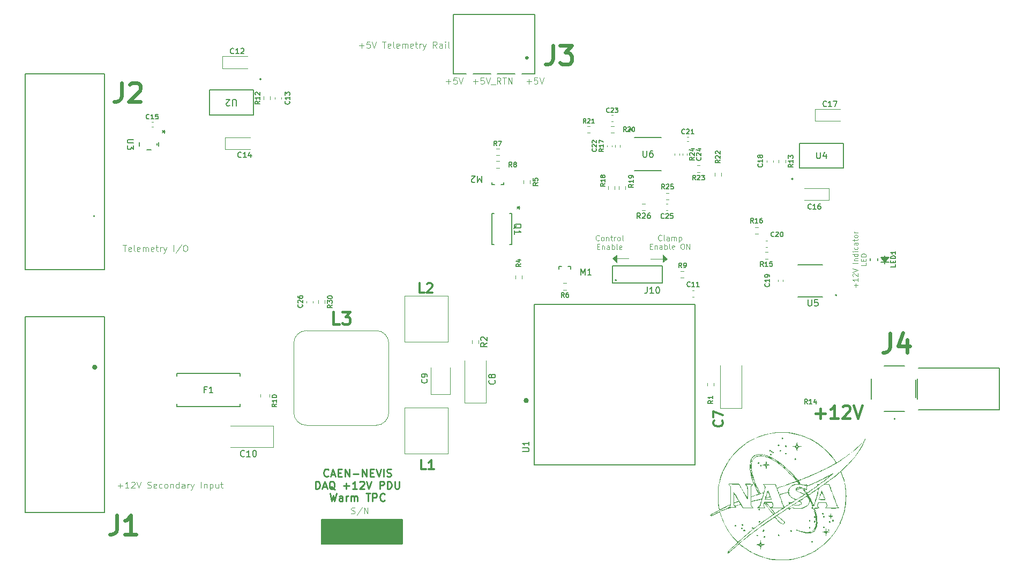
<source format=gbr>
%TF.GenerationSoftware,KiCad,Pcbnew,9.0.3*%
%TF.CreationDate,2025-09-16T13:04:12-04:00*%
%TF.ProjectId,CAEN_NEVIS_DAQ_12V,4341454e-5f4e-4455-9649-535f4441515f,rev?*%
%TF.SameCoordinates,Original*%
%TF.FileFunction,Legend,Top*%
%TF.FilePolarity,Positive*%
%FSLAX46Y46*%
G04 Gerber Fmt 4.6, Leading zero omitted, Abs format (unit mm)*
G04 Created by KiCad (PCBNEW 9.0.3) date 2025-09-16 13:04:12*
%MOMM*%
%LPD*%
G01*
G04 APERTURE LIST*
%ADD10C,0.100000*%
%ADD11C,0.240000*%
%ADD12C,0.400000*%
%ADD13C,0.150000*%
%ADD14C,0.600000*%
%ADD15C,0.200000*%
%ADD16C,0.300000*%
%ADD17C,0.180000*%
%ADD18C,0.120000*%
%ADD19C,0.152400*%
%ADD20C,0.000000*%
%ADD21C,0.127000*%
G04 APERTURE END LIST*
D10*
X165460000Y-78360000D02*
X164780000Y-77720000D01*
X165460000Y-77160000D01*
X165460000Y-78360000D01*
G36*
X165460000Y-78360000D02*
G01*
X164780000Y-77720000D01*
X165460000Y-77160000D01*
X165460000Y-78360000D01*
G37*
X170830000Y-77740000D02*
X173430000Y-77740000D01*
X167380000Y-77720000D02*
X164780000Y-77720000D01*
X173430000Y-77740000D02*
X172750000Y-78300000D01*
X172750000Y-77100000D01*
X173430000Y-77740000D01*
G36*
X173430000Y-77740000D02*
G01*
X172750000Y-78300000D01*
X172750000Y-77100000D01*
X173430000Y-77740000D01*
G37*
D11*
X119900000Y-112112511D02*
X119842857Y-112169654D01*
X119842857Y-112169654D02*
X119671429Y-112226796D01*
X119671429Y-112226796D02*
X119557143Y-112226796D01*
X119557143Y-112226796D02*
X119385714Y-112169654D01*
X119385714Y-112169654D02*
X119271429Y-112055368D01*
X119271429Y-112055368D02*
X119214286Y-111941082D01*
X119214286Y-111941082D02*
X119157143Y-111712511D01*
X119157143Y-111712511D02*
X119157143Y-111541082D01*
X119157143Y-111541082D02*
X119214286Y-111312511D01*
X119214286Y-111312511D02*
X119271429Y-111198225D01*
X119271429Y-111198225D02*
X119385714Y-111083939D01*
X119385714Y-111083939D02*
X119557143Y-111026796D01*
X119557143Y-111026796D02*
X119671429Y-111026796D01*
X119671429Y-111026796D02*
X119842857Y-111083939D01*
X119842857Y-111083939D02*
X119900000Y-111141082D01*
X120357143Y-111883939D02*
X120928572Y-111883939D01*
X120242857Y-112226796D02*
X120642857Y-111026796D01*
X120642857Y-111026796D02*
X121042857Y-112226796D01*
X121442857Y-111598225D02*
X121842857Y-111598225D01*
X122014285Y-112226796D02*
X121442857Y-112226796D01*
X121442857Y-112226796D02*
X121442857Y-111026796D01*
X121442857Y-111026796D02*
X122014285Y-111026796D01*
X122528571Y-112226796D02*
X122528571Y-111026796D01*
X122528571Y-111026796D02*
X123214285Y-112226796D01*
X123214285Y-112226796D02*
X123214285Y-111026796D01*
X123785714Y-111769654D02*
X124700000Y-111769654D01*
X125271428Y-112226796D02*
X125271428Y-111026796D01*
X125271428Y-111026796D02*
X125957142Y-112226796D01*
X125957142Y-112226796D02*
X125957142Y-111026796D01*
X126528571Y-111598225D02*
X126928571Y-111598225D01*
X127099999Y-112226796D02*
X126528571Y-112226796D01*
X126528571Y-112226796D02*
X126528571Y-111026796D01*
X126528571Y-111026796D02*
X127099999Y-111026796D01*
X127442856Y-111026796D02*
X127842856Y-112226796D01*
X127842856Y-112226796D02*
X128242856Y-111026796D01*
X128642856Y-112226796D02*
X128642856Y-111026796D01*
X129157142Y-112169654D02*
X129328571Y-112226796D01*
X129328571Y-112226796D02*
X129614285Y-112226796D01*
X129614285Y-112226796D02*
X129728571Y-112169654D01*
X129728571Y-112169654D02*
X129785713Y-112112511D01*
X129785713Y-112112511D02*
X129842856Y-111998225D01*
X129842856Y-111998225D02*
X129842856Y-111883939D01*
X129842856Y-111883939D02*
X129785713Y-111769654D01*
X129785713Y-111769654D02*
X129728571Y-111712511D01*
X129728571Y-111712511D02*
X129614285Y-111655368D01*
X129614285Y-111655368D02*
X129385713Y-111598225D01*
X129385713Y-111598225D02*
X129271428Y-111541082D01*
X129271428Y-111541082D02*
X129214285Y-111483939D01*
X129214285Y-111483939D02*
X129157142Y-111369654D01*
X129157142Y-111369654D02*
X129157142Y-111255368D01*
X129157142Y-111255368D02*
X129214285Y-111141082D01*
X129214285Y-111141082D02*
X129271428Y-111083939D01*
X129271428Y-111083939D02*
X129385713Y-111026796D01*
X129385713Y-111026796D02*
X129671428Y-111026796D01*
X129671428Y-111026796D02*
X129842856Y-111083939D01*
X117900000Y-114158729D02*
X117900000Y-112958729D01*
X117900000Y-112958729D02*
X118185714Y-112958729D01*
X118185714Y-112958729D02*
X118357143Y-113015872D01*
X118357143Y-113015872D02*
X118471428Y-113130158D01*
X118471428Y-113130158D02*
X118528571Y-113244444D01*
X118528571Y-113244444D02*
X118585714Y-113473015D01*
X118585714Y-113473015D02*
X118585714Y-113644444D01*
X118585714Y-113644444D02*
X118528571Y-113873015D01*
X118528571Y-113873015D02*
X118471428Y-113987301D01*
X118471428Y-113987301D02*
X118357143Y-114101587D01*
X118357143Y-114101587D02*
X118185714Y-114158729D01*
X118185714Y-114158729D02*
X117900000Y-114158729D01*
X119042857Y-113815872D02*
X119614286Y-113815872D01*
X118928571Y-114158729D02*
X119328571Y-112958729D01*
X119328571Y-112958729D02*
X119728571Y-114158729D01*
X120928571Y-114273015D02*
X120814285Y-114215872D01*
X120814285Y-114215872D02*
X120699999Y-114101587D01*
X120699999Y-114101587D02*
X120528571Y-113930158D01*
X120528571Y-113930158D02*
X120414285Y-113873015D01*
X120414285Y-113873015D02*
X120299999Y-113873015D01*
X120357142Y-114158729D02*
X120242857Y-114101587D01*
X120242857Y-114101587D02*
X120128571Y-113987301D01*
X120128571Y-113987301D02*
X120071428Y-113758729D01*
X120071428Y-113758729D02*
X120071428Y-113358729D01*
X120071428Y-113358729D02*
X120128571Y-113130158D01*
X120128571Y-113130158D02*
X120242857Y-113015872D01*
X120242857Y-113015872D02*
X120357142Y-112958729D01*
X120357142Y-112958729D02*
X120585714Y-112958729D01*
X120585714Y-112958729D02*
X120699999Y-113015872D01*
X120699999Y-113015872D02*
X120814285Y-113130158D01*
X120814285Y-113130158D02*
X120871428Y-113358729D01*
X120871428Y-113358729D02*
X120871428Y-113758729D01*
X120871428Y-113758729D02*
X120814285Y-113987301D01*
X120814285Y-113987301D02*
X120699999Y-114101587D01*
X120699999Y-114101587D02*
X120585714Y-114158729D01*
X120585714Y-114158729D02*
X120357142Y-114158729D01*
X122300000Y-113701587D02*
X123214286Y-113701587D01*
X122757143Y-114158729D02*
X122757143Y-113244444D01*
X124414285Y-114158729D02*
X123728571Y-114158729D01*
X124071428Y-114158729D02*
X124071428Y-112958729D01*
X124071428Y-112958729D02*
X123957142Y-113130158D01*
X123957142Y-113130158D02*
X123842857Y-113244444D01*
X123842857Y-113244444D02*
X123728571Y-113301587D01*
X124871428Y-113073015D02*
X124928571Y-113015872D01*
X124928571Y-113015872D02*
X125042857Y-112958729D01*
X125042857Y-112958729D02*
X125328571Y-112958729D01*
X125328571Y-112958729D02*
X125442857Y-113015872D01*
X125442857Y-113015872D02*
X125499999Y-113073015D01*
X125499999Y-113073015D02*
X125557142Y-113187301D01*
X125557142Y-113187301D02*
X125557142Y-113301587D01*
X125557142Y-113301587D02*
X125499999Y-113473015D01*
X125499999Y-113473015D02*
X124814285Y-114158729D01*
X124814285Y-114158729D02*
X125557142Y-114158729D01*
X125899999Y-112958729D02*
X126299999Y-114158729D01*
X126299999Y-114158729D02*
X126699999Y-112958729D01*
X128014285Y-114158729D02*
X128014285Y-112958729D01*
X128014285Y-112958729D02*
X128471428Y-112958729D01*
X128471428Y-112958729D02*
X128585713Y-113015872D01*
X128585713Y-113015872D02*
X128642856Y-113073015D01*
X128642856Y-113073015D02*
X128699999Y-113187301D01*
X128699999Y-113187301D02*
X128699999Y-113358729D01*
X128699999Y-113358729D02*
X128642856Y-113473015D01*
X128642856Y-113473015D02*
X128585713Y-113530158D01*
X128585713Y-113530158D02*
X128471428Y-113587301D01*
X128471428Y-113587301D02*
X128014285Y-113587301D01*
X129214285Y-114158729D02*
X129214285Y-112958729D01*
X129214285Y-112958729D02*
X129499999Y-112958729D01*
X129499999Y-112958729D02*
X129671428Y-113015872D01*
X129671428Y-113015872D02*
X129785713Y-113130158D01*
X129785713Y-113130158D02*
X129842856Y-113244444D01*
X129842856Y-113244444D02*
X129899999Y-113473015D01*
X129899999Y-113473015D02*
X129899999Y-113644444D01*
X129899999Y-113644444D02*
X129842856Y-113873015D01*
X129842856Y-113873015D02*
X129785713Y-113987301D01*
X129785713Y-113987301D02*
X129671428Y-114101587D01*
X129671428Y-114101587D02*
X129499999Y-114158729D01*
X129499999Y-114158729D02*
X129214285Y-114158729D01*
X130414285Y-112958729D02*
X130414285Y-113930158D01*
X130414285Y-113930158D02*
X130471428Y-114044444D01*
X130471428Y-114044444D02*
X130528571Y-114101587D01*
X130528571Y-114101587D02*
X130642856Y-114158729D01*
X130642856Y-114158729D02*
X130871428Y-114158729D01*
X130871428Y-114158729D02*
X130985713Y-114101587D01*
X130985713Y-114101587D02*
X131042856Y-114044444D01*
X131042856Y-114044444D02*
X131099999Y-113930158D01*
X131099999Y-113930158D02*
X131099999Y-112958729D01*
X120157142Y-114890662D02*
X120442856Y-116090662D01*
X120442856Y-116090662D02*
X120671428Y-115233520D01*
X120671428Y-115233520D02*
X120899999Y-116090662D01*
X120899999Y-116090662D02*
X121185714Y-114890662D01*
X122157143Y-116090662D02*
X122157143Y-115462091D01*
X122157143Y-115462091D02*
X122100000Y-115347805D01*
X122100000Y-115347805D02*
X121985714Y-115290662D01*
X121985714Y-115290662D02*
X121757143Y-115290662D01*
X121757143Y-115290662D02*
X121642857Y-115347805D01*
X122157143Y-116033520D02*
X122042857Y-116090662D01*
X122042857Y-116090662D02*
X121757143Y-116090662D01*
X121757143Y-116090662D02*
X121642857Y-116033520D01*
X121642857Y-116033520D02*
X121585714Y-115919234D01*
X121585714Y-115919234D02*
X121585714Y-115804948D01*
X121585714Y-115804948D02*
X121642857Y-115690662D01*
X121642857Y-115690662D02*
X121757143Y-115633520D01*
X121757143Y-115633520D02*
X122042857Y-115633520D01*
X122042857Y-115633520D02*
X122157143Y-115576377D01*
X122728571Y-116090662D02*
X122728571Y-115290662D01*
X122728571Y-115519234D02*
X122785714Y-115404948D01*
X122785714Y-115404948D02*
X122842857Y-115347805D01*
X122842857Y-115347805D02*
X122957142Y-115290662D01*
X122957142Y-115290662D02*
X123071428Y-115290662D01*
X123471428Y-116090662D02*
X123471428Y-115290662D01*
X123471428Y-115404948D02*
X123528571Y-115347805D01*
X123528571Y-115347805D02*
X123642856Y-115290662D01*
X123642856Y-115290662D02*
X123814285Y-115290662D01*
X123814285Y-115290662D02*
X123928571Y-115347805D01*
X123928571Y-115347805D02*
X123985714Y-115462091D01*
X123985714Y-115462091D02*
X123985714Y-116090662D01*
X123985714Y-115462091D02*
X124042856Y-115347805D01*
X124042856Y-115347805D02*
X124157142Y-115290662D01*
X124157142Y-115290662D02*
X124328571Y-115290662D01*
X124328571Y-115290662D02*
X124442856Y-115347805D01*
X124442856Y-115347805D02*
X124499999Y-115462091D01*
X124499999Y-115462091D02*
X124499999Y-116090662D01*
X125814285Y-114890662D02*
X126500000Y-114890662D01*
X126157142Y-116090662D02*
X126157142Y-114890662D01*
X126900000Y-116090662D02*
X126900000Y-114890662D01*
X126900000Y-114890662D02*
X127357143Y-114890662D01*
X127357143Y-114890662D02*
X127471428Y-114947805D01*
X127471428Y-114947805D02*
X127528571Y-115004948D01*
X127528571Y-115004948D02*
X127585714Y-115119234D01*
X127585714Y-115119234D02*
X127585714Y-115290662D01*
X127585714Y-115290662D02*
X127528571Y-115404948D01*
X127528571Y-115404948D02*
X127471428Y-115462091D01*
X127471428Y-115462091D02*
X127357143Y-115519234D01*
X127357143Y-115519234D02*
X126900000Y-115519234D01*
X128785714Y-115976377D02*
X128728571Y-116033520D01*
X128728571Y-116033520D02*
X128557143Y-116090662D01*
X128557143Y-116090662D02*
X128442857Y-116090662D01*
X128442857Y-116090662D02*
X128271428Y-116033520D01*
X128271428Y-116033520D02*
X128157143Y-115919234D01*
X128157143Y-115919234D02*
X128100000Y-115804948D01*
X128100000Y-115804948D02*
X128042857Y-115576377D01*
X128042857Y-115576377D02*
X128042857Y-115404948D01*
X128042857Y-115404948D02*
X128100000Y-115176377D01*
X128100000Y-115176377D02*
X128157143Y-115062091D01*
X128157143Y-115062091D02*
X128271428Y-114947805D01*
X128271428Y-114947805D02*
X128442857Y-114890662D01*
X128442857Y-114890662D02*
X128557143Y-114890662D01*
X128557143Y-114890662D02*
X128728571Y-114947805D01*
X128728571Y-114947805D02*
X128785714Y-115004948D01*
D10*
X203254178Y-82251904D02*
X203254178Y-81642381D01*
X203558940Y-81947142D02*
X202949416Y-81947142D01*
X203558940Y-80842381D02*
X203558940Y-81299524D01*
X203558940Y-81070952D02*
X202758940Y-81070952D01*
X202758940Y-81070952D02*
X202873225Y-81147143D01*
X202873225Y-81147143D02*
X202949416Y-81223333D01*
X202949416Y-81223333D02*
X202987511Y-81299524D01*
X202835130Y-80537619D02*
X202797035Y-80499523D01*
X202797035Y-80499523D02*
X202758940Y-80423333D01*
X202758940Y-80423333D02*
X202758940Y-80232857D01*
X202758940Y-80232857D02*
X202797035Y-80156666D01*
X202797035Y-80156666D02*
X202835130Y-80118571D01*
X202835130Y-80118571D02*
X202911321Y-80080476D01*
X202911321Y-80080476D02*
X202987511Y-80080476D01*
X202987511Y-80080476D02*
X203101797Y-80118571D01*
X203101797Y-80118571D02*
X203558940Y-80575714D01*
X203558940Y-80575714D02*
X203558940Y-80080476D01*
X202758940Y-79851904D02*
X203558940Y-79585237D01*
X203558940Y-79585237D02*
X202758940Y-79318571D01*
X203558940Y-78442380D02*
X202758940Y-78442380D01*
X203025606Y-78061428D02*
X203558940Y-78061428D01*
X203101797Y-78061428D02*
X203063702Y-78023333D01*
X203063702Y-78023333D02*
X203025606Y-77947143D01*
X203025606Y-77947143D02*
X203025606Y-77832857D01*
X203025606Y-77832857D02*
X203063702Y-77756666D01*
X203063702Y-77756666D02*
X203139892Y-77718571D01*
X203139892Y-77718571D02*
X203558940Y-77718571D01*
X203558940Y-76994761D02*
X202758940Y-76994761D01*
X203520845Y-76994761D02*
X203558940Y-77070952D01*
X203558940Y-77070952D02*
X203558940Y-77223333D01*
X203558940Y-77223333D02*
X203520845Y-77299523D01*
X203520845Y-77299523D02*
X203482749Y-77337618D01*
X203482749Y-77337618D02*
X203406559Y-77375714D01*
X203406559Y-77375714D02*
X203177987Y-77375714D01*
X203177987Y-77375714D02*
X203101797Y-77337618D01*
X203101797Y-77337618D02*
X203063702Y-77299523D01*
X203063702Y-77299523D02*
X203025606Y-77223333D01*
X203025606Y-77223333D02*
X203025606Y-77070952D01*
X203025606Y-77070952D02*
X203063702Y-76994761D01*
X203558940Y-76613808D02*
X203025606Y-76613808D01*
X202758940Y-76613808D02*
X202797035Y-76651904D01*
X202797035Y-76651904D02*
X202835130Y-76613808D01*
X202835130Y-76613808D02*
X202797035Y-76575713D01*
X202797035Y-76575713D02*
X202758940Y-76613808D01*
X202758940Y-76613808D02*
X202835130Y-76613808D01*
X203520845Y-75889999D02*
X203558940Y-75966190D01*
X203558940Y-75966190D02*
X203558940Y-76118571D01*
X203558940Y-76118571D02*
X203520845Y-76194761D01*
X203520845Y-76194761D02*
X203482749Y-76232856D01*
X203482749Y-76232856D02*
X203406559Y-76270952D01*
X203406559Y-76270952D02*
X203177987Y-76270952D01*
X203177987Y-76270952D02*
X203101797Y-76232856D01*
X203101797Y-76232856D02*
X203063702Y-76194761D01*
X203063702Y-76194761D02*
X203025606Y-76118571D01*
X203025606Y-76118571D02*
X203025606Y-75966190D01*
X203025606Y-75966190D02*
X203063702Y-75889999D01*
X203558940Y-75204285D02*
X203139892Y-75204285D01*
X203139892Y-75204285D02*
X203063702Y-75242380D01*
X203063702Y-75242380D02*
X203025606Y-75318571D01*
X203025606Y-75318571D02*
X203025606Y-75470952D01*
X203025606Y-75470952D02*
X203063702Y-75547142D01*
X203520845Y-75204285D02*
X203558940Y-75280476D01*
X203558940Y-75280476D02*
X203558940Y-75470952D01*
X203558940Y-75470952D02*
X203520845Y-75547142D01*
X203520845Y-75547142D02*
X203444654Y-75585238D01*
X203444654Y-75585238D02*
X203368464Y-75585238D01*
X203368464Y-75585238D02*
X203292273Y-75547142D01*
X203292273Y-75547142D02*
X203254178Y-75470952D01*
X203254178Y-75470952D02*
X203254178Y-75280476D01*
X203254178Y-75280476D02*
X203216083Y-75204285D01*
X203025606Y-74937618D02*
X203025606Y-74632856D01*
X202758940Y-74823332D02*
X203444654Y-74823332D01*
X203444654Y-74823332D02*
X203520845Y-74785237D01*
X203520845Y-74785237D02*
X203558940Y-74709047D01*
X203558940Y-74709047D02*
X203558940Y-74632856D01*
X203558940Y-74251904D02*
X203520845Y-74328094D01*
X203520845Y-74328094D02*
X203482749Y-74366189D01*
X203482749Y-74366189D02*
X203406559Y-74404285D01*
X203406559Y-74404285D02*
X203177987Y-74404285D01*
X203177987Y-74404285D02*
X203101797Y-74366189D01*
X203101797Y-74366189D02*
X203063702Y-74328094D01*
X203063702Y-74328094D02*
X203025606Y-74251904D01*
X203025606Y-74251904D02*
X203025606Y-74137618D01*
X203025606Y-74137618D02*
X203063702Y-74061427D01*
X203063702Y-74061427D02*
X203101797Y-74023332D01*
X203101797Y-74023332D02*
X203177987Y-73985237D01*
X203177987Y-73985237D02*
X203406559Y-73985237D01*
X203406559Y-73985237D02*
X203482749Y-74023332D01*
X203482749Y-74023332D02*
X203520845Y-74061427D01*
X203520845Y-74061427D02*
X203558940Y-74137618D01*
X203558940Y-74137618D02*
X203558940Y-74251904D01*
X203558940Y-73642379D02*
X203025606Y-73642379D01*
X203177987Y-73642379D02*
X203101797Y-73604284D01*
X203101797Y-73604284D02*
X203063702Y-73566189D01*
X203063702Y-73566189D02*
X203025606Y-73489998D01*
X203025606Y-73489998D02*
X203025606Y-73413808D01*
X204846895Y-78404285D02*
X204846895Y-78785237D01*
X204846895Y-78785237D02*
X204046895Y-78785237D01*
X204427847Y-78137618D02*
X204427847Y-77870952D01*
X204846895Y-77756666D02*
X204846895Y-78137618D01*
X204846895Y-78137618D02*
X204046895Y-78137618D01*
X204046895Y-78137618D02*
X204046895Y-77756666D01*
X204846895Y-77413808D02*
X204046895Y-77413808D01*
X204046895Y-77413808D02*
X204046895Y-77223332D01*
X204046895Y-77223332D02*
X204084990Y-77109046D01*
X204084990Y-77109046D02*
X204161180Y-77032856D01*
X204161180Y-77032856D02*
X204237371Y-76994761D01*
X204237371Y-76994761D02*
X204389752Y-76956665D01*
X204389752Y-76956665D02*
X204504038Y-76956665D01*
X204504038Y-76956665D02*
X204656419Y-76994761D01*
X204656419Y-76994761D02*
X204732609Y-77032856D01*
X204732609Y-77032856D02*
X204808800Y-77109046D01*
X204808800Y-77109046D02*
X204846895Y-77223332D01*
X204846895Y-77223332D02*
X204846895Y-77413808D01*
X142763884Y-49701466D02*
X143525789Y-49701466D01*
X143144836Y-50082419D02*
X143144836Y-49320514D01*
X144478169Y-49082419D02*
X144001979Y-49082419D01*
X144001979Y-49082419D02*
X143954360Y-49558609D01*
X143954360Y-49558609D02*
X144001979Y-49510990D01*
X144001979Y-49510990D02*
X144097217Y-49463371D01*
X144097217Y-49463371D02*
X144335312Y-49463371D01*
X144335312Y-49463371D02*
X144430550Y-49510990D01*
X144430550Y-49510990D02*
X144478169Y-49558609D01*
X144478169Y-49558609D02*
X144525788Y-49653847D01*
X144525788Y-49653847D02*
X144525788Y-49891942D01*
X144525788Y-49891942D02*
X144478169Y-49987180D01*
X144478169Y-49987180D02*
X144430550Y-50034800D01*
X144430550Y-50034800D02*
X144335312Y-50082419D01*
X144335312Y-50082419D02*
X144097217Y-50082419D01*
X144097217Y-50082419D02*
X144001979Y-50034800D01*
X144001979Y-50034800D02*
X143954360Y-49987180D01*
X144811503Y-49082419D02*
X145144836Y-50082419D01*
X145144836Y-50082419D02*
X145478169Y-49082419D01*
X145573408Y-50177657D02*
X146335312Y-50177657D01*
X147144836Y-50082419D02*
X146811503Y-49606228D01*
X146573408Y-50082419D02*
X146573408Y-49082419D01*
X146573408Y-49082419D02*
X146954360Y-49082419D01*
X146954360Y-49082419D02*
X147049598Y-49130038D01*
X147049598Y-49130038D02*
X147097217Y-49177657D01*
X147097217Y-49177657D02*
X147144836Y-49272895D01*
X147144836Y-49272895D02*
X147144836Y-49415752D01*
X147144836Y-49415752D02*
X147097217Y-49510990D01*
X147097217Y-49510990D02*
X147049598Y-49558609D01*
X147049598Y-49558609D02*
X146954360Y-49606228D01*
X146954360Y-49606228D02*
X146573408Y-49606228D01*
X147430551Y-49082419D02*
X148001979Y-49082419D01*
X147716265Y-50082419D02*
X147716265Y-49082419D01*
X148335313Y-50082419D02*
X148335313Y-49082419D01*
X148335313Y-49082419D02*
X148906741Y-50082419D01*
X148906741Y-50082419D02*
X148906741Y-49082419D01*
X87451027Y-75572419D02*
X88022455Y-75572419D01*
X87736741Y-76572419D02*
X87736741Y-75572419D01*
X88736741Y-76524800D02*
X88641503Y-76572419D01*
X88641503Y-76572419D02*
X88451027Y-76572419D01*
X88451027Y-76572419D02*
X88355789Y-76524800D01*
X88355789Y-76524800D02*
X88308170Y-76429561D01*
X88308170Y-76429561D02*
X88308170Y-76048609D01*
X88308170Y-76048609D02*
X88355789Y-75953371D01*
X88355789Y-75953371D02*
X88451027Y-75905752D01*
X88451027Y-75905752D02*
X88641503Y-75905752D01*
X88641503Y-75905752D02*
X88736741Y-75953371D01*
X88736741Y-75953371D02*
X88784360Y-76048609D01*
X88784360Y-76048609D02*
X88784360Y-76143847D01*
X88784360Y-76143847D02*
X88308170Y-76239085D01*
X89355789Y-76572419D02*
X89260551Y-76524800D01*
X89260551Y-76524800D02*
X89212932Y-76429561D01*
X89212932Y-76429561D02*
X89212932Y-75572419D01*
X90117694Y-76524800D02*
X90022456Y-76572419D01*
X90022456Y-76572419D02*
X89831980Y-76572419D01*
X89831980Y-76572419D02*
X89736742Y-76524800D01*
X89736742Y-76524800D02*
X89689123Y-76429561D01*
X89689123Y-76429561D02*
X89689123Y-76048609D01*
X89689123Y-76048609D02*
X89736742Y-75953371D01*
X89736742Y-75953371D02*
X89831980Y-75905752D01*
X89831980Y-75905752D02*
X90022456Y-75905752D01*
X90022456Y-75905752D02*
X90117694Y-75953371D01*
X90117694Y-75953371D02*
X90165313Y-76048609D01*
X90165313Y-76048609D02*
X90165313Y-76143847D01*
X90165313Y-76143847D02*
X89689123Y-76239085D01*
X90593885Y-76572419D02*
X90593885Y-75905752D01*
X90593885Y-76000990D02*
X90641504Y-75953371D01*
X90641504Y-75953371D02*
X90736742Y-75905752D01*
X90736742Y-75905752D02*
X90879599Y-75905752D01*
X90879599Y-75905752D02*
X90974837Y-75953371D01*
X90974837Y-75953371D02*
X91022456Y-76048609D01*
X91022456Y-76048609D02*
X91022456Y-76572419D01*
X91022456Y-76048609D02*
X91070075Y-75953371D01*
X91070075Y-75953371D02*
X91165313Y-75905752D01*
X91165313Y-75905752D02*
X91308170Y-75905752D01*
X91308170Y-75905752D02*
X91403409Y-75953371D01*
X91403409Y-75953371D02*
X91451028Y-76048609D01*
X91451028Y-76048609D02*
X91451028Y-76572419D01*
X92308170Y-76524800D02*
X92212932Y-76572419D01*
X92212932Y-76572419D02*
X92022456Y-76572419D01*
X92022456Y-76572419D02*
X91927218Y-76524800D01*
X91927218Y-76524800D02*
X91879599Y-76429561D01*
X91879599Y-76429561D02*
X91879599Y-76048609D01*
X91879599Y-76048609D02*
X91927218Y-75953371D01*
X91927218Y-75953371D02*
X92022456Y-75905752D01*
X92022456Y-75905752D02*
X92212932Y-75905752D01*
X92212932Y-75905752D02*
X92308170Y-75953371D01*
X92308170Y-75953371D02*
X92355789Y-76048609D01*
X92355789Y-76048609D02*
X92355789Y-76143847D01*
X92355789Y-76143847D02*
X91879599Y-76239085D01*
X92641504Y-75905752D02*
X93022456Y-75905752D01*
X92784361Y-75572419D02*
X92784361Y-76429561D01*
X92784361Y-76429561D02*
X92831980Y-76524800D01*
X92831980Y-76524800D02*
X92927218Y-76572419D01*
X92927218Y-76572419D02*
X93022456Y-76572419D01*
X93355790Y-76572419D02*
X93355790Y-75905752D01*
X93355790Y-76096228D02*
X93403409Y-76000990D01*
X93403409Y-76000990D02*
X93451028Y-75953371D01*
X93451028Y-75953371D02*
X93546266Y-75905752D01*
X93546266Y-75905752D02*
X93641504Y-75905752D01*
X93879600Y-75905752D02*
X94117695Y-76572419D01*
X94355790Y-75905752D02*
X94117695Y-76572419D01*
X94117695Y-76572419D02*
X94022457Y-76810514D01*
X94022457Y-76810514D02*
X93974838Y-76858133D01*
X93974838Y-76858133D02*
X93879600Y-76905752D01*
X95498648Y-76572419D02*
X95498648Y-75572419D01*
X96689123Y-75524800D02*
X95831981Y-76810514D01*
X97212933Y-75572419D02*
X97403409Y-75572419D01*
X97403409Y-75572419D02*
X97498647Y-75620038D01*
X97498647Y-75620038D02*
X97593885Y-75715276D01*
X97593885Y-75715276D02*
X97641504Y-75905752D01*
X97641504Y-75905752D02*
X97641504Y-76239085D01*
X97641504Y-76239085D02*
X97593885Y-76429561D01*
X97593885Y-76429561D02*
X97498647Y-76524800D01*
X97498647Y-76524800D02*
X97403409Y-76572419D01*
X97403409Y-76572419D02*
X97212933Y-76572419D01*
X97212933Y-76572419D02*
X97117695Y-76524800D01*
X97117695Y-76524800D02*
X97022457Y-76429561D01*
X97022457Y-76429561D02*
X96974838Y-76239085D01*
X96974838Y-76239085D02*
X96974838Y-75905752D01*
X96974838Y-75905752D02*
X97022457Y-75715276D01*
X97022457Y-75715276D02*
X97117695Y-75620038D01*
X97117695Y-75620038D02*
X97212933Y-75572419D01*
X151223884Y-49681466D02*
X151985789Y-49681466D01*
X151604836Y-50062419D02*
X151604836Y-49300514D01*
X152938169Y-49062419D02*
X152461979Y-49062419D01*
X152461979Y-49062419D02*
X152414360Y-49538609D01*
X152414360Y-49538609D02*
X152461979Y-49490990D01*
X152461979Y-49490990D02*
X152557217Y-49443371D01*
X152557217Y-49443371D02*
X152795312Y-49443371D01*
X152795312Y-49443371D02*
X152890550Y-49490990D01*
X152890550Y-49490990D02*
X152938169Y-49538609D01*
X152938169Y-49538609D02*
X152985788Y-49633847D01*
X152985788Y-49633847D02*
X152985788Y-49871942D01*
X152985788Y-49871942D02*
X152938169Y-49967180D01*
X152938169Y-49967180D02*
X152890550Y-50014800D01*
X152890550Y-50014800D02*
X152795312Y-50062419D01*
X152795312Y-50062419D02*
X152557217Y-50062419D01*
X152557217Y-50062419D02*
X152461979Y-50014800D01*
X152461979Y-50014800D02*
X152414360Y-49967180D01*
X153271503Y-49062419D02*
X153604836Y-50062419D01*
X153604836Y-50062419D02*
X153938169Y-49062419D01*
D12*
X196899347Y-102202533D02*
X198423157Y-102202533D01*
X197661252Y-102964438D02*
X197661252Y-101440628D01*
X200423156Y-102964438D02*
X199280299Y-102964438D01*
X199851727Y-102964438D02*
X199851727Y-100964438D01*
X199851727Y-100964438D02*
X199661251Y-101250152D01*
X199661251Y-101250152D02*
X199470775Y-101440628D01*
X199470775Y-101440628D02*
X199280299Y-101535866D01*
X201185061Y-101154914D02*
X201280299Y-101059676D01*
X201280299Y-101059676D02*
X201470775Y-100964438D01*
X201470775Y-100964438D02*
X201946966Y-100964438D01*
X201946966Y-100964438D02*
X202137442Y-101059676D01*
X202137442Y-101059676D02*
X202232680Y-101154914D01*
X202232680Y-101154914D02*
X202327918Y-101345390D01*
X202327918Y-101345390D02*
X202327918Y-101535866D01*
X202327918Y-101535866D02*
X202232680Y-101821580D01*
X202232680Y-101821580D02*
X201089823Y-102964438D01*
X201089823Y-102964438D02*
X202327918Y-102964438D01*
X202899347Y-100964438D02*
X203566013Y-102964438D01*
X203566013Y-102964438D02*
X204232680Y-100964438D01*
D10*
X86623884Y-113671466D02*
X87385789Y-113671466D01*
X87004836Y-114052419D02*
X87004836Y-113290514D01*
X88385788Y-114052419D02*
X87814360Y-114052419D01*
X88100074Y-114052419D02*
X88100074Y-113052419D01*
X88100074Y-113052419D02*
X88004836Y-113195276D01*
X88004836Y-113195276D02*
X87909598Y-113290514D01*
X87909598Y-113290514D02*
X87814360Y-113338133D01*
X88766741Y-113147657D02*
X88814360Y-113100038D01*
X88814360Y-113100038D02*
X88909598Y-113052419D01*
X88909598Y-113052419D02*
X89147693Y-113052419D01*
X89147693Y-113052419D02*
X89242931Y-113100038D01*
X89242931Y-113100038D02*
X89290550Y-113147657D01*
X89290550Y-113147657D02*
X89338169Y-113242895D01*
X89338169Y-113242895D02*
X89338169Y-113338133D01*
X89338169Y-113338133D02*
X89290550Y-113480990D01*
X89290550Y-113480990D02*
X88719122Y-114052419D01*
X88719122Y-114052419D02*
X89338169Y-114052419D01*
X89623884Y-113052419D02*
X89957217Y-114052419D01*
X89957217Y-114052419D02*
X90290550Y-113052419D01*
X91338170Y-114004800D02*
X91481027Y-114052419D01*
X91481027Y-114052419D02*
X91719122Y-114052419D01*
X91719122Y-114052419D02*
X91814360Y-114004800D01*
X91814360Y-114004800D02*
X91861979Y-113957180D01*
X91861979Y-113957180D02*
X91909598Y-113861942D01*
X91909598Y-113861942D02*
X91909598Y-113766704D01*
X91909598Y-113766704D02*
X91861979Y-113671466D01*
X91861979Y-113671466D02*
X91814360Y-113623847D01*
X91814360Y-113623847D02*
X91719122Y-113576228D01*
X91719122Y-113576228D02*
X91528646Y-113528609D01*
X91528646Y-113528609D02*
X91433408Y-113480990D01*
X91433408Y-113480990D02*
X91385789Y-113433371D01*
X91385789Y-113433371D02*
X91338170Y-113338133D01*
X91338170Y-113338133D02*
X91338170Y-113242895D01*
X91338170Y-113242895D02*
X91385789Y-113147657D01*
X91385789Y-113147657D02*
X91433408Y-113100038D01*
X91433408Y-113100038D02*
X91528646Y-113052419D01*
X91528646Y-113052419D02*
X91766741Y-113052419D01*
X91766741Y-113052419D02*
X91909598Y-113100038D01*
X92719122Y-114004800D02*
X92623884Y-114052419D01*
X92623884Y-114052419D02*
X92433408Y-114052419D01*
X92433408Y-114052419D02*
X92338170Y-114004800D01*
X92338170Y-114004800D02*
X92290551Y-113909561D01*
X92290551Y-113909561D02*
X92290551Y-113528609D01*
X92290551Y-113528609D02*
X92338170Y-113433371D01*
X92338170Y-113433371D02*
X92433408Y-113385752D01*
X92433408Y-113385752D02*
X92623884Y-113385752D01*
X92623884Y-113385752D02*
X92719122Y-113433371D01*
X92719122Y-113433371D02*
X92766741Y-113528609D01*
X92766741Y-113528609D02*
X92766741Y-113623847D01*
X92766741Y-113623847D02*
X92290551Y-113719085D01*
X93623884Y-114004800D02*
X93528646Y-114052419D01*
X93528646Y-114052419D02*
X93338170Y-114052419D01*
X93338170Y-114052419D02*
X93242932Y-114004800D01*
X93242932Y-114004800D02*
X93195313Y-113957180D01*
X93195313Y-113957180D02*
X93147694Y-113861942D01*
X93147694Y-113861942D02*
X93147694Y-113576228D01*
X93147694Y-113576228D02*
X93195313Y-113480990D01*
X93195313Y-113480990D02*
X93242932Y-113433371D01*
X93242932Y-113433371D02*
X93338170Y-113385752D01*
X93338170Y-113385752D02*
X93528646Y-113385752D01*
X93528646Y-113385752D02*
X93623884Y-113433371D01*
X94195313Y-114052419D02*
X94100075Y-114004800D01*
X94100075Y-114004800D02*
X94052456Y-113957180D01*
X94052456Y-113957180D02*
X94004837Y-113861942D01*
X94004837Y-113861942D02*
X94004837Y-113576228D01*
X94004837Y-113576228D02*
X94052456Y-113480990D01*
X94052456Y-113480990D02*
X94100075Y-113433371D01*
X94100075Y-113433371D02*
X94195313Y-113385752D01*
X94195313Y-113385752D02*
X94338170Y-113385752D01*
X94338170Y-113385752D02*
X94433408Y-113433371D01*
X94433408Y-113433371D02*
X94481027Y-113480990D01*
X94481027Y-113480990D02*
X94528646Y-113576228D01*
X94528646Y-113576228D02*
X94528646Y-113861942D01*
X94528646Y-113861942D02*
X94481027Y-113957180D01*
X94481027Y-113957180D02*
X94433408Y-114004800D01*
X94433408Y-114004800D02*
X94338170Y-114052419D01*
X94338170Y-114052419D02*
X94195313Y-114052419D01*
X94957218Y-113385752D02*
X94957218Y-114052419D01*
X94957218Y-113480990D02*
X95004837Y-113433371D01*
X95004837Y-113433371D02*
X95100075Y-113385752D01*
X95100075Y-113385752D02*
X95242932Y-113385752D01*
X95242932Y-113385752D02*
X95338170Y-113433371D01*
X95338170Y-113433371D02*
X95385789Y-113528609D01*
X95385789Y-113528609D02*
X95385789Y-114052419D01*
X96290551Y-114052419D02*
X96290551Y-113052419D01*
X96290551Y-114004800D02*
X96195313Y-114052419D01*
X96195313Y-114052419D02*
X96004837Y-114052419D01*
X96004837Y-114052419D02*
X95909599Y-114004800D01*
X95909599Y-114004800D02*
X95861980Y-113957180D01*
X95861980Y-113957180D02*
X95814361Y-113861942D01*
X95814361Y-113861942D02*
X95814361Y-113576228D01*
X95814361Y-113576228D02*
X95861980Y-113480990D01*
X95861980Y-113480990D02*
X95909599Y-113433371D01*
X95909599Y-113433371D02*
X96004837Y-113385752D01*
X96004837Y-113385752D02*
X96195313Y-113385752D01*
X96195313Y-113385752D02*
X96290551Y-113433371D01*
X97195313Y-114052419D02*
X97195313Y-113528609D01*
X97195313Y-113528609D02*
X97147694Y-113433371D01*
X97147694Y-113433371D02*
X97052456Y-113385752D01*
X97052456Y-113385752D02*
X96861980Y-113385752D01*
X96861980Y-113385752D02*
X96766742Y-113433371D01*
X97195313Y-114004800D02*
X97100075Y-114052419D01*
X97100075Y-114052419D02*
X96861980Y-114052419D01*
X96861980Y-114052419D02*
X96766742Y-114004800D01*
X96766742Y-114004800D02*
X96719123Y-113909561D01*
X96719123Y-113909561D02*
X96719123Y-113814323D01*
X96719123Y-113814323D02*
X96766742Y-113719085D01*
X96766742Y-113719085D02*
X96861980Y-113671466D01*
X96861980Y-113671466D02*
X97100075Y-113671466D01*
X97100075Y-113671466D02*
X97195313Y-113623847D01*
X97671504Y-114052419D02*
X97671504Y-113385752D01*
X97671504Y-113576228D02*
X97719123Y-113480990D01*
X97719123Y-113480990D02*
X97766742Y-113433371D01*
X97766742Y-113433371D02*
X97861980Y-113385752D01*
X97861980Y-113385752D02*
X97957218Y-113385752D01*
X98195314Y-113385752D02*
X98433409Y-114052419D01*
X98671504Y-113385752D02*
X98433409Y-114052419D01*
X98433409Y-114052419D02*
X98338171Y-114290514D01*
X98338171Y-114290514D02*
X98290552Y-114338133D01*
X98290552Y-114338133D02*
X98195314Y-114385752D01*
X99814362Y-114052419D02*
X99814362Y-113052419D01*
X100290552Y-113385752D02*
X100290552Y-114052419D01*
X100290552Y-113480990D02*
X100338171Y-113433371D01*
X100338171Y-113433371D02*
X100433409Y-113385752D01*
X100433409Y-113385752D02*
X100576266Y-113385752D01*
X100576266Y-113385752D02*
X100671504Y-113433371D01*
X100671504Y-113433371D02*
X100719123Y-113528609D01*
X100719123Y-113528609D02*
X100719123Y-114052419D01*
X101195314Y-113385752D02*
X101195314Y-114385752D01*
X101195314Y-113433371D02*
X101290552Y-113385752D01*
X101290552Y-113385752D02*
X101481028Y-113385752D01*
X101481028Y-113385752D02*
X101576266Y-113433371D01*
X101576266Y-113433371D02*
X101623885Y-113480990D01*
X101623885Y-113480990D02*
X101671504Y-113576228D01*
X101671504Y-113576228D02*
X101671504Y-113861942D01*
X101671504Y-113861942D02*
X101623885Y-113957180D01*
X101623885Y-113957180D02*
X101576266Y-114004800D01*
X101576266Y-114004800D02*
X101481028Y-114052419D01*
X101481028Y-114052419D02*
X101290552Y-114052419D01*
X101290552Y-114052419D02*
X101195314Y-114004800D01*
X102528647Y-113385752D02*
X102528647Y-114052419D01*
X102100076Y-113385752D02*
X102100076Y-113909561D01*
X102100076Y-113909561D02*
X102147695Y-114004800D01*
X102147695Y-114004800D02*
X102242933Y-114052419D01*
X102242933Y-114052419D02*
X102385790Y-114052419D01*
X102385790Y-114052419D02*
X102481028Y-114004800D01*
X102481028Y-114004800D02*
X102528647Y-113957180D01*
X102861981Y-113385752D02*
X103242933Y-113385752D01*
X103004838Y-113052419D02*
X103004838Y-113909561D01*
X103004838Y-113909561D02*
X103052457Y-114004800D01*
X103052457Y-114004800D02*
X103147695Y-114052419D01*
X103147695Y-114052419D02*
X103242933Y-114052419D01*
X123516265Y-118054800D02*
X123659122Y-118102419D01*
X123659122Y-118102419D02*
X123897217Y-118102419D01*
X123897217Y-118102419D02*
X123992455Y-118054800D01*
X123992455Y-118054800D02*
X124040074Y-118007180D01*
X124040074Y-118007180D02*
X124087693Y-117911942D01*
X124087693Y-117911942D02*
X124087693Y-117816704D01*
X124087693Y-117816704D02*
X124040074Y-117721466D01*
X124040074Y-117721466D02*
X123992455Y-117673847D01*
X123992455Y-117673847D02*
X123897217Y-117626228D01*
X123897217Y-117626228D02*
X123706741Y-117578609D01*
X123706741Y-117578609D02*
X123611503Y-117530990D01*
X123611503Y-117530990D02*
X123563884Y-117483371D01*
X123563884Y-117483371D02*
X123516265Y-117388133D01*
X123516265Y-117388133D02*
X123516265Y-117292895D01*
X123516265Y-117292895D02*
X123563884Y-117197657D01*
X123563884Y-117197657D02*
X123611503Y-117150038D01*
X123611503Y-117150038D02*
X123706741Y-117102419D01*
X123706741Y-117102419D02*
X123944836Y-117102419D01*
X123944836Y-117102419D02*
X124087693Y-117150038D01*
X125230550Y-117054800D02*
X124373408Y-118340514D01*
X125563884Y-118102419D02*
X125563884Y-117102419D01*
X125563884Y-117102419D02*
X126135312Y-118102419D01*
X126135312Y-118102419D02*
X126135312Y-117102419D01*
X124763884Y-44001466D02*
X125525789Y-44001466D01*
X125144836Y-44382419D02*
X125144836Y-43620514D01*
X126478169Y-43382419D02*
X126001979Y-43382419D01*
X126001979Y-43382419D02*
X125954360Y-43858609D01*
X125954360Y-43858609D02*
X126001979Y-43810990D01*
X126001979Y-43810990D02*
X126097217Y-43763371D01*
X126097217Y-43763371D02*
X126335312Y-43763371D01*
X126335312Y-43763371D02*
X126430550Y-43810990D01*
X126430550Y-43810990D02*
X126478169Y-43858609D01*
X126478169Y-43858609D02*
X126525788Y-43953847D01*
X126525788Y-43953847D02*
X126525788Y-44191942D01*
X126525788Y-44191942D02*
X126478169Y-44287180D01*
X126478169Y-44287180D02*
X126430550Y-44334800D01*
X126430550Y-44334800D02*
X126335312Y-44382419D01*
X126335312Y-44382419D02*
X126097217Y-44382419D01*
X126097217Y-44382419D02*
X126001979Y-44334800D01*
X126001979Y-44334800D02*
X125954360Y-44287180D01*
X126811503Y-43382419D02*
X127144836Y-44382419D01*
X127144836Y-44382419D02*
X127478169Y-43382419D01*
X128430551Y-43382419D02*
X129001979Y-43382419D01*
X128716265Y-44382419D02*
X128716265Y-43382419D01*
X129716265Y-44334800D02*
X129621027Y-44382419D01*
X129621027Y-44382419D02*
X129430551Y-44382419D01*
X129430551Y-44382419D02*
X129335313Y-44334800D01*
X129335313Y-44334800D02*
X129287694Y-44239561D01*
X129287694Y-44239561D02*
X129287694Y-43858609D01*
X129287694Y-43858609D02*
X129335313Y-43763371D01*
X129335313Y-43763371D02*
X129430551Y-43715752D01*
X129430551Y-43715752D02*
X129621027Y-43715752D01*
X129621027Y-43715752D02*
X129716265Y-43763371D01*
X129716265Y-43763371D02*
X129763884Y-43858609D01*
X129763884Y-43858609D02*
X129763884Y-43953847D01*
X129763884Y-43953847D02*
X129287694Y-44049085D01*
X130335313Y-44382419D02*
X130240075Y-44334800D01*
X130240075Y-44334800D02*
X130192456Y-44239561D01*
X130192456Y-44239561D02*
X130192456Y-43382419D01*
X131097218Y-44334800D02*
X131001980Y-44382419D01*
X131001980Y-44382419D02*
X130811504Y-44382419D01*
X130811504Y-44382419D02*
X130716266Y-44334800D01*
X130716266Y-44334800D02*
X130668647Y-44239561D01*
X130668647Y-44239561D02*
X130668647Y-43858609D01*
X130668647Y-43858609D02*
X130716266Y-43763371D01*
X130716266Y-43763371D02*
X130811504Y-43715752D01*
X130811504Y-43715752D02*
X131001980Y-43715752D01*
X131001980Y-43715752D02*
X131097218Y-43763371D01*
X131097218Y-43763371D02*
X131144837Y-43858609D01*
X131144837Y-43858609D02*
X131144837Y-43953847D01*
X131144837Y-43953847D02*
X130668647Y-44049085D01*
X131573409Y-44382419D02*
X131573409Y-43715752D01*
X131573409Y-43810990D02*
X131621028Y-43763371D01*
X131621028Y-43763371D02*
X131716266Y-43715752D01*
X131716266Y-43715752D02*
X131859123Y-43715752D01*
X131859123Y-43715752D02*
X131954361Y-43763371D01*
X131954361Y-43763371D02*
X132001980Y-43858609D01*
X132001980Y-43858609D02*
X132001980Y-44382419D01*
X132001980Y-43858609D02*
X132049599Y-43763371D01*
X132049599Y-43763371D02*
X132144837Y-43715752D01*
X132144837Y-43715752D02*
X132287694Y-43715752D01*
X132287694Y-43715752D02*
X132382933Y-43763371D01*
X132382933Y-43763371D02*
X132430552Y-43858609D01*
X132430552Y-43858609D02*
X132430552Y-44382419D01*
X133287694Y-44334800D02*
X133192456Y-44382419D01*
X133192456Y-44382419D02*
X133001980Y-44382419D01*
X133001980Y-44382419D02*
X132906742Y-44334800D01*
X132906742Y-44334800D02*
X132859123Y-44239561D01*
X132859123Y-44239561D02*
X132859123Y-43858609D01*
X132859123Y-43858609D02*
X132906742Y-43763371D01*
X132906742Y-43763371D02*
X133001980Y-43715752D01*
X133001980Y-43715752D02*
X133192456Y-43715752D01*
X133192456Y-43715752D02*
X133287694Y-43763371D01*
X133287694Y-43763371D02*
X133335313Y-43858609D01*
X133335313Y-43858609D02*
X133335313Y-43953847D01*
X133335313Y-43953847D02*
X132859123Y-44049085D01*
X133621028Y-43715752D02*
X134001980Y-43715752D01*
X133763885Y-43382419D02*
X133763885Y-44239561D01*
X133763885Y-44239561D02*
X133811504Y-44334800D01*
X133811504Y-44334800D02*
X133906742Y-44382419D01*
X133906742Y-44382419D02*
X134001980Y-44382419D01*
X134335314Y-44382419D02*
X134335314Y-43715752D01*
X134335314Y-43906228D02*
X134382933Y-43810990D01*
X134382933Y-43810990D02*
X134430552Y-43763371D01*
X134430552Y-43763371D02*
X134525790Y-43715752D01*
X134525790Y-43715752D02*
X134621028Y-43715752D01*
X134859124Y-43715752D02*
X135097219Y-44382419D01*
X135335314Y-43715752D02*
X135097219Y-44382419D01*
X135097219Y-44382419D02*
X135001981Y-44620514D01*
X135001981Y-44620514D02*
X134954362Y-44668133D01*
X134954362Y-44668133D02*
X134859124Y-44715752D01*
X137049600Y-44382419D02*
X136716267Y-43906228D01*
X136478172Y-44382419D02*
X136478172Y-43382419D01*
X136478172Y-43382419D02*
X136859124Y-43382419D01*
X136859124Y-43382419D02*
X136954362Y-43430038D01*
X136954362Y-43430038D02*
X137001981Y-43477657D01*
X137001981Y-43477657D02*
X137049600Y-43572895D01*
X137049600Y-43572895D02*
X137049600Y-43715752D01*
X137049600Y-43715752D02*
X137001981Y-43810990D01*
X137001981Y-43810990D02*
X136954362Y-43858609D01*
X136954362Y-43858609D02*
X136859124Y-43906228D01*
X136859124Y-43906228D02*
X136478172Y-43906228D01*
X137906743Y-44382419D02*
X137906743Y-43858609D01*
X137906743Y-43858609D02*
X137859124Y-43763371D01*
X137859124Y-43763371D02*
X137763886Y-43715752D01*
X137763886Y-43715752D02*
X137573410Y-43715752D01*
X137573410Y-43715752D02*
X137478172Y-43763371D01*
X137906743Y-44334800D02*
X137811505Y-44382419D01*
X137811505Y-44382419D02*
X137573410Y-44382419D01*
X137573410Y-44382419D02*
X137478172Y-44334800D01*
X137478172Y-44334800D02*
X137430553Y-44239561D01*
X137430553Y-44239561D02*
X137430553Y-44144323D01*
X137430553Y-44144323D02*
X137478172Y-44049085D01*
X137478172Y-44049085D02*
X137573410Y-44001466D01*
X137573410Y-44001466D02*
X137811505Y-44001466D01*
X137811505Y-44001466D02*
X137906743Y-43953847D01*
X138382934Y-44382419D02*
X138382934Y-43715752D01*
X138382934Y-43382419D02*
X138335315Y-43430038D01*
X138335315Y-43430038D02*
X138382934Y-43477657D01*
X138382934Y-43477657D02*
X138430553Y-43430038D01*
X138430553Y-43430038D02*
X138382934Y-43382419D01*
X138382934Y-43382419D02*
X138382934Y-43477657D01*
X139001981Y-44382419D02*
X138906743Y-44334800D01*
X138906743Y-44334800D02*
X138859124Y-44239561D01*
X138859124Y-44239561D02*
X138859124Y-43382419D01*
X172564762Y-74771372D02*
X172524286Y-74811849D01*
X172524286Y-74811849D02*
X172402857Y-74852325D01*
X172402857Y-74852325D02*
X172321905Y-74852325D01*
X172321905Y-74852325D02*
X172200476Y-74811849D01*
X172200476Y-74811849D02*
X172119524Y-74730896D01*
X172119524Y-74730896D02*
X172079047Y-74649944D01*
X172079047Y-74649944D02*
X172038571Y-74488039D01*
X172038571Y-74488039D02*
X172038571Y-74366610D01*
X172038571Y-74366610D02*
X172079047Y-74204706D01*
X172079047Y-74204706D02*
X172119524Y-74123753D01*
X172119524Y-74123753D02*
X172200476Y-74042801D01*
X172200476Y-74042801D02*
X172321905Y-74002325D01*
X172321905Y-74002325D02*
X172402857Y-74002325D01*
X172402857Y-74002325D02*
X172524286Y-74042801D01*
X172524286Y-74042801D02*
X172564762Y-74083277D01*
X173050476Y-74852325D02*
X172969524Y-74811849D01*
X172969524Y-74811849D02*
X172929047Y-74730896D01*
X172929047Y-74730896D02*
X172929047Y-74002325D01*
X173738571Y-74852325D02*
X173738571Y-74407087D01*
X173738571Y-74407087D02*
X173698095Y-74326134D01*
X173698095Y-74326134D02*
X173617143Y-74285658D01*
X173617143Y-74285658D02*
X173455238Y-74285658D01*
X173455238Y-74285658D02*
X173374285Y-74326134D01*
X173738571Y-74811849D02*
X173657619Y-74852325D01*
X173657619Y-74852325D02*
X173455238Y-74852325D01*
X173455238Y-74852325D02*
X173374285Y-74811849D01*
X173374285Y-74811849D02*
X173333809Y-74730896D01*
X173333809Y-74730896D02*
X173333809Y-74649944D01*
X173333809Y-74649944D02*
X173374285Y-74568991D01*
X173374285Y-74568991D02*
X173455238Y-74528515D01*
X173455238Y-74528515D02*
X173657619Y-74528515D01*
X173657619Y-74528515D02*
X173738571Y-74488039D01*
X174143333Y-74852325D02*
X174143333Y-74285658D01*
X174143333Y-74366610D02*
X174183810Y-74326134D01*
X174183810Y-74326134D02*
X174264762Y-74285658D01*
X174264762Y-74285658D02*
X174386191Y-74285658D01*
X174386191Y-74285658D02*
X174467143Y-74326134D01*
X174467143Y-74326134D02*
X174507619Y-74407087D01*
X174507619Y-74407087D02*
X174507619Y-74852325D01*
X174507619Y-74407087D02*
X174548095Y-74326134D01*
X174548095Y-74326134D02*
X174629048Y-74285658D01*
X174629048Y-74285658D02*
X174750476Y-74285658D01*
X174750476Y-74285658D02*
X174831429Y-74326134D01*
X174831429Y-74326134D02*
X174871905Y-74407087D01*
X174871905Y-74407087D02*
X174871905Y-74852325D01*
X175276666Y-74285658D02*
X175276666Y-75135658D01*
X175276666Y-74326134D02*
X175357619Y-74285658D01*
X175357619Y-74285658D02*
X175519524Y-74285658D01*
X175519524Y-74285658D02*
X175600476Y-74326134D01*
X175600476Y-74326134D02*
X175640952Y-74366610D01*
X175640952Y-74366610D02*
X175681428Y-74447563D01*
X175681428Y-74447563D02*
X175681428Y-74690420D01*
X175681428Y-74690420D02*
X175640952Y-74771372D01*
X175640952Y-74771372D02*
X175600476Y-74811849D01*
X175600476Y-74811849D02*
X175519524Y-74852325D01*
X175519524Y-74852325D02*
X175357619Y-74852325D01*
X175357619Y-74852325D02*
X175276666Y-74811849D01*
X170723094Y-75775539D02*
X171006428Y-75775539D01*
X171127856Y-76220777D02*
X170723094Y-76220777D01*
X170723094Y-76220777D02*
X170723094Y-75370777D01*
X170723094Y-75370777D02*
X171127856Y-75370777D01*
X171492142Y-75654110D02*
X171492142Y-76220777D01*
X171492142Y-75735062D02*
X171532619Y-75694586D01*
X171532619Y-75694586D02*
X171613571Y-75654110D01*
X171613571Y-75654110D02*
X171735000Y-75654110D01*
X171735000Y-75654110D02*
X171815952Y-75694586D01*
X171815952Y-75694586D02*
X171856428Y-75775539D01*
X171856428Y-75775539D02*
X171856428Y-76220777D01*
X172625476Y-76220777D02*
X172625476Y-75775539D01*
X172625476Y-75775539D02*
X172585000Y-75694586D01*
X172585000Y-75694586D02*
X172504048Y-75654110D01*
X172504048Y-75654110D02*
X172342143Y-75654110D01*
X172342143Y-75654110D02*
X172261190Y-75694586D01*
X172625476Y-76180301D02*
X172544524Y-76220777D01*
X172544524Y-76220777D02*
X172342143Y-76220777D01*
X172342143Y-76220777D02*
X172261190Y-76180301D01*
X172261190Y-76180301D02*
X172220714Y-76099348D01*
X172220714Y-76099348D02*
X172220714Y-76018396D01*
X172220714Y-76018396D02*
X172261190Y-75937443D01*
X172261190Y-75937443D02*
X172342143Y-75896967D01*
X172342143Y-75896967D02*
X172544524Y-75896967D01*
X172544524Y-75896967D02*
X172625476Y-75856491D01*
X173030238Y-76220777D02*
X173030238Y-75370777D01*
X173030238Y-75694586D02*
X173111191Y-75654110D01*
X173111191Y-75654110D02*
X173273096Y-75654110D01*
X173273096Y-75654110D02*
X173354048Y-75694586D01*
X173354048Y-75694586D02*
X173394524Y-75735062D01*
X173394524Y-75735062D02*
X173435000Y-75816015D01*
X173435000Y-75816015D02*
X173435000Y-76058872D01*
X173435000Y-76058872D02*
X173394524Y-76139824D01*
X173394524Y-76139824D02*
X173354048Y-76180301D01*
X173354048Y-76180301D02*
X173273096Y-76220777D01*
X173273096Y-76220777D02*
X173111191Y-76220777D01*
X173111191Y-76220777D02*
X173030238Y-76180301D01*
X173920715Y-76220777D02*
X173839763Y-76180301D01*
X173839763Y-76180301D02*
X173799286Y-76099348D01*
X173799286Y-76099348D02*
X173799286Y-75370777D01*
X174568334Y-76180301D02*
X174487382Y-76220777D01*
X174487382Y-76220777D02*
X174325477Y-76220777D01*
X174325477Y-76220777D02*
X174244524Y-76180301D01*
X174244524Y-76180301D02*
X174204048Y-76099348D01*
X174204048Y-76099348D02*
X174204048Y-75775539D01*
X174204048Y-75775539D02*
X174244524Y-75694586D01*
X174244524Y-75694586D02*
X174325477Y-75654110D01*
X174325477Y-75654110D02*
X174487382Y-75654110D01*
X174487382Y-75654110D02*
X174568334Y-75694586D01*
X174568334Y-75694586D02*
X174608810Y-75775539D01*
X174608810Y-75775539D02*
X174608810Y-75856491D01*
X174608810Y-75856491D02*
X174204048Y-75937443D01*
X175782619Y-75370777D02*
X175944524Y-75370777D01*
X175944524Y-75370777D02*
X176025476Y-75411253D01*
X176025476Y-75411253D02*
X176106429Y-75492205D01*
X176106429Y-75492205D02*
X176146905Y-75654110D01*
X176146905Y-75654110D02*
X176146905Y-75937443D01*
X176146905Y-75937443D02*
X176106429Y-76099348D01*
X176106429Y-76099348D02*
X176025476Y-76180301D01*
X176025476Y-76180301D02*
X175944524Y-76220777D01*
X175944524Y-76220777D02*
X175782619Y-76220777D01*
X175782619Y-76220777D02*
X175701667Y-76180301D01*
X175701667Y-76180301D02*
X175620714Y-76099348D01*
X175620714Y-76099348D02*
X175580238Y-75937443D01*
X175580238Y-75937443D02*
X175580238Y-75654110D01*
X175580238Y-75654110D02*
X175620714Y-75492205D01*
X175620714Y-75492205D02*
X175701667Y-75411253D01*
X175701667Y-75411253D02*
X175782619Y-75370777D01*
X176511190Y-76220777D02*
X176511190Y-75370777D01*
X176511190Y-75370777D02*
X176996905Y-76220777D01*
X176996905Y-76220777D02*
X176996905Y-75370777D01*
X162690952Y-74801372D02*
X162650476Y-74841849D01*
X162650476Y-74841849D02*
X162529047Y-74882325D01*
X162529047Y-74882325D02*
X162448095Y-74882325D01*
X162448095Y-74882325D02*
X162326666Y-74841849D01*
X162326666Y-74841849D02*
X162245714Y-74760896D01*
X162245714Y-74760896D02*
X162205237Y-74679944D01*
X162205237Y-74679944D02*
X162164761Y-74518039D01*
X162164761Y-74518039D02*
X162164761Y-74396610D01*
X162164761Y-74396610D02*
X162205237Y-74234706D01*
X162205237Y-74234706D02*
X162245714Y-74153753D01*
X162245714Y-74153753D02*
X162326666Y-74072801D01*
X162326666Y-74072801D02*
X162448095Y-74032325D01*
X162448095Y-74032325D02*
X162529047Y-74032325D01*
X162529047Y-74032325D02*
X162650476Y-74072801D01*
X162650476Y-74072801D02*
X162690952Y-74113277D01*
X163176666Y-74882325D02*
X163095714Y-74841849D01*
X163095714Y-74841849D02*
X163055237Y-74801372D01*
X163055237Y-74801372D02*
X163014761Y-74720420D01*
X163014761Y-74720420D02*
X163014761Y-74477563D01*
X163014761Y-74477563D02*
X163055237Y-74396610D01*
X163055237Y-74396610D02*
X163095714Y-74356134D01*
X163095714Y-74356134D02*
X163176666Y-74315658D01*
X163176666Y-74315658D02*
X163298095Y-74315658D01*
X163298095Y-74315658D02*
X163379047Y-74356134D01*
X163379047Y-74356134D02*
X163419523Y-74396610D01*
X163419523Y-74396610D02*
X163459999Y-74477563D01*
X163459999Y-74477563D02*
X163459999Y-74720420D01*
X163459999Y-74720420D02*
X163419523Y-74801372D01*
X163419523Y-74801372D02*
X163379047Y-74841849D01*
X163379047Y-74841849D02*
X163298095Y-74882325D01*
X163298095Y-74882325D02*
X163176666Y-74882325D01*
X163824285Y-74315658D02*
X163824285Y-74882325D01*
X163824285Y-74396610D02*
X163864762Y-74356134D01*
X163864762Y-74356134D02*
X163945714Y-74315658D01*
X163945714Y-74315658D02*
X164067143Y-74315658D01*
X164067143Y-74315658D02*
X164148095Y-74356134D01*
X164148095Y-74356134D02*
X164188571Y-74437087D01*
X164188571Y-74437087D02*
X164188571Y-74882325D01*
X164471905Y-74315658D02*
X164795714Y-74315658D01*
X164593333Y-74032325D02*
X164593333Y-74760896D01*
X164593333Y-74760896D02*
X164633810Y-74841849D01*
X164633810Y-74841849D02*
X164714762Y-74882325D01*
X164714762Y-74882325D02*
X164795714Y-74882325D01*
X165079047Y-74882325D02*
X165079047Y-74315658D01*
X165079047Y-74477563D02*
X165119524Y-74396610D01*
X165119524Y-74396610D02*
X165160000Y-74356134D01*
X165160000Y-74356134D02*
X165240952Y-74315658D01*
X165240952Y-74315658D02*
X165321905Y-74315658D01*
X165726666Y-74882325D02*
X165645714Y-74841849D01*
X165645714Y-74841849D02*
X165605237Y-74801372D01*
X165605237Y-74801372D02*
X165564761Y-74720420D01*
X165564761Y-74720420D02*
X165564761Y-74477563D01*
X165564761Y-74477563D02*
X165605237Y-74396610D01*
X165605237Y-74396610D02*
X165645714Y-74356134D01*
X165645714Y-74356134D02*
X165726666Y-74315658D01*
X165726666Y-74315658D02*
X165848095Y-74315658D01*
X165848095Y-74315658D02*
X165929047Y-74356134D01*
X165929047Y-74356134D02*
X165969523Y-74396610D01*
X165969523Y-74396610D02*
X166009999Y-74477563D01*
X166009999Y-74477563D02*
X166009999Y-74720420D01*
X166009999Y-74720420D02*
X165969523Y-74801372D01*
X165969523Y-74801372D02*
X165929047Y-74841849D01*
X165929047Y-74841849D02*
X165848095Y-74882325D01*
X165848095Y-74882325D02*
X165726666Y-74882325D01*
X166495714Y-74882325D02*
X166414762Y-74841849D01*
X166414762Y-74841849D02*
X166374285Y-74760896D01*
X166374285Y-74760896D02*
X166374285Y-74032325D01*
X162387380Y-75805539D02*
X162670714Y-75805539D01*
X162792142Y-76250777D02*
X162387380Y-76250777D01*
X162387380Y-76250777D02*
X162387380Y-75400777D01*
X162387380Y-75400777D02*
X162792142Y-75400777D01*
X163156428Y-75684110D02*
X163156428Y-76250777D01*
X163156428Y-75765062D02*
X163196905Y-75724586D01*
X163196905Y-75724586D02*
X163277857Y-75684110D01*
X163277857Y-75684110D02*
X163399286Y-75684110D01*
X163399286Y-75684110D02*
X163480238Y-75724586D01*
X163480238Y-75724586D02*
X163520714Y-75805539D01*
X163520714Y-75805539D02*
X163520714Y-76250777D01*
X164289762Y-76250777D02*
X164289762Y-75805539D01*
X164289762Y-75805539D02*
X164249286Y-75724586D01*
X164249286Y-75724586D02*
X164168334Y-75684110D01*
X164168334Y-75684110D02*
X164006429Y-75684110D01*
X164006429Y-75684110D02*
X163925476Y-75724586D01*
X164289762Y-76210301D02*
X164208810Y-76250777D01*
X164208810Y-76250777D02*
X164006429Y-76250777D01*
X164006429Y-76250777D02*
X163925476Y-76210301D01*
X163925476Y-76210301D02*
X163885000Y-76129348D01*
X163885000Y-76129348D02*
X163885000Y-76048396D01*
X163885000Y-76048396D02*
X163925476Y-75967443D01*
X163925476Y-75967443D02*
X164006429Y-75926967D01*
X164006429Y-75926967D02*
X164208810Y-75926967D01*
X164208810Y-75926967D02*
X164289762Y-75886491D01*
X164694524Y-76250777D02*
X164694524Y-75400777D01*
X164694524Y-75724586D02*
X164775477Y-75684110D01*
X164775477Y-75684110D02*
X164937382Y-75684110D01*
X164937382Y-75684110D02*
X165018334Y-75724586D01*
X165018334Y-75724586D02*
X165058810Y-75765062D01*
X165058810Y-75765062D02*
X165099286Y-75846015D01*
X165099286Y-75846015D02*
X165099286Y-76088872D01*
X165099286Y-76088872D02*
X165058810Y-76169824D01*
X165058810Y-76169824D02*
X165018334Y-76210301D01*
X165018334Y-76210301D02*
X164937382Y-76250777D01*
X164937382Y-76250777D02*
X164775477Y-76250777D01*
X164775477Y-76250777D02*
X164694524Y-76210301D01*
X165585001Y-76250777D02*
X165504049Y-76210301D01*
X165504049Y-76210301D02*
X165463572Y-76129348D01*
X165463572Y-76129348D02*
X165463572Y-75400777D01*
X166232620Y-76210301D02*
X166151668Y-76250777D01*
X166151668Y-76250777D02*
X165989763Y-76250777D01*
X165989763Y-76250777D02*
X165908810Y-76210301D01*
X165908810Y-76210301D02*
X165868334Y-76129348D01*
X165868334Y-76129348D02*
X165868334Y-75805539D01*
X165868334Y-75805539D02*
X165908810Y-75724586D01*
X165908810Y-75724586D02*
X165989763Y-75684110D01*
X165989763Y-75684110D02*
X166151668Y-75684110D01*
X166151668Y-75684110D02*
X166232620Y-75724586D01*
X166232620Y-75724586D02*
X166273096Y-75805539D01*
X166273096Y-75805539D02*
X166273096Y-75886491D01*
X166273096Y-75886491D02*
X165868334Y-75967443D01*
X138493884Y-49681466D02*
X139255789Y-49681466D01*
X138874836Y-50062419D02*
X138874836Y-49300514D01*
X140208169Y-49062419D02*
X139731979Y-49062419D01*
X139731979Y-49062419D02*
X139684360Y-49538609D01*
X139684360Y-49538609D02*
X139731979Y-49490990D01*
X139731979Y-49490990D02*
X139827217Y-49443371D01*
X139827217Y-49443371D02*
X140065312Y-49443371D01*
X140065312Y-49443371D02*
X140160550Y-49490990D01*
X140160550Y-49490990D02*
X140208169Y-49538609D01*
X140208169Y-49538609D02*
X140255788Y-49633847D01*
X140255788Y-49633847D02*
X140255788Y-49871942D01*
X140255788Y-49871942D02*
X140208169Y-49967180D01*
X140208169Y-49967180D02*
X140160550Y-50014800D01*
X140160550Y-50014800D02*
X140065312Y-50062419D01*
X140065312Y-50062419D02*
X139827217Y-50062419D01*
X139827217Y-50062419D02*
X139731979Y-50014800D01*
X139731979Y-50014800D02*
X139684360Y-49967180D01*
X140541503Y-49062419D02*
X140874836Y-50062419D01*
X140874836Y-50062419D02*
X141208169Y-49062419D01*
D13*
X144994819Y-91046666D02*
X144518628Y-91379999D01*
X144994819Y-91618094D02*
X143994819Y-91618094D01*
X143994819Y-91618094D02*
X143994819Y-91237142D01*
X143994819Y-91237142D02*
X144042438Y-91141904D01*
X144042438Y-91141904D02*
X144090057Y-91094285D01*
X144090057Y-91094285D02*
X144185295Y-91046666D01*
X144185295Y-91046666D02*
X144328152Y-91046666D01*
X144328152Y-91046666D02*
X144423390Y-91094285D01*
X144423390Y-91094285D02*
X144471009Y-91141904D01*
X144471009Y-91141904D02*
X144518628Y-91237142D01*
X144518628Y-91237142D02*
X144518628Y-91618094D01*
X144090057Y-90665713D02*
X144042438Y-90618094D01*
X144042438Y-90618094D02*
X143994819Y-90522856D01*
X143994819Y-90522856D02*
X143994819Y-90284761D01*
X143994819Y-90284761D02*
X144042438Y-90189523D01*
X144042438Y-90189523D02*
X144090057Y-90141904D01*
X144090057Y-90141904D02*
X144185295Y-90094285D01*
X144185295Y-90094285D02*
X144280533Y-90094285D01*
X144280533Y-90094285D02*
X144423390Y-90141904D01*
X144423390Y-90141904D02*
X144994819Y-90713332D01*
X144994819Y-90713332D02*
X144994819Y-90094285D01*
X106123571Y-61644474D02*
X106083095Y-61684951D01*
X106083095Y-61684951D02*
X105961666Y-61725427D01*
X105961666Y-61725427D02*
X105880714Y-61725427D01*
X105880714Y-61725427D02*
X105759285Y-61684951D01*
X105759285Y-61684951D02*
X105678333Y-61603998D01*
X105678333Y-61603998D02*
X105637856Y-61523046D01*
X105637856Y-61523046D02*
X105597380Y-61361141D01*
X105597380Y-61361141D02*
X105597380Y-61239712D01*
X105597380Y-61239712D02*
X105637856Y-61077808D01*
X105637856Y-61077808D02*
X105678333Y-60996855D01*
X105678333Y-60996855D02*
X105759285Y-60915903D01*
X105759285Y-60915903D02*
X105880714Y-60875427D01*
X105880714Y-60875427D02*
X105961666Y-60875427D01*
X105961666Y-60875427D02*
X106083095Y-60915903D01*
X106083095Y-60915903D02*
X106123571Y-60956379D01*
X106933095Y-61725427D02*
X106447380Y-61725427D01*
X106690237Y-61725427D02*
X106690237Y-60875427D01*
X106690237Y-60875427D02*
X106609285Y-60996855D01*
X106609285Y-60996855D02*
X106528333Y-61077808D01*
X106528333Y-61077808D02*
X106447380Y-61118284D01*
X107661666Y-61158760D02*
X107661666Y-61725427D01*
X107459285Y-60834951D02*
X107256904Y-61442093D01*
X107256904Y-61442093D02*
X107783095Y-61442093D01*
X197068095Y-60884819D02*
X197068095Y-61694342D01*
X197068095Y-61694342D02*
X197115714Y-61789580D01*
X197115714Y-61789580D02*
X197163333Y-61837200D01*
X197163333Y-61837200D02*
X197258571Y-61884819D01*
X197258571Y-61884819D02*
X197449047Y-61884819D01*
X197449047Y-61884819D02*
X197544285Y-61837200D01*
X197544285Y-61837200D02*
X197591904Y-61789580D01*
X197591904Y-61789580D02*
X197639523Y-61694342D01*
X197639523Y-61694342D02*
X197639523Y-60884819D01*
X198544285Y-61218152D02*
X198544285Y-61884819D01*
X198306190Y-60837200D02*
X198068095Y-61551485D01*
X198068095Y-61551485D02*
X198687142Y-61551485D01*
X177907856Y-65279164D02*
X177657856Y-64922021D01*
X177479285Y-65279164D02*
X177479285Y-64529164D01*
X177479285Y-64529164D02*
X177764999Y-64529164D01*
X177764999Y-64529164D02*
X177836428Y-64564878D01*
X177836428Y-64564878D02*
X177872142Y-64600592D01*
X177872142Y-64600592D02*
X177907856Y-64672021D01*
X177907856Y-64672021D02*
X177907856Y-64779164D01*
X177907856Y-64779164D02*
X177872142Y-64850592D01*
X177872142Y-64850592D02*
X177836428Y-64886307D01*
X177836428Y-64886307D02*
X177764999Y-64922021D01*
X177764999Y-64922021D02*
X177479285Y-64922021D01*
X178193571Y-64600592D02*
X178229285Y-64564878D01*
X178229285Y-64564878D02*
X178300714Y-64529164D01*
X178300714Y-64529164D02*
X178479285Y-64529164D01*
X178479285Y-64529164D02*
X178550714Y-64564878D01*
X178550714Y-64564878D02*
X178586428Y-64600592D01*
X178586428Y-64600592D02*
X178622142Y-64672021D01*
X178622142Y-64672021D02*
X178622142Y-64743450D01*
X178622142Y-64743450D02*
X178586428Y-64850592D01*
X178586428Y-64850592D02*
X178157856Y-65279164D01*
X178157856Y-65279164D02*
X178622142Y-65279164D01*
X178872142Y-64529164D02*
X179336428Y-64529164D01*
X179336428Y-64529164D02*
X179086428Y-64814878D01*
X179086428Y-64814878D02*
X179193571Y-64814878D01*
X179193571Y-64814878D02*
X179265000Y-64850592D01*
X179265000Y-64850592D02*
X179300714Y-64886307D01*
X179300714Y-64886307D02*
X179336428Y-64957735D01*
X179336428Y-64957735D02*
X179336428Y-65136307D01*
X179336428Y-65136307D02*
X179300714Y-65207735D01*
X179300714Y-65207735D02*
X179265000Y-65243450D01*
X179265000Y-65243450D02*
X179193571Y-65279164D01*
X179193571Y-65279164D02*
X178979285Y-65279164D01*
X178979285Y-65279164D02*
X178907857Y-65243450D01*
X178907857Y-65243450D02*
X178872142Y-65207735D01*
X169183571Y-71365427D02*
X168900237Y-70960665D01*
X168697856Y-71365427D02*
X168697856Y-70515427D01*
X168697856Y-70515427D02*
X169021666Y-70515427D01*
X169021666Y-70515427D02*
X169102618Y-70555903D01*
X169102618Y-70555903D02*
X169143095Y-70596379D01*
X169143095Y-70596379D02*
X169183571Y-70677331D01*
X169183571Y-70677331D02*
X169183571Y-70798760D01*
X169183571Y-70798760D02*
X169143095Y-70879712D01*
X169143095Y-70879712D02*
X169102618Y-70920189D01*
X169102618Y-70920189D02*
X169021666Y-70960665D01*
X169021666Y-70960665D02*
X168697856Y-70960665D01*
X169507380Y-70596379D02*
X169547856Y-70555903D01*
X169547856Y-70555903D02*
X169628809Y-70515427D01*
X169628809Y-70515427D02*
X169831190Y-70515427D01*
X169831190Y-70515427D02*
X169912142Y-70555903D01*
X169912142Y-70555903D02*
X169952618Y-70596379D01*
X169952618Y-70596379D02*
X169993095Y-70677331D01*
X169993095Y-70677331D02*
X169993095Y-70758284D01*
X169993095Y-70758284D02*
X169952618Y-70879712D01*
X169952618Y-70879712D02*
X169466904Y-71365427D01*
X169466904Y-71365427D02*
X169993095Y-71365427D01*
X170721666Y-70515427D02*
X170559761Y-70515427D01*
X170559761Y-70515427D02*
X170478809Y-70555903D01*
X170478809Y-70555903D02*
X170438333Y-70596379D01*
X170438333Y-70596379D02*
X170357380Y-70717808D01*
X170357380Y-70717808D02*
X170316904Y-70879712D01*
X170316904Y-70879712D02*
X170316904Y-71203522D01*
X170316904Y-71203522D02*
X170357380Y-71284474D01*
X170357380Y-71284474D02*
X170397857Y-71324951D01*
X170397857Y-71324951D02*
X170478809Y-71365427D01*
X170478809Y-71365427D02*
X170640714Y-71365427D01*
X170640714Y-71365427D02*
X170721666Y-71324951D01*
X170721666Y-71324951D02*
X170762142Y-71284474D01*
X170762142Y-71284474D02*
X170802619Y-71203522D01*
X170802619Y-71203522D02*
X170802619Y-71001141D01*
X170802619Y-71001141D02*
X170762142Y-70920189D01*
X170762142Y-70920189D02*
X170721666Y-70879712D01*
X170721666Y-70879712D02*
X170640714Y-70839236D01*
X170640714Y-70839236D02*
X170478809Y-70839236D01*
X170478809Y-70839236D02*
X170397857Y-70879712D01*
X170397857Y-70879712D02*
X170357380Y-70920189D01*
X170357380Y-70920189D02*
X170316904Y-71001141D01*
X148914999Y-63219164D02*
X148664999Y-62862021D01*
X148486428Y-63219164D02*
X148486428Y-62469164D01*
X148486428Y-62469164D02*
X148772142Y-62469164D01*
X148772142Y-62469164D02*
X148843571Y-62504878D01*
X148843571Y-62504878D02*
X148879285Y-62540592D01*
X148879285Y-62540592D02*
X148914999Y-62612021D01*
X148914999Y-62612021D02*
X148914999Y-62719164D01*
X148914999Y-62719164D02*
X148879285Y-62790592D01*
X148879285Y-62790592D02*
X148843571Y-62826307D01*
X148843571Y-62826307D02*
X148772142Y-62862021D01*
X148772142Y-62862021D02*
X148486428Y-62862021D01*
X149343571Y-62790592D02*
X149272142Y-62754878D01*
X149272142Y-62754878D02*
X149236428Y-62719164D01*
X149236428Y-62719164D02*
X149200714Y-62647735D01*
X149200714Y-62647735D02*
X149200714Y-62612021D01*
X149200714Y-62612021D02*
X149236428Y-62540592D01*
X149236428Y-62540592D02*
X149272142Y-62504878D01*
X149272142Y-62504878D02*
X149343571Y-62469164D01*
X149343571Y-62469164D02*
X149486428Y-62469164D01*
X149486428Y-62469164D02*
X149557857Y-62504878D01*
X149557857Y-62504878D02*
X149593571Y-62540592D01*
X149593571Y-62540592D02*
X149629285Y-62612021D01*
X149629285Y-62612021D02*
X149629285Y-62647735D01*
X149629285Y-62647735D02*
X149593571Y-62719164D01*
X149593571Y-62719164D02*
X149557857Y-62754878D01*
X149557857Y-62754878D02*
X149486428Y-62790592D01*
X149486428Y-62790592D02*
X149343571Y-62790592D01*
X149343571Y-62790592D02*
X149272142Y-62826307D01*
X149272142Y-62826307D02*
X149236428Y-62862021D01*
X149236428Y-62862021D02*
X149200714Y-62933450D01*
X149200714Y-62933450D02*
X149200714Y-63076307D01*
X149200714Y-63076307D02*
X149236428Y-63147735D01*
X149236428Y-63147735D02*
X149272142Y-63183450D01*
X149272142Y-63183450D02*
X149343571Y-63219164D01*
X149343571Y-63219164D02*
X149486428Y-63219164D01*
X149486428Y-63219164D02*
X149557857Y-63183450D01*
X149557857Y-63183450D02*
X149593571Y-63147735D01*
X149593571Y-63147735D02*
X149629285Y-63076307D01*
X149629285Y-63076307D02*
X149629285Y-62933450D01*
X149629285Y-62933450D02*
X149593571Y-62862021D01*
X149593571Y-62862021D02*
X149557857Y-62826307D01*
X149557857Y-62826307D02*
X149486428Y-62790592D01*
X104954571Y-45214474D02*
X104914095Y-45254951D01*
X104914095Y-45254951D02*
X104792666Y-45295427D01*
X104792666Y-45295427D02*
X104711714Y-45295427D01*
X104711714Y-45295427D02*
X104590285Y-45254951D01*
X104590285Y-45254951D02*
X104509333Y-45173998D01*
X104509333Y-45173998D02*
X104468856Y-45093046D01*
X104468856Y-45093046D02*
X104428380Y-44931141D01*
X104428380Y-44931141D02*
X104428380Y-44809712D01*
X104428380Y-44809712D02*
X104468856Y-44647808D01*
X104468856Y-44647808D02*
X104509333Y-44566855D01*
X104509333Y-44566855D02*
X104590285Y-44485903D01*
X104590285Y-44485903D02*
X104711714Y-44445427D01*
X104711714Y-44445427D02*
X104792666Y-44445427D01*
X104792666Y-44445427D02*
X104914095Y-44485903D01*
X104914095Y-44485903D02*
X104954571Y-44526379D01*
X105764095Y-45295427D02*
X105278380Y-45295427D01*
X105521237Y-45295427D02*
X105521237Y-44445427D01*
X105521237Y-44445427D02*
X105440285Y-44566855D01*
X105440285Y-44566855D02*
X105359333Y-44647808D01*
X105359333Y-44647808D02*
X105278380Y-44688284D01*
X106087904Y-44526379D02*
X106128380Y-44485903D01*
X106128380Y-44485903D02*
X106209333Y-44445427D01*
X106209333Y-44445427D02*
X106411714Y-44445427D01*
X106411714Y-44445427D02*
X106492666Y-44485903D01*
X106492666Y-44485903D02*
X106533142Y-44526379D01*
X106533142Y-44526379D02*
X106573619Y-44607331D01*
X106573619Y-44607331D02*
X106573619Y-44688284D01*
X106573619Y-44688284D02*
X106533142Y-44809712D01*
X106533142Y-44809712D02*
X106047428Y-45295427D01*
X106047428Y-45295427D02*
X106573619Y-45295427D01*
D14*
X86500000Y-118356657D02*
X86500000Y-120499514D01*
X86500000Y-120499514D02*
X86357143Y-120928085D01*
X86357143Y-120928085D02*
X86071429Y-121213800D01*
X86071429Y-121213800D02*
X85642857Y-121356657D01*
X85642857Y-121356657D02*
X85357143Y-121356657D01*
X89500000Y-121356657D02*
X87785714Y-121356657D01*
X88642857Y-121356657D02*
X88642857Y-118356657D01*
X88642857Y-118356657D02*
X88357143Y-118785228D01*
X88357143Y-118785228D02*
X88071428Y-119070942D01*
X88071428Y-119070942D02*
X87785714Y-119213800D01*
D13*
X146169580Y-96986666D02*
X146217200Y-97034285D01*
X146217200Y-97034285D02*
X146264819Y-97177142D01*
X146264819Y-97177142D02*
X146264819Y-97272380D01*
X146264819Y-97272380D02*
X146217200Y-97415237D01*
X146217200Y-97415237D02*
X146121961Y-97510475D01*
X146121961Y-97510475D02*
X146026723Y-97558094D01*
X146026723Y-97558094D02*
X145836247Y-97605713D01*
X145836247Y-97605713D02*
X145693390Y-97605713D01*
X145693390Y-97605713D02*
X145502914Y-97558094D01*
X145502914Y-97558094D02*
X145407676Y-97510475D01*
X145407676Y-97510475D02*
X145312438Y-97415237D01*
X145312438Y-97415237D02*
X145264819Y-97272380D01*
X145264819Y-97272380D02*
X145264819Y-97177142D01*
X145264819Y-97177142D02*
X145312438Y-97034285D01*
X145312438Y-97034285D02*
X145360057Y-96986666D01*
X145693390Y-96415237D02*
X145645771Y-96510475D01*
X145645771Y-96510475D02*
X145598152Y-96558094D01*
X145598152Y-96558094D02*
X145502914Y-96605713D01*
X145502914Y-96605713D02*
X145455295Y-96605713D01*
X145455295Y-96605713D02*
X145360057Y-96558094D01*
X145360057Y-96558094D02*
X145312438Y-96510475D01*
X145312438Y-96510475D02*
X145264819Y-96415237D01*
X145264819Y-96415237D02*
X145264819Y-96224761D01*
X145264819Y-96224761D02*
X145312438Y-96129523D01*
X145312438Y-96129523D02*
X145360057Y-96081904D01*
X145360057Y-96081904D02*
X145455295Y-96034285D01*
X145455295Y-96034285D02*
X145502914Y-96034285D01*
X145502914Y-96034285D02*
X145598152Y-96081904D01*
X145598152Y-96081904D02*
X145645771Y-96129523D01*
X145645771Y-96129523D02*
X145693390Y-96224761D01*
X145693390Y-96224761D02*
X145693390Y-96415237D01*
X145693390Y-96415237D02*
X145741009Y-96510475D01*
X145741009Y-96510475D02*
X145788628Y-96558094D01*
X145788628Y-96558094D02*
X145883866Y-96605713D01*
X145883866Y-96605713D02*
X146074342Y-96605713D01*
X146074342Y-96605713D02*
X146169580Y-96558094D01*
X146169580Y-96558094D02*
X146217200Y-96510475D01*
X146217200Y-96510475D02*
X146264819Y-96415237D01*
X146264819Y-96415237D02*
X146264819Y-96224761D01*
X146264819Y-96224761D02*
X146217200Y-96129523D01*
X146217200Y-96129523D02*
X146169580Y-96081904D01*
X146169580Y-96081904D02*
X146074342Y-96034285D01*
X146074342Y-96034285D02*
X145883866Y-96034285D01*
X145883866Y-96034285D02*
X145788628Y-96081904D01*
X145788628Y-96081904D02*
X145741009Y-96129523D01*
X145741009Y-96129523D02*
X145693390Y-96224761D01*
X175734999Y-79159164D02*
X175484999Y-78802021D01*
X175306428Y-79159164D02*
X175306428Y-78409164D01*
X175306428Y-78409164D02*
X175592142Y-78409164D01*
X175592142Y-78409164D02*
X175663571Y-78444878D01*
X175663571Y-78444878D02*
X175699285Y-78480592D01*
X175699285Y-78480592D02*
X175734999Y-78552021D01*
X175734999Y-78552021D02*
X175734999Y-78659164D01*
X175734999Y-78659164D02*
X175699285Y-78730592D01*
X175699285Y-78730592D02*
X175663571Y-78766307D01*
X175663571Y-78766307D02*
X175592142Y-78802021D01*
X175592142Y-78802021D02*
X175306428Y-78802021D01*
X176092142Y-79159164D02*
X176234999Y-79159164D01*
X176234999Y-79159164D02*
X176306428Y-79123450D01*
X176306428Y-79123450D02*
X176342142Y-79087735D01*
X176342142Y-79087735D02*
X176413571Y-78980592D01*
X176413571Y-78980592D02*
X176449285Y-78837735D01*
X176449285Y-78837735D02*
X176449285Y-78552021D01*
X176449285Y-78552021D02*
X176413571Y-78480592D01*
X176413571Y-78480592D02*
X176377857Y-78444878D01*
X176377857Y-78444878D02*
X176306428Y-78409164D01*
X176306428Y-78409164D02*
X176163571Y-78409164D01*
X176163571Y-78409164D02*
X176092142Y-78444878D01*
X176092142Y-78444878D02*
X176056428Y-78480592D01*
X176056428Y-78480592D02*
X176020714Y-78552021D01*
X176020714Y-78552021D02*
X176020714Y-78730592D01*
X176020714Y-78730592D02*
X176056428Y-78802021D01*
X176056428Y-78802021D02*
X176092142Y-78837735D01*
X176092142Y-78837735D02*
X176163571Y-78873450D01*
X176163571Y-78873450D02*
X176306428Y-78873450D01*
X176306428Y-78873450D02*
X176377857Y-78837735D01*
X176377857Y-78837735D02*
X176413571Y-78802021D01*
X176413571Y-78802021D02*
X176449285Y-78730592D01*
X163626033Y-65830000D02*
X163292700Y-66063333D01*
X163626033Y-66230000D02*
X162926033Y-66230000D01*
X162926033Y-66230000D02*
X162926033Y-65963333D01*
X162926033Y-65963333D02*
X162959366Y-65896667D01*
X162959366Y-65896667D02*
X162992700Y-65863333D01*
X162992700Y-65863333D02*
X163059366Y-65830000D01*
X163059366Y-65830000D02*
X163159366Y-65830000D01*
X163159366Y-65830000D02*
X163226033Y-65863333D01*
X163226033Y-65863333D02*
X163259366Y-65896667D01*
X163259366Y-65896667D02*
X163292700Y-65963333D01*
X163292700Y-65963333D02*
X163292700Y-66230000D01*
X163626033Y-65163333D02*
X163626033Y-65563333D01*
X163626033Y-65363333D02*
X162926033Y-65363333D01*
X162926033Y-65363333D02*
X163026033Y-65430000D01*
X163026033Y-65430000D02*
X163092700Y-65496667D01*
X163092700Y-65496667D02*
X163126033Y-65563333D01*
X163226033Y-64763333D02*
X163192700Y-64830000D01*
X163192700Y-64830000D02*
X163159366Y-64863333D01*
X163159366Y-64863333D02*
X163092700Y-64896666D01*
X163092700Y-64896666D02*
X163059366Y-64896666D01*
X163059366Y-64896666D02*
X162992700Y-64863333D01*
X162992700Y-64863333D02*
X162959366Y-64830000D01*
X162959366Y-64830000D02*
X162926033Y-64763333D01*
X162926033Y-64763333D02*
X162926033Y-64630000D01*
X162926033Y-64630000D02*
X162959366Y-64563333D01*
X162959366Y-64563333D02*
X162992700Y-64530000D01*
X162992700Y-64530000D02*
X163059366Y-64496666D01*
X163059366Y-64496666D02*
X163092700Y-64496666D01*
X163092700Y-64496666D02*
X163159366Y-64530000D01*
X163159366Y-64530000D02*
X163192700Y-64563333D01*
X163192700Y-64563333D02*
X163226033Y-64630000D01*
X163226033Y-64630000D02*
X163226033Y-64763333D01*
X163226033Y-64763333D02*
X163259366Y-64830000D01*
X163259366Y-64830000D02*
X163292700Y-64863333D01*
X163292700Y-64863333D02*
X163359366Y-64896666D01*
X163359366Y-64896666D02*
X163492700Y-64896666D01*
X163492700Y-64896666D02*
X163559366Y-64863333D01*
X163559366Y-64863333D02*
X163592700Y-64830000D01*
X163592700Y-64830000D02*
X163626033Y-64763333D01*
X163626033Y-64763333D02*
X163626033Y-64630000D01*
X163626033Y-64630000D02*
X163592700Y-64563333D01*
X163592700Y-64563333D02*
X163559366Y-64530000D01*
X163559366Y-64530000D02*
X163492700Y-64496666D01*
X163492700Y-64496666D02*
X163359366Y-64496666D01*
X163359366Y-64496666D02*
X163292700Y-64530000D01*
X163292700Y-64530000D02*
X163259366Y-64563333D01*
X163259366Y-64563333D02*
X163226033Y-64630000D01*
X188637856Y-78949164D02*
X188387856Y-78592021D01*
X188209285Y-78949164D02*
X188209285Y-78199164D01*
X188209285Y-78199164D02*
X188494999Y-78199164D01*
X188494999Y-78199164D02*
X188566428Y-78234878D01*
X188566428Y-78234878D02*
X188602142Y-78270592D01*
X188602142Y-78270592D02*
X188637856Y-78342021D01*
X188637856Y-78342021D02*
X188637856Y-78449164D01*
X188637856Y-78449164D02*
X188602142Y-78520592D01*
X188602142Y-78520592D02*
X188566428Y-78556307D01*
X188566428Y-78556307D02*
X188494999Y-78592021D01*
X188494999Y-78592021D02*
X188209285Y-78592021D01*
X189352142Y-78949164D02*
X188923571Y-78949164D01*
X189137856Y-78949164D02*
X189137856Y-78199164D01*
X189137856Y-78199164D02*
X189066428Y-78306307D01*
X189066428Y-78306307D02*
X188994999Y-78377735D01*
X188994999Y-78377735D02*
X188923571Y-78413450D01*
X190030714Y-78199164D02*
X189673571Y-78199164D01*
X189673571Y-78199164D02*
X189637857Y-78556307D01*
X189637857Y-78556307D02*
X189673571Y-78520592D01*
X189673571Y-78520592D02*
X189745000Y-78484878D01*
X189745000Y-78484878D02*
X189923571Y-78484878D01*
X189923571Y-78484878D02*
X189995000Y-78520592D01*
X189995000Y-78520592D02*
X190030714Y-78556307D01*
X190030714Y-78556307D02*
X190066428Y-78627735D01*
X190066428Y-78627735D02*
X190066428Y-78806307D01*
X190066428Y-78806307D02*
X190030714Y-78877735D01*
X190030714Y-78877735D02*
X189995000Y-78913450D01*
X189995000Y-78913450D02*
X189923571Y-78949164D01*
X189923571Y-78949164D02*
X189745000Y-78949164D01*
X189745000Y-78949164D02*
X189673571Y-78913450D01*
X189673571Y-78913450D02*
X189637857Y-78877735D01*
X113726235Y-52812143D02*
X113761950Y-52847857D01*
X113761950Y-52847857D02*
X113797664Y-52955000D01*
X113797664Y-52955000D02*
X113797664Y-53026428D01*
X113797664Y-53026428D02*
X113761950Y-53133571D01*
X113761950Y-53133571D02*
X113690521Y-53205000D01*
X113690521Y-53205000D02*
X113619092Y-53240714D01*
X113619092Y-53240714D02*
X113476235Y-53276428D01*
X113476235Y-53276428D02*
X113369092Y-53276428D01*
X113369092Y-53276428D02*
X113226235Y-53240714D01*
X113226235Y-53240714D02*
X113154807Y-53205000D01*
X113154807Y-53205000D02*
X113083378Y-53133571D01*
X113083378Y-53133571D02*
X113047664Y-53026428D01*
X113047664Y-53026428D02*
X113047664Y-52955000D01*
X113047664Y-52955000D02*
X113083378Y-52847857D01*
X113083378Y-52847857D02*
X113119092Y-52812143D01*
X113797664Y-52097857D02*
X113797664Y-52526428D01*
X113797664Y-52312143D02*
X113047664Y-52312143D01*
X113047664Y-52312143D02*
X113154807Y-52383571D01*
X113154807Y-52383571D02*
X113226235Y-52455000D01*
X113226235Y-52455000D02*
X113261950Y-52526428D01*
X113047664Y-51847857D02*
X113047664Y-51383571D01*
X113047664Y-51383571D02*
X113333378Y-51633571D01*
X113333378Y-51633571D02*
X113333378Y-51526428D01*
X113333378Y-51526428D02*
X113369092Y-51455000D01*
X113369092Y-51455000D02*
X113404807Y-51419285D01*
X113404807Y-51419285D02*
X113476235Y-51383571D01*
X113476235Y-51383571D02*
X113654807Y-51383571D01*
X113654807Y-51383571D02*
X113726235Y-51419285D01*
X113726235Y-51419285D02*
X113761950Y-51455000D01*
X113761950Y-51455000D02*
X113797664Y-51526428D01*
X113797664Y-51526428D02*
X113797664Y-51740714D01*
X113797664Y-51740714D02*
X113761950Y-51812142D01*
X113761950Y-51812142D02*
X113726235Y-51847857D01*
X160596199Y-56261033D02*
X160362866Y-55927700D01*
X160196199Y-56261033D02*
X160196199Y-55561033D01*
X160196199Y-55561033D02*
X160462866Y-55561033D01*
X160462866Y-55561033D02*
X160529533Y-55594366D01*
X160529533Y-55594366D02*
X160562866Y-55627700D01*
X160562866Y-55627700D02*
X160596199Y-55694366D01*
X160596199Y-55694366D02*
X160596199Y-55794366D01*
X160596199Y-55794366D02*
X160562866Y-55861033D01*
X160562866Y-55861033D02*
X160529533Y-55894366D01*
X160529533Y-55894366D02*
X160462866Y-55927700D01*
X160462866Y-55927700D02*
X160196199Y-55927700D01*
X160862866Y-55627700D02*
X160896199Y-55594366D01*
X160896199Y-55594366D02*
X160962866Y-55561033D01*
X160962866Y-55561033D02*
X161129533Y-55561033D01*
X161129533Y-55561033D02*
X161196199Y-55594366D01*
X161196199Y-55594366D02*
X161229533Y-55627700D01*
X161229533Y-55627700D02*
X161262866Y-55694366D01*
X161262866Y-55694366D02*
X161262866Y-55761033D01*
X161262866Y-55761033D02*
X161229533Y-55861033D01*
X161229533Y-55861033D02*
X160829533Y-56261033D01*
X160829533Y-56261033D02*
X161262866Y-56261033D01*
X161929533Y-56261033D02*
X161529533Y-56261033D01*
X161729533Y-56261033D02*
X161729533Y-55561033D01*
X161729533Y-55561033D02*
X161662866Y-55661033D01*
X161662866Y-55661033D02*
X161596200Y-55727700D01*
X161596200Y-55727700D02*
X161529533Y-55761033D01*
X190317856Y-74177735D02*
X190282142Y-74213450D01*
X190282142Y-74213450D02*
X190174999Y-74249164D01*
X190174999Y-74249164D02*
X190103571Y-74249164D01*
X190103571Y-74249164D02*
X189996428Y-74213450D01*
X189996428Y-74213450D02*
X189924999Y-74142021D01*
X189924999Y-74142021D02*
X189889285Y-74070592D01*
X189889285Y-74070592D02*
X189853571Y-73927735D01*
X189853571Y-73927735D02*
X189853571Y-73820592D01*
X189853571Y-73820592D02*
X189889285Y-73677735D01*
X189889285Y-73677735D02*
X189924999Y-73606307D01*
X189924999Y-73606307D02*
X189996428Y-73534878D01*
X189996428Y-73534878D02*
X190103571Y-73499164D01*
X190103571Y-73499164D02*
X190174999Y-73499164D01*
X190174999Y-73499164D02*
X190282142Y-73534878D01*
X190282142Y-73534878D02*
X190317856Y-73570592D01*
X190603571Y-73570592D02*
X190639285Y-73534878D01*
X190639285Y-73534878D02*
X190710714Y-73499164D01*
X190710714Y-73499164D02*
X190889285Y-73499164D01*
X190889285Y-73499164D02*
X190960714Y-73534878D01*
X190960714Y-73534878D02*
X190996428Y-73570592D01*
X190996428Y-73570592D02*
X191032142Y-73642021D01*
X191032142Y-73642021D02*
X191032142Y-73713450D01*
X191032142Y-73713450D02*
X190996428Y-73820592D01*
X190996428Y-73820592D02*
X190567856Y-74249164D01*
X190567856Y-74249164D02*
X191032142Y-74249164D01*
X191496428Y-73499164D02*
X191567857Y-73499164D01*
X191567857Y-73499164D02*
X191639285Y-73534878D01*
X191639285Y-73534878D02*
X191675000Y-73570592D01*
X191675000Y-73570592D02*
X191710714Y-73642021D01*
X191710714Y-73642021D02*
X191746428Y-73784878D01*
X191746428Y-73784878D02*
X191746428Y-73963450D01*
X191746428Y-73963450D02*
X191710714Y-74106307D01*
X191710714Y-74106307D02*
X191675000Y-74177735D01*
X191675000Y-74177735D02*
X191639285Y-74213450D01*
X191639285Y-74213450D02*
X191567857Y-74249164D01*
X191567857Y-74249164D02*
X191496428Y-74249164D01*
X191496428Y-74249164D02*
X191425000Y-74213450D01*
X191425000Y-74213450D02*
X191389285Y-74177735D01*
X191389285Y-74177735D02*
X191353571Y-74106307D01*
X191353571Y-74106307D02*
X191317857Y-73963450D01*
X191317857Y-73963450D02*
X191317857Y-73784878D01*
X191317857Y-73784878D02*
X191353571Y-73642021D01*
X191353571Y-73642021D02*
X191389285Y-73570592D01*
X191389285Y-73570592D02*
X191425000Y-73534878D01*
X191425000Y-73534878D02*
X191496428Y-73499164D01*
D15*
X170300476Y-82212219D02*
X170300476Y-82926504D01*
X170300476Y-82926504D02*
X170252857Y-83069361D01*
X170252857Y-83069361D02*
X170157619Y-83164600D01*
X170157619Y-83164600D02*
X170014762Y-83212219D01*
X170014762Y-83212219D02*
X169919524Y-83212219D01*
X171300476Y-83212219D02*
X170729048Y-83212219D01*
X171014762Y-83212219D02*
X171014762Y-82212219D01*
X171014762Y-82212219D02*
X170919524Y-82355076D01*
X170919524Y-82355076D02*
X170824286Y-82450314D01*
X170824286Y-82450314D02*
X170729048Y-82497933D01*
X171919524Y-82212219D02*
X172014762Y-82212219D01*
X172014762Y-82212219D02*
X172110000Y-82259838D01*
X172110000Y-82259838D02*
X172157619Y-82307457D01*
X172157619Y-82307457D02*
X172205238Y-82402695D01*
X172205238Y-82402695D02*
X172252857Y-82593171D01*
X172252857Y-82593171D02*
X172252857Y-82831266D01*
X172252857Y-82831266D02*
X172205238Y-83021742D01*
X172205238Y-83021742D02*
X172157619Y-83116980D01*
X172157619Y-83116980D02*
X172110000Y-83164600D01*
X172110000Y-83164600D02*
X172014762Y-83212219D01*
X172014762Y-83212219D02*
X171919524Y-83212219D01*
X171919524Y-83212219D02*
X171824286Y-83164600D01*
X171824286Y-83164600D02*
X171776667Y-83116980D01*
X171776667Y-83116980D02*
X171729048Y-83021742D01*
X171729048Y-83021742D02*
X171681429Y-82831266D01*
X171681429Y-82831266D02*
X171681429Y-82593171D01*
X171681429Y-82593171D02*
X171729048Y-82402695D01*
X171729048Y-82402695D02*
X171776667Y-82307457D01*
X171776667Y-82307457D02*
X171824286Y-82259838D01*
X171824286Y-82259838D02*
X171919524Y-82212219D01*
D13*
X89135180Y-58868095D02*
X88325657Y-58868095D01*
X88325657Y-58868095D02*
X88230419Y-58915714D01*
X88230419Y-58915714D02*
X88182800Y-58963333D01*
X88182800Y-58963333D02*
X88135180Y-59058571D01*
X88135180Y-59058571D02*
X88135180Y-59249047D01*
X88135180Y-59249047D02*
X88182800Y-59344285D01*
X88182800Y-59344285D02*
X88230419Y-59391904D01*
X88230419Y-59391904D02*
X88325657Y-59439523D01*
X88325657Y-59439523D02*
X89135180Y-59439523D01*
X89135180Y-59820476D02*
X89135180Y-60439523D01*
X89135180Y-60439523D02*
X88754228Y-60106190D01*
X88754228Y-60106190D02*
X88754228Y-60249047D01*
X88754228Y-60249047D02*
X88706609Y-60344285D01*
X88706609Y-60344285D02*
X88658990Y-60391904D01*
X88658990Y-60391904D02*
X88563752Y-60439523D01*
X88563752Y-60439523D02*
X88325657Y-60439523D01*
X88325657Y-60439523D02*
X88230419Y-60391904D01*
X88230419Y-60391904D02*
X88182800Y-60344285D01*
X88182800Y-60344285D02*
X88135180Y-60249047D01*
X88135180Y-60249047D02*
X88135180Y-59963333D01*
X88135180Y-59963333D02*
X88182800Y-59868095D01*
X88182800Y-59868095D02*
X88230419Y-59820476D01*
X94135180Y-57630000D02*
X93897085Y-57630000D01*
X93992323Y-57391905D02*
X93897085Y-57630000D01*
X93897085Y-57630000D02*
X93992323Y-57868095D01*
X93706609Y-57487143D02*
X93897085Y-57630000D01*
X93897085Y-57630000D02*
X93706609Y-57772857D01*
X187067856Y-72059164D02*
X186817856Y-71702021D01*
X186639285Y-72059164D02*
X186639285Y-71309164D01*
X186639285Y-71309164D02*
X186924999Y-71309164D01*
X186924999Y-71309164D02*
X186996428Y-71344878D01*
X186996428Y-71344878D02*
X187032142Y-71380592D01*
X187032142Y-71380592D02*
X187067856Y-71452021D01*
X187067856Y-71452021D02*
X187067856Y-71559164D01*
X187067856Y-71559164D02*
X187032142Y-71630592D01*
X187032142Y-71630592D02*
X186996428Y-71666307D01*
X186996428Y-71666307D02*
X186924999Y-71702021D01*
X186924999Y-71702021D02*
X186639285Y-71702021D01*
X187782142Y-72059164D02*
X187353571Y-72059164D01*
X187567856Y-72059164D02*
X187567856Y-71309164D01*
X187567856Y-71309164D02*
X187496428Y-71416307D01*
X187496428Y-71416307D02*
X187424999Y-71487735D01*
X187424999Y-71487735D02*
X187353571Y-71523450D01*
X188425000Y-71309164D02*
X188282142Y-71309164D01*
X188282142Y-71309164D02*
X188210714Y-71344878D01*
X188210714Y-71344878D02*
X188175000Y-71380592D01*
X188175000Y-71380592D02*
X188103571Y-71487735D01*
X188103571Y-71487735D02*
X188067857Y-71630592D01*
X188067857Y-71630592D02*
X188067857Y-71916307D01*
X188067857Y-71916307D02*
X188103571Y-71987735D01*
X188103571Y-71987735D02*
X188139285Y-72023450D01*
X188139285Y-72023450D02*
X188210714Y-72059164D01*
X188210714Y-72059164D02*
X188353571Y-72059164D01*
X188353571Y-72059164D02*
X188425000Y-72023450D01*
X188425000Y-72023450D02*
X188460714Y-71987735D01*
X188460714Y-71987735D02*
X188496428Y-71916307D01*
X188496428Y-71916307D02*
X188496428Y-71737735D01*
X188496428Y-71737735D02*
X188460714Y-71666307D01*
X188460714Y-71666307D02*
X188425000Y-71630592D01*
X188425000Y-71630592D02*
X188353571Y-71594878D01*
X188353571Y-71594878D02*
X188210714Y-71594878D01*
X188210714Y-71594878D02*
X188139285Y-71630592D01*
X188139285Y-71630592D02*
X188103571Y-71666307D01*
X188103571Y-71666307D02*
X188067857Y-71737735D01*
X100616666Y-98451009D02*
X100283333Y-98451009D01*
X100283333Y-98974819D02*
X100283333Y-97974819D01*
X100283333Y-97974819D02*
X100759523Y-97974819D01*
X101664285Y-98974819D02*
X101092857Y-98974819D01*
X101378571Y-98974819D02*
X101378571Y-97974819D01*
X101378571Y-97974819D02*
X101283333Y-98117676D01*
X101283333Y-98117676D02*
X101188095Y-98212914D01*
X101188095Y-98212914D02*
X101092857Y-98260533D01*
D14*
X208660000Y-89576657D02*
X208660000Y-91719514D01*
X208660000Y-91719514D02*
X208517143Y-92148085D01*
X208517143Y-92148085D02*
X208231429Y-92433800D01*
X208231429Y-92433800D02*
X207802857Y-92576657D01*
X207802857Y-92576657D02*
X207517143Y-92576657D01*
X211374286Y-90576657D02*
X211374286Y-92576657D01*
X210660000Y-89433800D02*
X209945714Y-91576657D01*
X209945714Y-91576657D02*
X211802857Y-91576657D01*
D13*
X196187114Y-69808604D02*
X196149018Y-69846700D01*
X196149018Y-69846700D02*
X196034733Y-69884795D01*
X196034733Y-69884795D02*
X195958542Y-69884795D01*
X195958542Y-69884795D02*
X195844256Y-69846700D01*
X195844256Y-69846700D02*
X195768066Y-69770509D01*
X195768066Y-69770509D02*
X195729971Y-69694319D01*
X195729971Y-69694319D02*
X195691875Y-69541938D01*
X195691875Y-69541938D02*
X195691875Y-69427652D01*
X195691875Y-69427652D02*
X195729971Y-69275271D01*
X195729971Y-69275271D02*
X195768066Y-69199080D01*
X195768066Y-69199080D02*
X195844256Y-69122890D01*
X195844256Y-69122890D02*
X195958542Y-69084795D01*
X195958542Y-69084795D02*
X196034733Y-69084795D01*
X196034733Y-69084795D02*
X196149018Y-69122890D01*
X196149018Y-69122890D02*
X196187114Y-69160985D01*
X196949018Y-69884795D02*
X196491875Y-69884795D01*
X196720447Y-69884795D02*
X196720447Y-69084795D01*
X196720447Y-69084795D02*
X196644256Y-69199080D01*
X196644256Y-69199080D02*
X196568066Y-69275271D01*
X196568066Y-69275271D02*
X196491875Y-69313366D01*
X197634733Y-69084795D02*
X197482352Y-69084795D01*
X197482352Y-69084795D02*
X197406161Y-69122890D01*
X197406161Y-69122890D02*
X197368066Y-69160985D01*
X197368066Y-69160985D02*
X197291876Y-69275271D01*
X197291876Y-69275271D02*
X197253780Y-69427652D01*
X197253780Y-69427652D02*
X197253780Y-69732414D01*
X197253780Y-69732414D02*
X197291876Y-69808604D01*
X197291876Y-69808604D02*
X197329971Y-69846700D01*
X197329971Y-69846700D02*
X197406161Y-69884795D01*
X197406161Y-69884795D02*
X197558542Y-69884795D01*
X197558542Y-69884795D02*
X197634733Y-69846700D01*
X197634733Y-69846700D02*
X197672828Y-69808604D01*
X197672828Y-69808604D02*
X197710923Y-69732414D01*
X197710923Y-69732414D02*
X197710923Y-69541938D01*
X197710923Y-69541938D02*
X197672828Y-69465747D01*
X197672828Y-69465747D02*
X197634733Y-69427652D01*
X197634733Y-69427652D02*
X197558542Y-69389557D01*
X197558542Y-69389557D02*
X197406161Y-69389557D01*
X197406161Y-69389557D02*
X197329971Y-69427652D01*
X197329971Y-69427652D02*
X197291876Y-69465747D01*
X197291876Y-69465747D02*
X197253780Y-69541938D01*
X144167524Y-64669180D02*
X144167524Y-65669180D01*
X144167524Y-65669180D02*
X143834191Y-64954895D01*
X143834191Y-64954895D02*
X143500858Y-65669180D01*
X143500858Y-65669180D02*
X143500858Y-64669180D01*
X143072286Y-65573942D02*
X143024667Y-65621561D01*
X143024667Y-65621561D02*
X142929429Y-65669180D01*
X142929429Y-65669180D02*
X142691334Y-65669180D01*
X142691334Y-65669180D02*
X142596096Y-65621561D01*
X142596096Y-65621561D02*
X142548477Y-65573942D01*
X142548477Y-65573942D02*
X142500858Y-65478704D01*
X142500858Y-65478704D02*
X142500858Y-65383466D01*
X142500858Y-65383466D02*
X142548477Y-65240609D01*
X142548477Y-65240609D02*
X143119905Y-64669180D01*
X143119905Y-64669180D02*
X142500858Y-64669180D01*
X173007856Y-66709164D02*
X172757856Y-66352021D01*
X172579285Y-66709164D02*
X172579285Y-65959164D01*
X172579285Y-65959164D02*
X172864999Y-65959164D01*
X172864999Y-65959164D02*
X172936428Y-65994878D01*
X172936428Y-65994878D02*
X172972142Y-66030592D01*
X172972142Y-66030592D02*
X173007856Y-66102021D01*
X173007856Y-66102021D02*
X173007856Y-66209164D01*
X173007856Y-66209164D02*
X172972142Y-66280592D01*
X172972142Y-66280592D02*
X172936428Y-66316307D01*
X172936428Y-66316307D02*
X172864999Y-66352021D01*
X172864999Y-66352021D02*
X172579285Y-66352021D01*
X173293571Y-66030592D02*
X173329285Y-65994878D01*
X173329285Y-65994878D02*
X173400714Y-65959164D01*
X173400714Y-65959164D02*
X173579285Y-65959164D01*
X173579285Y-65959164D02*
X173650714Y-65994878D01*
X173650714Y-65994878D02*
X173686428Y-66030592D01*
X173686428Y-66030592D02*
X173722142Y-66102021D01*
X173722142Y-66102021D02*
X173722142Y-66173450D01*
X173722142Y-66173450D02*
X173686428Y-66280592D01*
X173686428Y-66280592D02*
X173257856Y-66709164D01*
X173257856Y-66709164D02*
X173722142Y-66709164D01*
X174400714Y-65959164D02*
X174043571Y-65959164D01*
X174043571Y-65959164D02*
X174007857Y-66316307D01*
X174007857Y-66316307D02*
X174043571Y-66280592D01*
X174043571Y-66280592D02*
X174115000Y-66244878D01*
X174115000Y-66244878D02*
X174293571Y-66244878D01*
X174293571Y-66244878D02*
X174365000Y-66280592D01*
X174365000Y-66280592D02*
X174400714Y-66316307D01*
X174400714Y-66316307D02*
X174436428Y-66387735D01*
X174436428Y-66387735D02*
X174436428Y-66566307D01*
X174436428Y-66566307D02*
X174400714Y-66637735D01*
X174400714Y-66637735D02*
X174365000Y-66673450D01*
X174365000Y-66673450D02*
X174293571Y-66709164D01*
X174293571Y-66709164D02*
X174115000Y-66709164D01*
X174115000Y-66709164D02*
X174043571Y-66673450D01*
X174043571Y-66673450D02*
X174007857Y-66637735D01*
X120529164Y-85032143D02*
X120172021Y-85282143D01*
X120529164Y-85460714D02*
X119779164Y-85460714D01*
X119779164Y-85460714D02*
X119779164Y-85175000D01*
X119779164Y-85175000D02*
X119814878Y-85103571D01*
X119814878Y-85103571D02*
X119850592Y-85067857D01*
X119850592Y-85067857D02*
X119922021Y-85032143D01*
X119922021Y-85032143D02*
X120029164Y-85032143D01*
X120029164Y-85032143D02*
X120100592Y-85067857D01*
X120100592Y-85067857D02*
X120136307Y-85103571D01*
X120136307Y-85103571D02*
X120172021Y-85175000D01*
X120172021Y-85175000D02*
X120172021Y-85460714D01*
X119779164Y-84782143D02*
X119779164Y-84317857D01*
X119779164Y-84317857D02*
X120064878Y-84567857D01*
X120064878Y-84567857D02*
X120064878Y-84460714D01*
X120064878Y-84460714D02*
X120100592Y-84389286D01*
X120100592Y-84389286D02*
X120136307Y-84353571D01*
X120136307Y-84353571D02*
X120207735Y-84317857D01*
X120207735Y-84317857D02*
X120386307Y-84317857D01*
X120386307Y-84317857D02*
X120457735Y-84353571D01*
X120457735Y-84353571D02*
X120493450Y-84389286D01*
X120493450Y-84389286D02*
X120529164Y-84460714D01*
X120529164Y-84460714D02*
X120529164Y-84675000D01*
X120529164Y-84675000D02*
X120493450Y-84746428D01*
X120493450Y-84746428D02*
X120457735Y-84782143D01*
X119779164Y-83853571D02*
X119779164Y-83782142D01*
X119779164Y-83782142D02*
X119814878Y-83710714D01*
X119814878Y-83710714D02*
X119850592Y-83675000D01*
X119850592Y-83675000D02*
X119922021Y-83639285D01*
X119922021Y-83639285D02*
X120064878Y-83603571D01*
X120064878Y-83603571D02*
X120243450Y-83603571D01*
X120243450Y-83603571D02*
X120386307Y-83639285D01*
X120386307Y-83639285D02*
X120457735Y-83675000D01*
X120457735Y-83675000D02*
X120493450Y-83710714D01*
X120493450Y-83710714D02*
X120529164Y-83782142D01*
X120529164Y-83782142D02*
X120529164Y-83853571D01*
X120529164Y-83853571D02*
X120493450Y-83925000D01*
X120493450Y-83925000D02*
X120457735Y-83960714D01*
X120457735Y-83960714D02*
X120386307Y-83996428D01*
X120386307Y-83996428D02*
X120243450Y-84032142D01*
X120243450Y-84032142D02*
X120064878Y-84032142D01*
X120064878Y-84032142D02*
X119922021Y-83996428D01*
X119922021Y-83996428D02*
X119850592Y-83960714D01*
X119850592Y-83960714D02*
X119814878Y-83925000D01*
X119814878Y-83925000D02*
X119779164Y-83853571D01*
X164306199Y-54504366D02*
X164272866Y-54537700D01*
X164272866Y-54537700D02*
X164172866Y-54571033D01*
X164172866Y-54571033D02*
X164106199Y-54571033D01*
X164106199Y-54571033D02*
X164006199Y-54537700D01*
X164006199Y-54537700D02*
X163939533Y-54471033D01*
X163939533Y-54471033D02*
X163906199Y-54404366D01*
X163906199Y-54404366D02*
X163872866Y-54271033D01*
X163872866Y-54271033D02*
X163872866Y-54171033D01*
X163872866Y-54171033D02*
X163906199Y-54037700D01*
X163906199Y-54037700D02*
X163939533Y-53971033D01*
X163939533Y-53971033D02*
X164006199Y-53904366D01*
X164006199Y-53904366D02*
X164106199Y-53871033D01*
X164106199Y-53871033D02*
X164172866Y-53871033D01*
X164172866Y-53871033D02*
X164272866Y-53904366D01*
X164272866Y-53904366D02*
X164306199Y-53937700D01*
X164572866Y-53937700D02*
X164606199Y-53904366D01*
X164606199Y-53904366D02*
X164672866Y-53871033D01*
X164672866Y-53871033D02*
X164839533Y-53871033D01*
X164839533Y-53871033D02*
X164906199Y-53904366D01*
X164906199Y-53904366D02*
X164939533Y-53937700D01*
X164939533Y-53937700D02*
X164972866Y-54004366D01*
X164972866Y-54004366D02*
X164972866Y-54071033D01*
X164972866Y-54071033D02*
X164939533Y-54171033D01*
X164939533Y-54171033D02*
X164539533Y-54571033D01*
X164539533Y-54571033D02*
X164972866Y-54571033D01*
X165206200Y-53871033D02*
X165639533Y-53871033D01*
X165639533Y-53871033D02*
X165406200Y-54137700D01*
X165406200Y-54137700D02*
X165506200Y-54137700D01*
X165506200Y-54137700D02*
X165572866Y-54171033D01*
X165572866Y-54171033D02*
X165606200Y-54204366D01*
X165606200Y-54204366D02*
X165639533Y-54271033D01*
X165639533Y-54271033D02*
X165639533Y-54437700D01*
X165639533Y-54437700D02*
X165606200Y-54504366D01*
X165606200Y-54504366D02*
X165572866Y-54537700D01*
X165572866Y-54537700D02*
X165506200Y-54571033D01*
X165506200Y-54571033D02*
X165306200Y-54571033D01*
X165306200Y-54571033D02*
X165239533Y-54537700D01*
X165239533Y-54537700D02*
X165206200Y-54504366D01*
X188439135Y-62739643D02*
X188474850Y-62775357D01*
X188474850Y-62775357D02*
X188510564Y-62882500D01*
X188510564Y-62882500D02*
X188510564Y-62953928D01*
X188510564Y-62953928D02*
X188474850Y-63061071D01*
X188474850Y-63061071D02*
X188403421Y-63132500D01*
X188403421Y-63132500D02*
X188331992Y-63168214D01*
X188331992Y-63168214D02*
X188189135Y-63203928D01*
X188189135Y-63203928D02*
X188081992Y-63203928D01*
X188081992Y-63203928D02*
X187939135Y-63168214D01*
X187939135Y-63168214D02*
X187867707Y-63132500D01*
X187867707Y-63132500D02*
X187796278Y-63061071D01*
X187796278Y-63061071D02*
X187760564Y-62953928D01*
X187760564Y-62953928D02*
X187760564Y-62882500D01*
X187760564Y-62882500D02*
X187796278Y-62775357D01*
X187796278Y-62775357D02*
X187831992Y-62739643D01*
X188510564Y-62025357D02*
X188510564Y-62453928D01*
X188510564Y-62239643D02*
X187760564Y-62239643D01*
X187760564Y-62239643D02*
X187867707Y-62311071D01*
X187867707Y-62311071D02*
X187939135Y-62382500D01*
X187939135Y-62382500D02*
X187974850Y-62453928D01*
X188081992Y-61596785D02*
X188046278Y-61668214D01*
X188046278Y-61668214D02*
X188010564Y-61703928D01*
X188010564Y-61703928D02*
X187939135Y-61739642D01*
X187939135Y-61739642D02*
X187903421Y-61739642D01*
X187903421Y-61739642D02*
X187831992Y-61703928D01*
X187831992Y-61703928D02*
X187796278Y-61668214D01*
X187796278Y-61668214D02*
X187760564Y-61596785D01*
X187760564Y-61596785D02*
X187760564Y-61453928D01*
X187760564Y-61453928D02*
X187796278Y-61382500D01*
X187796278Y-61382500D02*
X187831992Y-61346785D01*
X187831992Y-61346785D02*
X187903421Y-61311071D01*
X187903421Y-61311071D02*
X187939135Y-61311071D01*
X187939135Y-61311071D02*
X188010564Y-61346785D01*
X188010564Y-61346785D02*
X188046278Y-61382500D01*
X188046278Y-61382500D02*
X188081992Y-61453928D01*
X188081992Y-61453928D02*
X188081992Y-61596785D01*
X188081992Y-61596785D02*
X188117707Y-61668214D01*
X188117707Y-61668214D02*
X188153421Y-61703928D01*
X188153421Y-61703928D02*
X188224850Y-61739642D01*
X188224850Y-61739642D02*
X188367707Y-61739642D01*
X188367707Y-61739642D02*
X188439135Y-61703928D01*
X188439135Y-61703928D02*
X188474850Y-61668214D01*
X188474850Y-61668214D02*
X188510564Y-61596785D01*
X188510564Y-61596785D02*
X188510564Y-61453928D01*
X188510564Y-61453928D02*
X188474850Y-61382500D01*
X188474850Y-61382500D02*
X188439135Y-61346785D01*
X188439135Y-61346785D02*
X188367707Y-61311071D01*
X188367707Y-61311071D02*
X188224850Y-61311071D01*
X188224850Y-61311071D02*
X188153421Y-61346785D01*
X188153421Y-61346785D02*
X188117707Y-61382500D01*
X188117707Y-61382500D02*
X188081992Y-61453928D01*
X146534999Y-59859164D02*
X146284999Y-59502021D01*
X146106428Y-59859164D02*
X146106428Y-59109164D01*
X146106428Y-59109164D02*
X146392142Y-59109164D01*
X146392142Y-59109164D02*
X146463571Y-59144878D01*
X146463571Y-59144878D02*
X146499285Y-59180592D01*
X146499285Y-59180592D02*
X146534999Y-59252021D01*
X146534999Y-59252021D02*
X146534999Y-59359164D01*
X146534999Y-59359164D02*
X146499285Y-59430592D01*
X146499285Y-59430592D02*
X146463571Y-59466307D01*
X146463571Y-59466307D02*
X146392142Y-59502021D01*
X146392142Y-59502021D02*
X146106428Y-59502021D01*
X146784999Y-59109164D02*
X147284999Y-59109164D01*
X147284999Y-59109164D02*
X146963571Y-59859164D01*
X195607856Y-100719164D02*
X195357856Y-100362021D01*
X195179285Y-100719164D02*
X195179285Y-99969164D01*
X195179285Y-99969164D02*
X195464999Y-99969164D01*
X195464999Y-99969164D02*
X195536428Y-100004878D01*
X195536428Y-100004878D02*
X195572142Y-100040592D01*
X195572142Y-100040592D02*
X195607856Y-100112021D01*
X195607856Y-100112021D02*
X195607856Y-100219164D01*
X195607856Y-100219164D02*
X195572142Y-100290592D01*
X195572142Y-100290592D02*
X195536428Y-100326307D01*
X195536428Y-100326307D02*
X195464999Y-100362021D01*
X195464999Y-100362021D02*
X195179285Y-100362021D01*
X196322142Y-100719164D02*
X195893571Y-100719164D01*
X196107856Y-100719164D02*
X196107856Y-99969164D01*
X196107856Y-99969164D02*
X196036428Y-100076307D01*
X196036428Y-100076307D02*
X195964999Y-100147735D01*
X195964999Y-100147735D02*
X195893571Y-100183450D01*
X196965000Y-100219164D02*
X196965000Y-100719164D01*
X196786428Y-99933450D02*
X196607857Y-100469164D01*
X196607857Y-100469164D02*
X197072142Y-100469164D01*
X198604971Y-53566974D02*
X198564495Y-53607451D01*
X198564495Y-53607451D02*
X198443066Y-53647927D01*
X198443066Y-53647927D02*
X198362114Y-53647927D01*
X198362114Y-53647927D02*
X198240685Y-53607451D01*
X198240685Y-53607451D02*
X198159733Y-53526498D01*
X198159733Y-53526498D02*
X198119256Y-53445546D01*
X198119256Y-53445546D02*
X198078780Y-53283641D01*
X198078780Y-53283641D02*
X198078780Y-53162212D01*
X198078780Y-53162212D02*
X198119256Y-53000308D01*
X198119256Y-53000308D02*
X198159733Y-52919355D01*
X198159733Y-52919355D02*
X198240685Y-52838403D01*
X198240685Y-52838403D02*
X198362114Y-52797927D01*
X198362114Y-52797927D02*
X198443066Y-52797927D01*
X198443066Y-52797927D02*
X198564495Y-52838403D01*
X198564495Y-52838403D02*
X198604971Y-52878879D01*
X199414495Y-53647927D02*
X198928780Y-53647927D01*
X199171637Y-53647927D02*
X199171637Y-52797927D01*
X199171637Y-52797927D02*
X199090685Y-52919355D01*
X199090685Y-52919355D02*
X199009733Y-53000308D01*
X199009733Y-53000308D02*
X198928780Y-53040784D01*
X199697828Y-52797927D02*
X200264495Y-52797927D01*
X200264495Y-52797927D02*
X199900209Y-53647927D01*
X149249942Y-72944761D02*
X149297561Y-72849523D01*
X149297561Y-72849523D02*
X149392800Y-72754285D01*
X149392800Y-72754285D02*
X149535657Y-72611428D01*
X149535657Y-72611428D02*
X149583276Y-72516190D01*
X149583276Y-72516190D02*
X149583276Y-72420952D01*
X149345180Y-72468571D02*
X149392800Y-72373333D01*
X149392800Y-72373333D02*
X149488038Y-72278095D01*
X149488038Y-72278095D02*
X149678514Y-72230476D01*
X149678514Y-72230476D02*
X150011847Y-72230476D01*
X150011847Y-72230476D02*
X150202323Y-72278095D01*
X150202323Y-72278095D02*
X150297561Y-72373333D01*
X150297561Y-72373333D02*
X150345180Y-72468571D01*
X150345180Y-72468571D02*
X150345180Y-72659047D01*
X150345180Y-72659047D02*
X150297561Y-72754285D01*
X150297561Y-72754285D02*
X150202323Y-72849523D01*
X150202323Y-72849523D02*
X150011847Y-72897142D01*
X150011847Y-72897142D02*
X149678514Y-72897142D01*
X149678514Y-72897142D02*
X149488038Y-72849523D01*
X149488038Y-72849523D02*
X149392800Y-72754285D01*
X149392800Y-72754285D02*
X149345180Y-72659047D01*
X149345180Y-72659047D02*
X149345180Y-72468571D01*
X149345180Y-73849523D02*
X149345180Y-73278095D01*
X149345180Y-73563809D02*
X150345180Y-73563809D01*
X150345180Y-73563809D02*
X150202323Y-73468571D01*
X150202323Y-73468571D02*
X150107085Y-73373333D01*
X150107085Y-73373333D02*
X150059466Y-73278095D01*
X150181980Y-69661800D02*
X149943885Y-69661800D01*
X150039123Y-69423705D02*
X149943885Y-69661800D01*
X149943885Y-69661800D02*
X150039123Y-69899895D01*
X149753409Y-69518943D02*
X149943885Y-69661800D01*
X149943885Y-69661800D02*
X149753409Y-69804657D01*
X180649164Y-100185000D02*
X180292021Y-100435000D01*
X180649164Y-100613571D02*
X179899164Y-100613571D01*
X179899164Y-100613571D02*
X179899164Y-100327857D01*
X179899164Y-100327857D02*
X179934878Y-100256428D01*
X179934878Y-100256428D02*
X179970592Y-100220714D01*
X179970592Y-100220714D02*
X180042021Y-100185000D01*
X180042021Y-100185000D02*
X180149164Y-100185000D01*
X180149164Y-100185000D02*
X180220592Y-100220714D01*
X180220592Y-100220714D02*
X180256307Y-100256428D01*
X180256307Y-100256428D02*
X180292021Y-100327857D01*
X180292021Y-100327857D02*
X180292021Y-100613571D01*
X180649164Y-99470714D02*
X180649164Y-99899285D01*
X180649164Y-99685000D02*
X179899164Y-99685000D01*
X179899164Y-99685000D02*
X180006307Y-99756428D01*
X180006307Y-99756428D02*
X180077735Y-99827857D01*
X180077735Y-99827857D02*
X180113450Y-99899285D01*
X189537735Y-81672143D02*
X189573450Y-81707857D01*
X189573450Y-81707857D02*
X189609164Y-81815000D01*
X189609164Y-81815000D02*
X189609164Y-81886428D01*
X189609164Y-81886428D02*
X189573450Y-81993571D01*
X189573450Y-81993571D02*
X189502021Y-82065000D01*
X189502021Y-82065000D02*
X189430592Y-82100714D01*
X189430592Y-82100714D02*
X189287735Y-82136428D01*
X189287735Y-82136428D02*
X189180592Y-82136428D01*
X189180592Y-82136428D02*
X189037735Y-82100714D01*
X189037735Y-82100714D02*
X188966307Y-82065000D01*
X188966307Y-82065000D02*
X188894878Y-81993571D01*
X188894878Y-81993571D02*
X188859164Y-81886428D01*
X188859164Y-81886428D02*
X188859164Y-81815000D01*
X188859164Y-81815000D02*
X188894878Y-81707857D01*
X188894878Y-81707857D02*
X188930592Y-81672143D01*
X189609164Y-80957857D02*
X189609164Y-81386428D01*
X189609164Y-81172143D02*
X188859164Y-81172143D01*
X188859164Y-81172143D02*
X188966307Y-81243571D01*
X188966307Y-81243571D02*
X189037735Y-81315000D01*
X189037735Y-81315000D02*
X189073450Y-81386428D01*
X189609164Y-80600714D02*
X189609164Y-80457857D01*
X189609164Y-80457857D02*
X189573450Y-80386428D01*
X189573450Y-80386428D02*
X189537735Y-80350714D01*
X189537735Y-80350714D02*
X189430592Y-80279285D01*
X189430592Y-80279285D02*
X189287735Y-80243571D01*
X189287735Y-80243571D02*
X189002021Y-80243571D01*
X189002021Y-80243571D02*
X188930592Y-80279285D01*
X188930592Y-80279285D02*
X188894878Y-80315000D01*
X188894878Y-80315000D02*
X188859164Y-80386428D01*
X188859164Y-80386428D02*
X188859164Y-80529285D01*
X188859164Y-80529285D02*
X188894878Y-80600714D01*
X188894878Y-80600714D02*
X188930592Y-80636428D01*
X188930592Y-80636428D02*
X189002021Y-80672142D01*
X189002021Y-80672142D02*
X189180592Y-80672142D01*
X189180592Y-80672142D02*
X189252021Y-80636428D01*
X189252021Y-80636428D02*
X189287735Y-80600714D01*
X189287735Y-80600714D02*
X189323450Y-80529285D01*
X189323450Y-80529285D02*
X189323450Y-80386428D01*
X189323450Y-80386428D02*
X189287735Y-80315000D01*
X189287735Y-80315000D02*
X189252021Y-80279285D01*
X189252021Y-80279285D02*
X189180592Y-80243571D01*
X111749164Y-100742143D02*
X111392021Y-100992143D01*
X111749164Y-101170714D02*
X110999164Y-101170714D01*
X110999164Y-101170714D02*
X110999164Y-100885000D01*
X110999164Y-100885000D02*
X111034878Y-100813571D01*
X111034878Y-100813571D02*
X111070592Y-100777857D01*
X111070592Y-100777857D02*
X111142021Y-100742143D01*
X111142021Y-100742143D02*
X111249164Y-100742143D01*
X111249164Y-100742143D02*
X111320592Y-100777857D01*
X111320592Y-100777857D02*
X111356307Y-100813571D01*
X111356307Y-100813571D02*
X111392021Y-100885000D01*
X111392021Y-100885000D02*
X111392021Y-101170714D01*
X111749164Y-100027857D02*
X111749164Y-100456428D01*
X111749164Y-100242143D02*
X110999164Y-100242143D01*
X110999164Y-100242143D02*
X111106307Y-100313571D01*
X111106307Y-100313571D02*
X111177735Y-100385000D01*
X111177735Y-100385000D02*
X111213450Y-100456428D01*
X110999164Y-99563571D02*
X110999164Y-99492142D01*
X110999164Y-99492142D02*
X111034878Y-99420714D01*
X111034878Y-99420714D02*
X111070592Y-99385000D01*
X111070592Y-99385000D02*
X111142021Y-99349285D01*
X111142021Y-99349285D02*
X111284878Y-99313571D01*
X111284878Y-99313571D02*
X111463450Y-99313571D01*
X111463450Y-99313571D02*
X111606307Y-99349285D01*
X111606307Y-99349285D02*
X111677735Y-99385000D01*
X111677735Y-99385000D02*
X111713450Y-99420714D01*
X111713450Y-99420714D02*
X111749164Y-99492142D01*
X111749164Y-99492142D02*
X111749164Y-99563571D01*
X111749164Y-99563571D02*
X111713450Y-99635000D01*
X111713450Y-99635000D02*
X111677735Y-99670714D01*
X111677735Y-99670714D02*
X111606307Y-99706428D01*
X111606307Y-99706428D02*
X111463450Y-99742142D01*
X111463450Y-99742142D02*
X111284878Y-99742142D01*
X111284878Y-99742142D02*
X111142021Y-99706428D01*
X111142021Y-99706428D02*
X111070592Y-99670714D01*
X111070592Y-99670714D02*
X111034878Y-99635000D01*
X111034878Y-99635000D02*
X110999164Y-99563571D01*
X105330404Y-53535180D02*
X105330404Y-52725657D01*
X105330404Y-52725657D02*
X105282785Y-52630419D01*
X105282785Y-52630419D02*
X105235166Y-52582800D01*
X105235166Y-52582800D02*
X105139928Y-52535180D01*
X105139928Y-52535180D02*
X104949452Y-52535180D01*
X104949452Y-52535180D02*
X104854214Y-52582800D01*
X104854214Y-52582800D02*
X104806595Y-52630419D01*
X104806595Y-52630419D02*
X104758976Y-52725657D01*
X104758976Y-52725657D02*
X104758976Y-53535180D01*
X104330404Y-53439942D02*
X104282785Y-53487561D01*
X104282785Y-53487561D02*
X104187547Y-53535180D01*
X104187547Y-53535180D02*
X103949452Y-53535180D01*
X103949452Y-53535180D02*
X103854214Y-53487561D01*
X103854214Y-53487561D02*
X103806595Y-53439942D01*
X103806595Y-53439942D02*
X103758976Y-53344704D01*
X103758976Y-53344704D02*
X103758976Y-53249466D01*
X103758976Y-53249466D02*
X103806595Y-53106609D01*
X103806595Y-53106609D02*
X104378023Y-52535180D01*
X104378023Y-52535180D02*
X103758976Y-52535180D01*
X176217856Y-57917735D02*
X176182142Y-57953450D01*
X176182142Y-57953450D02*
X176074999Y-57989164D01*
X176074999Y-57989164D02*
X176003571Y-57989164D01*
X176003571Y-57989164D02*
X175896428Y-57953450D01*
X175896428Y-57953450D02*
X175824999Y-57882021D01*
X175824999Y-57882021D02*
X175789285Y-57810592D01*
X175789285Y-57810592D02*
X175753571Y-57667735D01*
X175753571Y-57667735D02*
X175753571Y-57560592D01*
X175753571Y-57560592D02*
X175789285Y-57417735D01*
X175789285Y-57417735D02*
X175824999Y-57346307D01*
X175824999Y-57346307D02*
X175896428Y-57274878D01*
X175896428Y-57274878D02*
X176003571Y-57239164D01*
X176003571Y-57239164D02*
X176074999Y-57239164D01*
X176074999Y-57239164D02*
X176182142Y-57274878D01*
X176182142Y-57274878D02*
X176217856Y-57310592D01*
X176503571Y-57310592D02*
X176539285Y-57274878D01*
X176539285Y-57274878D02*
X176610714Y-57239164D01*
X176610714Y-57239164D02*
X176789285Y-57239164D01*
X176789285Y-57239164D02*
X176860714Y-57274878D01*
X176860714Y-57274878D02*
X176896428Y-57310592D01*
X176896428Y-57310592D02*
X176932142Y-57382021D01*
X176932142Y-57382021D02*
X176932142Y-57453450D01*
X176932142Y-57453450D02*
X176896428Y-57560592D01*
X176896428Y-57560592D02*
X176467856Y-57989164D01*
X176467856Y-57989164D02*
X176932142Y-57989164D01*
X177646428Y-57989164D02*
X177217857Y-57989164D01*
X177432142Y-57989164D02*
X177432142Y-57239164D01*
X177432142Y-57239164D02*
X177360714Y-57346307D01*
X177360714Y-57346307D02*
X177289285Y-57417735D01*
X177289285Y-57417735D02*
X177217857Y-57453450D01*
X177057856Y-82087735D02*
X177022142Y-82123450D01*
X177022142Y-82123450D02*
X176914999Y-82159164D01*
X176914999Y-82159164D02*
X176843571Y-82159164D01*
X176843571Y-82159164D02*
X176736428Y-82123450D01*
X176736428Y-82123450D02*
X176664999Y-82052021D01*
X176664999Y-82052021D02*
X176629285Y-81980592D01*
X176629285Y-81980592D02*
X176593571Y-81837735D01*
X176593571Y-81837735D02*
X176593571Y-81730592D01*
X176593571Y-81730592D02*
X176629285Y-81587735D01*
X176629285Y-81587735D02*
X176664999Y-81516307D01*
X176664999Y-81516307D02*
X176736428Y-81444878D01*
X176736428Y-81444878D02*
X176843571Y-81409164D01*
X176843571Y-81409164D02*
X176914999Y-81409164D01*
X176914999Y-81409164D02*
X177022142Y-81444878D01*
X177022142Y-81444878D02*
X177057856Y-81480592D01*
X177772142Y-82159164D02*
X177343571Y-82159164D01*
X177557856Y-82159164D02*
X177557856Y-81409164D01*
X177557856Y-81409164D02*
X177486428Y-81516307D01*
X177486428Y-81516307D02*
X177414999Y-81587735D01*
X177414999Y-81587735D02*
X177343571Y-81623450D01*
X178486428Y-82159164D02*
X178057857Y-82159164D01*
X178272142Y-82159164D02*
X178272142Y-81409164D01*
X178272142Y-81409164D02*
X178200714Y-81516307D01*
X178200714Y-81516307D02*
X178129285Y-81587735D01*
X178129285Y-81587735D02*
X178057857Y-81623450D01*
X178737735Y-61692143D02*
X178773450Y-61727857D01*
X178773450Y-61727857D02*
X178809164Y-61835000D01*
X178809164Y-61835000D02*
X178809164Y-61906428D01*
X178809164Y-61906428D02*
X178773450Y-62013571D01*
X178773450Y-62013571D02*
X178702021Y-62085000D01*
X178702021Y-62085000D02*
X178630592Y-62120714D01*
X178630592Y-62120714D02*
X178487735Y-62156428D01*
X178487735Y-62156428D02*
X178380592Y-62156428D01*
X178380592Y-62156428D02*
X178237735Y-62120714D01*
X178237735Y-62120714D02*
X178166307Y-62085000D01*
X178166307Y-62085000D02*
X178094878Y-62013571D01*
X178094878Y-62013571D02*
X178059164Y-61906428D01*
X178059164Y-61906428D02*
X178059164Y-61835000D01*
X178059164Y-61835000D02*
X178094878Y-61727857D01*
X178094878Y-61727857D02*
X178130592Y-61692143D01*
X178130592Y-61406428D02*
X178094878Y-61370714D01*
X178094878Y-61370714D02*
X178059164Y-61299286D01*
X178059164Y-61299286D02*
X178059164Y-61120714D01*
X178059164Y-61120714D02*
X178094878Y-61049286D01*
X178094878Y-61049286D02*
X178130592Y-61013571D01*
X178130592Y-61013571D02*
X178202021Y-60977857D01*
X178202021Y-60977857D02*
X178273450Y-60977857D01*
X178273450Y-60977857D02*
X178380592Y-61013571D01*
X178380592Y-61013571D02*
X178809164Y-61442143D01*
X178809164Y-61442143D02*
X178809164Y-60977857D01*
X178309164Y-60335000D02*
X178809164Y-60335000D01*
X178023450Y-60513571D02*
X178559164Y-60692142D01*
X178559164Y-60692142D02*
X178559164Y-60227857D01*
X195703095Y-84211819D02*
X195703095Y-85021342D01*
X195703095Y-85021342D02*
X195750714Y-85116580D01*
X195750714Y-85116580D02*
X195798333Y-85164200D01*
X195798333Y-85164200D02*
X195893571Y-85211819D01*
X195893571Y-85211819D02*
X196084047Y-85211819D01*
X196084047Y-85211819D02*
X196179285Y-85164200D01*
X196179285Y-85164200D02*
X196226904Y-85116580D01*
X196226904Y-85116580D02*
X196274523Y-85021342D01*
X196274523Y-85021342D02*
X196274523Y-84211819D01*
X197226904Y-84211819D02*
X196750714Y-84211819D01*
X196750714Y-84211819D02*
X196703095Y-84688009D01*
X196703095Y-84688009D02*
X196750714Y-84640390D01*
X196750714Y-84640390D02*
X196845952Y-84592771D01*
X196845952Y-84592771D02*
X197084047Y-84592771D01*
X197084047Y-84592771D02*
X197179285Y-84640390D01*
X197179285Y-84640390D02*
X197226904Y-84688009D01*
X197226904Y-84688009D02*
X197274523Y-84783247D01*
X197274523Y-84783247D02*
X197274523Y-85021342D01*
X197274523Y-85021342D02*
X197226904Y-85116580D01*
X197226904Y-85116580D02*
X197179285Y-85164200D01*
X197179285Y-85164200D02*
X197084047Y-85211819D01*
X197084047Y-85211819D02*
X196845952Y-85211819D01*
X196845952Y-85211819D02*
X196750714Y-85164200D01*
X196750714Y-85164200D02*
X196703095Y-85116580D01*
X168119164Y-65962143D02*
X167762021Y-66212143D01*
X168119164Y-66390714D02*
X167369164Y-66390714D01*
X167369164Y-66390714D02*
X167369164Y-66105000D01*
X167369164Y-66105000D02*
X167404878Y-66033571D01*
X167404878Y-66033571D02*
X167440592Y-65997857D01*
X167440592Y-65997857D02*
X167512021Y-65962143D01*
X167512021Y-65962143D02*
X167619164Y-65962143D01*
X167619164Y-65962143D02*
X167690592Y-65997857D01*
X167690592Y-65997857D02*
X167726307Y-66033571D01*
X167726307Y-66033571D02*
X167762021Y-66105000D01*
X167762021Y-66105000D02*
X167762021Y-66390714D01*
X168119164Y-65247857D02*
X168119164Y-65676428D01*
X168119164Y-65462143D02*
X167369164Y-65462143D01*
X167369164Y-65462143D02*
X167476307Y-65533571D01*
X167476307Y-65533571D02*
X167547735Y-65605000D01*
X167547735Y-65605000D02*
X167583450Y-65676428D01*
X168119164Y-64890714D02*
X168119164Y-64747857D01*
X168119164Y-64747857D02*
X168083450Y-64676428D01*
X168083450Y-64676428D02*
X168047735Y-64640714D01*
X168047735Y-64640714D02*
X167940592Y-64569285D01*
X167940592Y-64569285D02*
X167797735Y-64533571D01*
X167797735Y-64533571D02*
X167512021Y-64533571D01*
X167512021Y-64533571D02*
X167440592Y-64569285D01*
X167440592Y-64569285D02*
X167404878Y-64605000D01*
X167404878Y-64605000D02*
X167369164Y-64676428D01*
X167369164Y-64676428D02*
X167369164Y-64819285D01*
X167369164Y-64819285D02*
X167404878Y-64890714D01*
X167404878Y-64890714D02*
X167440592Y-64926428D01*
X167440592Y-64926428D02*
X167512021Y-64962142D01*
X167512021Y-64962142D02*
X167690592Y-64962142D01*
X167690592Y-64962142D02*
X167762021Y-64926428D01*
X167762021Y-64926428D02*
X167797735Y-64890714D01*
X167797735Y-64890714D02*
X167833450Y-64819285D01*
X167833450Y-64819285D02*
X167833450Y-64676428D01*
X167833450Y-64676428D02*
X167797735Y-64605000D01*
X167797735Y-64605000D02*
X167762021Y-64569285D01*
X167762021Y-64569285D02*
X167690592Y-64533571D01*
D16*
X182115471Y-103369999D02*
X182186900Y-103441427D01*
X182186900Y-103441427D02*
X182258328Y-103655713D01*
X182258328Y-103655713D02*
X182258328Y-103798570D01*
X182258328Y-103798570D02*
X182186900Y-104012856D01*
X182186900Y-104012856D02*
X182044042Y-104155713D01*
X182044042Y-104155713D02*
X181901185Y-104227142D01*
X181901185Y-104227142D02*
X181615471Y-104298570D01*
X181615471Y-104298570D02*
X181401185Y-104298570D01*
X181401185Y-104298570D02*
X181115471Y-104227142D01*
X181115471Y-104227142D02*
X180972614Y-104155713D01*
X180972614Y-104155713D02*
X180829757Y-104012856D01*
X180829757Y-104012856D02*
X180758328Y-103798570D01*
X180758328Y-103798570D02*
X180758328Y-103655713D01*
X180758328Y-103655713D02*
X180829757Y-103441427D01*
X180829757Y-103441427D02*
X180901185Y-103369999D01*
X180758328Y-102869999D02*
X180758328Y-101869999D01*
X180758328Y-101869999D02*
X182258328Y-102512856D01*
D13*
X172937856Y-71267735D02*
X172902142Y-71303450D01*
X172902142Y-71303450D02*
X172794999Y-71339164D01*
X172794999Y-71339164D02*
X172723571Y-71339164D01*
X172723571Y-71339164D02*
X172616428Y-71303450D01*
X172616428Y-71303450D02*
X172544999Y-71232021D01*
X172544999Y-71232021D02*
X172509285Y-71160592D01*
X172509285Y-71160592D02*
X172473571Y-71017735D01*
X172473571Y-71017735D02*
X172473571Y-70910592D01*
X172473571Y-70910592D02*
X172509285Y-70767735D01*
X172509285Y-70767735D02*
X172544999Y-70696307D01*
X172544999Y-70696307D02*
X172616428Y-70624878D01*
X172616428Y-70624878D02*
X172723571Y-70589164D01*
X172723571Y-70589164D02*
X172794999Y-70589164D01*
X172794999Y-70589164D02*
X172902142Y-70624878D01*
X172902142Y-70624878D02*
X172937856Y-70660592D01*
X173223571Y-70660592D02*
X173259285Y-70624878D01*
X173259285Y-70624878D02*
X173330714Y-70589164D01*
X173330714Y-70589164D02*
X173509285Y-70589164D01*
X173509285Y-70589164D02*
X173580714Y-70624878D01*
X173580714Y-70624878D02*
X173616428Y-70660592D01*
X173616428Y-70660592D02*
X173652142Y-70732021D01*
X173652142Y-70732021D02*
X173652142Y-70803450D01*
X173652142Y-70803450D02*
X173616428Y-70910592D01*
X173616428Y-70910592D02*
X173187856Y-71339164D01*
X173187856Y-71339164D02*
X173652142Y-71339164D01*
X174330714Y-70589164D02*
X173973571Y-70589164D01*
X173973571Y-70589164D02*
X173937857Y-70946307D01*
X173937857Y-70946307D02*
X173973571Y-70910592D01*
X173973571Y-70910592D02*
X174045000Y-70874878D01*
X174045000Y-70874878D02*
X174223571Y-70874878D01*
X174223571Y-70874878D02*
X174295000Y-70910592D01*
X174295000Y-70910592D02*
X174330714Y-70946307D01*
X174330714Y-70946307D02*
X174366428Y-71017735D01*
X174366428Y-71017735D02*
X174366428Y-71196307D01*
X174366428Y-71196307D02*
X174330714Y-71267735D01*
X174330714Y-71267735D02*
X174295000Y-71303450D01*
X174295000Y-71303450D02*
X174223571Y-71339164D01*
X174223571Y-71339164D02*
X174045000Y-71339164D01*
X174045000Y-71339164D02*
X173973571Y-71303450D01*
X173973571Y-71303450D02*
X173937857Y-71267735D01*
X193360564Y-62804643D02*
X193003421Y-63054643D01*
X193360564Y-63233214D02*
X192610564Y-63233214D01*
X192610564Y-63233214D02*
X192610564Y-62947500D01*
X192610564Y-62947500D02*
X192646278Y-62876071D01*
X192646278Y-62876071D02*
X192681992Y-62840357D01*
X192681992Y-62840357D02*
X192753421Y-62804643D01*
X192753421Y-62804643D02*
X192860564Y-62804643D01*
X192860564Y-62804643D02*
X192931992Y-62840357D01*
X192931992Y-62840357D02*
X192967707Y-62876071D01*
X192967707Y-62876071D02*
X193003421Y-62947500D01*
X193003421Y-62947500D02*
X193003421Y-63233214D01*
X193360564Y-62090357D02*
X193360564Y-62518928D01*
X193360564Y-62304643D02*
X192610564Y-62304643D01*
X192610564Y-62304643D02*
X192717707Y-62376071D01*
X192717707Y-62376071D02*
X192789135Y-62447500D01*
X192789135Y-62447500D02*
X192824850Y-62518928D01*
X192610564Y-61840357D02*
X192610564Y-61376071D01*
X192610564Y-61376071D02*
X192896278Y-61626071D01*
X192896278Y-61626071D02*
X192896278Y-61518928D01*
X192896278Y-61518928D02*
X192931992Y-61447500D01*
X192931992Y-61447500D02*
X192967707Y-61411785D01*
X192967707Y-61411785D02*
X193039135Y-61376071D01*
X193039135Y-61376071D02*
X193217707Y-61376071D01*
X193217707Y-61376071D02*
X193289135Y-61411785D01*
X193289135Y-61411785D02*
X193324850Y-61447500D01*
X193324850Y-61447500D02*
X193360564Y-61518928D01*
X193360564Y-61518928D02*
X193360564Y-61733214D01*
X193360564Y-61733214D02*
X193324850Y-61804642D01*
X193324850Y-61804642D02*
X193289135Y-61840357D01*
X169644295Y-60659819D02*
X169644295Y-61469342D01*
X169644295Y-61469342D02*
X169691914Y-61564580D01*
X169691914Y-61564580D02*
X169739533Y-61612200D01*
X169739533Y-61612200D02*
X169834771Y-61659819D01*
X169834771Y-61659819D02*
X170025247Y-61659819D01*
X170025247Y-61659819D02*
X170120485Y-61612200D01*
X170120485Y-61612200D02*
X170168104Y-61564580D01*
X170168104Y-61564580D02*
X170215723Y-61469342D01*
X170215723Y-61469342D02*
X170215723Y-60659819D01*
X171120485Y-60659819D02*
X170930009Y-60659819D01*
X170930009Y-60659819D02*
X170834771Y-60707438D01*
X170834771Y-60707438D02*
X170787152Y-60755057D01*
X170787152Y-60755057D02*
X170691914Y-60897914D01*
X170691914Y-60897914D02*
X170644295Y-61088390D01*
X170644295Y-61088390D02*
X170644295Y-61469342D01*
X170644295Y-61469342D02*
X170691914Y-61564580D01*
X170691914Y-61564580D02*
X170739533Y-61612200D01*
X170739533Y-61612200D02*
X170834771Y-61659819D01*
X170834771Y-61659819D02*
X171025247Y-61659819D01*
X171025247Y-61659819D02*
X171120485Y-61612200D01*
X171120485Y-61612200D02*
X171168104Y-61564580D01*
X171168104Y-61564580D02*
X171215723Y-61469342D01*
X171215723Y-61469342D02*
X171215723Y-61231247D01*
X171215723Y-61231247D02*
X171168104Y-61136009D01*
X171168104Y-61136009D02*
X171120485Y-61088390D01*
X171120485Y-61088390D02*
X171025247Y-61040771D01*
X171025247Y-61040771D02*
X170834771Y-61040771D01*
X170834771Y-61040771D02*
X170739533Y-61088390D01*
X170739533Y-61088390D02*
X170691914Y-61136009D01*
X170691914Y-61136009D02*
X170644295Y-61231247D01*
X167688400Y-57053019D02*
X167688400Y-57291114D01*
X167450305Y-57195876D02*
X167688400Y-57291114D01*
X167688400Y-57291114D02*
X167926495Y-57195876D01*
X167545543Y-57481590D02*
X167688400Y-57291114D01*
X167688400Y-57291114D02*
X167831257Y-57481590D01*
X159782476Y-80305819D02*
X159782476Y-79305819D01*
X159782476Y-79305819D02*
X160115809Y-80020104D01*
X160115809Y-80020104D02*
X160449142Y-79305819D01*
X160449142Y-79305819D02*
X160449142Y-80305819D01*
X161449142Y-80305819D02*
X160877714Y-80305819D01*
X161163428Y-80305819D02*
X161163428Y-79305819D01*
X161163428Y-79305819D02*
X161068190Y-79448676D01*
X161068190Y-79448676D02*
X160972952Y-79543914D01*
X160972952Y-79543914D02*
X160877714Y-79591533D01*
X157164999Y-83829164D02*
X156914999Y-83472021D01*
X156736428Y-83829164D02*
X156736428Y-83079164D01*
X156736428Y-83079164D02*
X157022142Y-83079164D01*
X157022142Y-83079164D02*
X157093571Y-83114878D01*
X157093571Y-83114878D02*
X157129285Y-83150592D01*
X157129285Y-83150592D02*
X157164999Y-83222021D01*
X157164999Y-83222021D02*
X157164999Y-83329164D01*
X157164999Y-83329164D02*
X157129285Y-83400592D01*
X157129285Y-83400592D02*
X157093571Y-83436307D01*
X157093571Y-83436307D02*
X157022142Y-83472021D01*
X157022142Y-83472021D02*
X156736428Y-83472021D01*
X157807857Y-83079164D02*
X157664999Y-83079164D01*
X157664999Y-83079164D02*
X157593571Y-83114878D01*
X157593571Y-83114878D02*
X157557857Y-83150592D01*
X157557857Y-83150592D02*
X157486428Y-83257735D01*
X157486428Y-83257735D02*
X157450714Y-83400592D01*
X157450714Y-83400592D02*
X157450714Y-83686307D01*
X157450714Y-83686307D02*
X157486428Y-83757735D01*
X157486428Y-83757735D02*
X157522142Y-83793450D01*
X157522142Y-83793450D02*
X157593571Y-83829164D01*
X157593571Y-83829164D02*
X157736428Y-83829164D01*
X157736428Y-83829164D02*
X157807857Y-83793450D01*
X157807857Y-83793450D02*
X157843571Y-83757735D01*
X157843571Y-83757735D02*
X157879285Y-83686307D01*
X157879285Y-83686307D02*
X157879285Y-83507735D01*
X157879285Y-83507735D02*
X157843571Y-83436307D01*
X157843571Y-83436307D02*
X157807857Y-83400592D01*
X157807857Y-83400592D02*
X157736428Y-83364878D01*
X157736428Y-83364878D02*
X157593571Y-83364878D01*
X157593571Y-83364878D02*
X157522142Y-83400592D01*
X157522142Y-83400592D02*
X157486428Y-83436307D01*
X157486428Y-83436307D02*
X157450714Y-83507735D01*
X150602379Y-108271600D02*
X151414554Y-108271600D01*
X151414554Y-108271600D02*
X151510104Y-108223825D01*
X151510104Y-108223825D02*
X151557880Y-108176050D01*
X151557880Y-108176050D02*
X151605655Y-108080500D01*
X151605655Y-108080500D02*
X151605655Y-107889400D01*
X151605655Y-107889400D02*
X151557880Y-107793850D01*
X151557880Y-107793850D02*
X151510104Y-107746075D01*
X151510104Y-107746075D02*
X151414554Y-107698300D01*
X151414554Y-107698300D02*
X150602379Y-107698300D01*
X151605655Y-106695024D02*
X151605655Y-107268324D01*
X151605655Y-106981674D02*
X150602379Y-106981674D01*
X150602379Y-106981674D02*
X150745704Y-107077224D01*
X150745704Y-107077224D02*
X150841254Y-107172774D01*
X150841254Y-107172774D02*
X150889029Y-107268324D01*
D16*
X135050000Y-83078328D02*
X134335714Y-83078328D01*
X134335714Y-83078328D02*
X134335714Y-81578328D01*
X135478572Y-81721185D02*
X135550000Y-81649757D01*
X135550000Y-81649757D02*
X135692858Y-81578328D01*
X135692858Y-81578328D02*
X136050000Y-81578328D01*
X136050000Y-81578328D02*
X136192858Y-81649757D01*
X136192858Y-81649757D02*
X136264286Y-81721185D01*
X136264286Y-81721185D02*
X136335715Y-81864042D01*
X136335715Y-81864042D02*
X136335715Y-82006900D01*
X136335715Y-82006900D02*
X136264286Y-82221185D01*
X136264286Y-82221185D02*
X135407143Y-83078328D01*
X135407143Y-83078328D02*
X136335715Y-83078328D01*
D13*
X150319164Y-78545000D02*
X149962021Y-78795000D01*
X150319164Y-78973571D02*
X149569164Y-78973571D01*
X149569164Y-78973571D02*
X149569164Y-78687857D01*
X149569164Y-78687857D02*
X149604878Y-78616428D01*
X149604878Y-78616428D02*
X149640592Y-78580714D01*
X149640592Y-78580714D02*
X149712021Y-78545000D01*
X149712021Y-78545000D02*
X149819164Y-78545000D01*
X149819164Y-78545000D02*
X149890592Y-78580714D01*
X149890592Y-78580714D02*
X149926307Y-78616428D01*
X149926307Y-78616428D02*
X149962021Y-78687857D01*
X149962021Y-78687857D02*
X149962021Y-78973571D01*
X149819164Y-77902143D02*
X150319164Y-77902143D01*
X149533450Y-78080714D02*
X150069164Y-78259285D01*
X150069164Y-78259285D02*
X150069164Y-77795000D01*
X162195566Y-60325000D02*
X162228900Y-60358333D01*
X162228900Y-60358333D02*
X162262233Y-60458333D01*
X162262233Y-60458333D02*
X162262233Y-60525000D01*
X162262233Y-60525000D02*
X162228900Y-60625000D01*
X162228900Y-60625000D02*
X162162233Y-60691667D01*
X162162233Y-60691667D02*
X162095566Y-60725000D01*
X162095566Y-60725000D02*
X161962233Y-60758333D01*
X161962233Y-60758333D02*
X161862233Y-60758333D01*
X161862233Y-60758333D02*
X161728900Y-60725000D01*
X161728900Y-60725000D02*
X161662233Y-60691667D01*
X161662233Y-60691667D02*
X161595566Y-60625000D01*
X161595566Y-60625000D02*
X161562233Y-60525000D01*
X161562233Y-60525000D02*
X161562233Y-60458333D01*
X161562233Y-60458333D02*
X161595566Y-60358333D01*
X161595566Y-60358333D02*
X161628900Y-60325000D01*
X161628900Y-60058333D02*
X161595566Y-60025000D01*
X161595566Y-60025000D02*
X161562233Y-59958333D01*
X161562233Y-59958333D02*
X161562233Y-59791667D01*
X161562233Y-59791667D02*
X161595566Y-59725000D01*
X161595566Y-59725000D02*
X161628900Y-59691667D01*
X161628900Y-59691667D02*
X161695566Y-59658333D01*
X161695566Y-59658333D02*
X161762233Y-59658333D01*
X161762233Y-59658333D02*
X161862233Y-59691667D01*
X161862233Y-59691667D02*
X162262233Y-60091667D01*
X162262233Y-60091667D02*
X162262233Y-59658333D01*
X161628900Y-59391666D02*
X161595566Y-59358333D01*
X161595566Y-59358333D02*
X161562233Y-59291666D01*
X161562233Y-59291666D02*
X161562233Y-59125000D01*
X161562233Y-59125000D02*
X161595566Y-59058333D01*
X161595566Y-59058333D02*
X161628900Y-59025000D01*
X161628900Y-59025000D02*
X161695566Y-58991666D01*
X161695566Y-58991666D02*
X161762233Y-58991666D01*
X161762233Y-58991666D02*
X161862233Y-59025000D01*
X161862233Y-59025000D02*
X162262233Y-59425000D01*
X162262233Y-59425000D02*
X162262233Y-58991666D01*
X106624642Y-108979580D02*
X106577023Y-109027200D01*
X106577023Y-109027200D02*
X106434166Y-109074819D01*
X106434166Y-109074819D02*
X106338928Y-109074819D01*
X106338928Y-109074819D02*
X106196071Y-109027200D01*
X106196071Y-109027200D02*
X106100833Y-108931961D01*
X106100833Y-108931961D02*
X106053214Y-108836723D01*
X106053214Y-108836723D02*
X106005595Y-108646247D01*
X106005595Y-108646247D02*
X106005595Y-108503390D01*
X106005595Y-108503390D02*
X106053214Y-108312914D01*
X106053214Y-108312914D02*
X106100833Y-108217676D01*
X106100833Y-108217676D02*
X106196071Y-108122438D01*
X106196071Y-108122438D02*
X106338928Y-108074819D01*
X106338928Y-108074819D02*
X106434166Y-108074819D01*
X106434166Y-108074819D02*
X106577023Y-108122438D01*
X106577023Y-108122438D02*
X106624642Y-108170057D01*
X107577023Y-109074819D02*
X107005595Y-109074819D01*
X107291309Y-109074819D02*
X107291309Y-108074819D01*
X107291309Y-108074819D02*
X107196071Y-108217676D01*
X107196071Y-108217676D02*
X107100833Y-108312914D01*
X107100833Y-108312914D02*
X107005595Y-108360533D01*
X108196071Y-108074819D02*
X108291309Y-108074819D01*
X108291309Y-108074819D02*
X108386547Y-108122438D01*
X108386547Y-108122438D02*
X108434166Y-108170057D01*
X108434166Y-108170057D02*
X108481785Y-108265295D01*
X108481785Y-108265295D02*
X108529404Y-108455771D01*
X108529404Y-108455771D02*
X108529404Y-108693866D01*
X108529404Y-108693866D02*
X108481785Y-108884342D01*
X108481785Y-108884342D02*
X108434166Y-108979580D01*
X108434166Y-108979580D02*
X108386547Y-109027200D01*
X108386547Y-109027200D02*
X108291309Y-109074819D01*
X108291309Y-109074819D02*
X108196071Y-109074819D01*
X108196071Y-109074819D02*
X108100833Y-109027200D01*
X108100833Y-109027200D02*
X108053214Y-108979580D01*
X108053214Y-108979580D02*
X108005595Y-108884342D01*
X108005595Y-108884342D02*
X107957976Y-108693866D01*
X107957976Y-108693866D02*
X107957976Y-108455771D01*
X107957976Y-108455771D02*
X108005595Y-108265295D01*
X108005595Y-108265295D02*
X108053214Y-108170057D01*
X108053214Y-108170057D02*
X108100833Y-108122438D01*
X108100833Y-108122438D02*
X108196071Y-108074819D01*
X166966199Y-57601033D02*
X166732866Y-57267700D01*
X166566199Y-57601033D02*
X166566199Y-56901033D01*
X166566199Y-56901033D02*
X166832866Y-56901033D01*
X166832866Y-56901033D02*
X166899533Y-56934366D01*
X166899533Y-56934366D02*
X166932866Y-56967700D01*
X166932866Y-56967700D02*
X166966199Y-57034366D01*
X166966199Y-57034366D02*
X166966199Y-57134366D01*
X166966199Y-57134366D02*
X166932866Y-57201033D01*
X166932866Y-57201033D02*
X166899533Y-57234366D01*
X166899533Y-57234366D02*
X166832866Y-57267700D01*
X166832866Y-57267700D02*
X166566199Y-57267700D01*
X167232866Y-56967700D02*
X167266199Y-56934366D01*
X167266199Y-56934366D02*
X167332866Y-56901033D01*
X167332866Y-56901033D02*
X167499533Y-56901033D01*
X167499533Y-56901033D02*
X167566199Y-56934366D01*
X167566199Y-56934366D02*
X167599533Y-56967700D01*
X167599533Y-56967700D02*
X167632866Y-57034366D01*
X167632866Y-57034366D02*
X167632866Y-57101033D01*
X167632866Y-57101033D02*
X167599533Y-57201033D01*
X167599533Y-57201033D02*
X167199533Y-57601033D01*
X167199533Y-57601033D02*
X167632866Y-57601033D01*
X168066200Y-56901033D02*
X168132866Y-56901033D01*
X168132866Y-56901033D02*
X168199533Y-56934366D01*
X168199533Y-56934366D02*
X168232866Y-56967700D01*
X168232866Y-56967700D02*
X168266200Y-57034366D01*
X168266200Y-57034366D02*
X168299533Y-57167700D01*
X168299533Y-57167700D02*
X168299533Y-57334366D01*
X168299533Y-57334366D02*
X168266200Y-57467700D01*
X168266200Y-57467700D02*
X168232866Y-57534366D01*
X168232866Y-57534366D02*
X168199533Y-57567700D01*
X168199533Y-57567700D02*
X168132866Y-57601033D01*
X168132866Y-57601033D02*
X168066200Y-57601033D01*
X168066200Y-57601033D02*
X167999533Y-57567700D01*
X167999533Y-57567700D02*
X167966200Y-57534366D01*
X167966200Y-57534366D02*
X167932866Y-57467700D01*
X167932866Y-57467700D02*
X167899533Y-57334366D01*
X167899533Y-57334366D02*
X167899533Y-57167700D01*
X167899533Y-57167700D02*
X167932866Y-57034366D01*
X167932866Y-57034366D02*
X167966200Y-56967700D01*
X167966200Y-56967700D02*
X167999533Y-56934366D01*
X167999533Y-56934366D02*
X168066200Y-56901033D01*
X115752735Y-85002143D02*
X115788450Y-85037857D01*
X115788450Y-85037857D02*
X115824164Y-85145000D01*
X115824164Y-85145000D02*
X115824164Y-85216428D01*
X115824164Y-85216428D02*
X115788450Y-85323571D01*
X115788450Y-85323571D02*
X115717021Y-85395000D01*
X115717021Y-85395000D02*
X115645592Y-85430714D01*
X115645592Y-85430714D02*
X115502735Y-85466428D01*
X115502735Y-85466428D02*
X115395592Y-85466428D01*
X115395592Y-85466428D02*
X115252735Y-85430714D01*
X115252735Y-85430714D02*
X115181307Y-85395000D01*
X115181307Y-85395000D02*
X115109878Y-85323571D01*
X115109878Y-85323571D02*
X115074164Y-85216428D01*
X115074164Y-85216428D02*
X115074164Y-85145000D01*
X115074164Y-85145000D02*
X115109878Y-85037857D01*
X115109878Y-85037857D02*
X115145592Y-85002143D01*
X115145592Y-84716428D02*
X115109878Y-84680714D01*
X115109878Y-84680714D02*
X115074164Y-84609286D01*
X115074164Y-84609286D02*
X115074164Y-84430714D01*
X115074164Y-84430714D02*
X115109878Y-84359286D01*
X115109878Y-84359286D02*
X115145592Y-84323571D01*
X115145592Y-84323571D02*
X115217021Y-84287857D01*
X115217021Y-84287857D02*
X115288450Y-84287857D01*
X115288450Y-84287857D02*
X115395592Y-84323571D01*
X115395592Y-84323571D02*
X115824164Y-84752143D01*
X115824164Y-84752143D02*
X115824164Y-84287857D01*
X115074164Y-83645000D02*
X115074164Y-83787857D01*
X115074164Y-83787857D02*
X115109878Y-83859285D01*
X115109878Y-83859285D02*
X115145592Y-83895000D01*
X115145592Y-83895000D02*
X115252735Y-83966428D01*
X115252735Y-83966428D02*
X115395592Y-84002142D01*
X115395592Y-84002142D02*
X115681307Y-84002142D01*
X115681307Y-84002142D02*
X115752735Y-83966428D01*
X115752735Y-83966428D02*
X115788450Y-83930714D01*
X115788450Y-83930714D02*
X115824164Y-83859285D01*
X115824164Y-83859285D02*
X115824164Y-83716428D01*
X115824164Y-83716428D02*
X115788450Y-83645000D01*
X115788450Y-83645000D02*
X115752735Y-83609285D01*
X115752735Y-83609285D02*
X115681307Y-83573571D01*
X115681307Y-83573571D02*
X115502735Y-83573571D01*
X115502735Y-83573571D02*
X115431307Y-83609285D01*
X115431307Y-83609285D02*
X115395592Y-83645000D01*
X115395592Y-83645000D02*
X115359878Y-83716428D01*
X115359878Y-83716428D02*
X115359878Y-83859285D01*
X115359878Y-83859285D02*
X115395592Y-83930714D01*
X115395592Y-83930714D02*
X115431307Y-83966428D01*
X115431307Y-83966428D02*
X115502735Y-84002142D01*
X177729164Y-61672143D02*
X177372021Y-61922143D01*
X177729164Y-62100714D02*
X176979164Y-62100714D01*
X176979164Y-62100714D02*
X176979164Y-61815000D01*
X176979164Y-61815000D02*
X177014878Y-61743571D01*
X177014878Y-61743571D02*
X177050592Y-61707857D01*
X177050592Y-61707857D02*
X177122021Y-61672143D01*
X177122021Y-61672143D02*
X177229164Y-61672143D01*
X177229164Y-61672143D02*
X177300592Y-61707857D01*
X177300592Y-61707857D02*
X177336307Y-61743571D01*
X177336307Y-61743571D02*
X177372021Y-61815000D01*
X177372021Y-61815000D02*
X177372021Y-62100714D01*
X177050592Y-61386428D02*
X177014878Y-61350714D01*
X177014878Y-61350714D02*
X176979164Y-61279286D01*
X176979164Y-61279286D02*
X176979164Y-61100714D01*
X176979164Y-61100714D02*
X177014878Y-61029286D01*
X177014878Y-61029286D02*
X177050592Y-60993571D01*
X177050592Y-60993571D02*
X177122021Y-60957857D01*
X177122021Y-60957857D02*
X177193450Y-60957857D01*
X177193450Y-60957857D02*
X177300592Y-60993571D01*
X177300592Y-60993571D02*
X177729164Y-61422143D01*
X177729164Y-61422143D02*
X177729164Y-60957857D01*
X177229164Y-60315000D02*
X177729164Y-60315000D01*
X176943450Y-60493571D02*
X177479164Y-60672142D01*
X177479164Y-60672142D02*
X177479164Y-60207857D01*
D14*
X87226750Y-49876657D02*
X87226750Y-52019514D01*
X87226750Y-52019514D02*
X87083893Y-52448085D01*
X87083893Y-52448085D02*
X86798179Y-52733800D01*
X86798179Y-52733800D02*
X86369607Y-52876657D01*
X86369607Y-52876657D02*
X86083893Y-52876657D01*
X88512464Y-50162371D02*
X88655321Y-50019514D01*
X88655321Y-50019514D02*
X88941036Y-49876657D01*
X88941036Y-49876657D02*
X89655321Y-49876657D01*
X89655321Y-49876657D02*
X89941036Y-50019514D01*
X89941036Y-50019514D02*
X90083893Y-50162371D01*
X90083893Y-50162371D02*
X90226750Y-50448085D01*
X90226750Y-50448085D02*
X90226750Y-50733800D01*
X90226750Y-50733800D02*
X90083893Y-51162371D01*
X90083893Y-51162371D02*
X88369607Y-52876657D01*
X88369607Y-52876657D02*
X90226750Y-52876657D01*
D13*
X109097664Y-52792143D02*
X108740521Y-53042143D01*
X109097664Y-53220714D02*
X108347664Y-53220714D01*
X108347664Y-53220714D02*
X108347664Y-52935000D01*
X108347664Y-52935000D02*
X108383378Y-52863571D01*
X108383378Y-52863571D02*
X108419092Y-52827857D01*
X108419092Y-52827857D02*
X108490521Y-52792143D01*
X108490521Y-52792143D02*
X108597664Y-52792143D01*
X108597664Y-52792143D02*
X108669092Y-52827857D01*
X108669092Y-52827857D02*
X108704807Y-52863571D01*
X108704807Y-52863571D02*
X108740521Y-52935000D01*
X108740521Y-52935000D02*
X108740521Y-53220714D01*
X109097664Y-52077857D02*
X109097664Y-52506428D01*
X109097664Y-52292143D02*
X108347664Y-52292143D01*
X108347664Y-52292143D02*
X108454807Y-52363571D01*
X108454807Y-52363571D02*
X108526235Y-52435000D01*
X108526235Y-52435000D02*
X108561950Y-52506428D01*
X108419092Y-51792142D02*
X108383378Y-51756428D01*
X108383378Y-51756428D02*
X108347664Y-51685000D01*
X108347664Y-51685000D02*
X108347664Y-51506428D01*
X108347664Y-51506428D02*
X108383378Y-51435000D01*
X108383378Y-51435000D02*
X108419092Y-51399285D01*
X108419092Y-51399285D02*
X108490521Y-51363571D01*
X108490521Y-51363571D02*
X108561950Y-51363571D01*
X108561950Y-51363571D02*
X108669092Y-51399285D01*
X108669092Y-51399285D02*
X109097664Y-51827857D01*
X109097664Y-51827857D02*
X109097664Y-51363571D01*
X163392233Y-60325000D02*
X163058900Y-60558333D01*
X163392233Y-60725000D02*
X162692233Y-60725000D01*
X162692233Y-60725000D02*
X162692233Y-60458333D01*
X162692233Y-60458333D02*
X162725566Y-60391667D01*
X162725566Y-60391667D02*
X162758900Y-60358333D01*
X162758900Y-60358333D02*
X162825566Y-60325000D01*
X162825566Y-60325000D02*
X162925566Y-60325000D01*
X162925566Y-60325000D02*
X162992233Y-60358333D01*
X162992233Y-60358333D02*
X163025566Y-60391667D01*
X163025566Y-60391667D02*
X163058900Y-60458333D01*
X163058900Y-60458333D02*
X163058900Y-60725000D01*
X163392233Y-59658333D02*
X163392233Y-60058333D01*
X163392233Y-59858333D02*
X162692233Y-59858333D01*
X162692233Y-59858333D02*
X162792233Y-59925000D01*
X162792233Y-59925000D02*
X162858900Y-59991667D01*
X162858900Y-59991667D02*
X162892233Y-60058333D01*
X162692233Y-59425000D02*
X162692233Y-58958333D01*
X162692233Y-58958333D02*
X163392233Y-59258333D01*
D16*
X135310000Y-111088328D02*
X134595714Y-111088328D01*
X134595714Y-111088328D02*
X134595714Y-109588328D01*
X136595715Y-111088328D02*
X135738572Y-111088328D01*
X136167143Y-111088328D02*
X136167143Y-109588328D01*
X136167143Y-109588328D02*
X136024286Y-109802614D01*
X136024286Y-109802614D02*
X135881429Y-109945471D01*
X135881429Y-109945471D02*
X135738572Y-110016900D01*
D17*
X135431282Y-96829999D02*
X135474140Y-96872856D01*
X135474140Y-96872856D02*
X135516997Y-97001428D01*
X135516997Y-97001428D02*
X135516997Y-97087142D01*
X135516997Y-97087142D02*
X135474140Y-97215713D01*
X135474140Y-97215713D02*
X135388425Y-97301428D01*
X135388425Y-97301428D02*
X135302711Y-97344285D01*
X135302711Y-97344285D02*
X135131282Y-97387142D01*
X135131282Y-97387142D02*
X135002711Y-97387142D01*
X135002711Y-97387142D02*
X134831282Y-97344285D01*
X134831282Y-97344285D02*
X134745568Y-97301428D01*
X134745568Y-97301428D02*
X134659854Y-97215713D01*
X134659854Y-97215713D02*
X134616997Y-97087142D01*
X134616997Y-97087142D02*
X134616997Y-97001428D01*
X134616997Y-97001428D02*
X134659854Y-96872856D01*
X134659854Y-96872856D02*
X134702711Y-96829999D01*
X135516997Y-96401428D02*
X135516997Y-96229999D01*
X135516997Y-96229999D02*
X135474140Y-96144285D01*
X135474140Y-96144285D02*
X135431282Y-96101428D01*
X135431282Y-96101428D02*
X135302711Y-96015713D01*
X135302711Y-96015713D02*
X135131282Y-95972856D01*
X135131282Y-95972856D02*
X134788425Y-95972856D01*
X134788425Y-95972856D02*
X134702711Y-96015713D01*
X134702711Y-96015713D02*
X134659854Y-96058571D01*
X134659854Y-96058571D02*
X134616997Y-96144285D01*
X134616997Y-96144285D02*
X134616997Y-96315713D01*
X134616997Y-96315713D02*
X134659854Y-96401428D01*
X134659854Y-96401428D02*
X134702711Y-96444285D01*
X134702711Y-96444285D02*
X134788425Y-96487142D01*
X134788425Y-96487142D02*
X135002711Y-96487142D01*
X135002711Y-96487142D02*
X135088425Y-96444285D01*
X135088425Y-96444285D02*
X135131282Y-96401428D01*
X135131282Y-96401428D02*
X135174140Y-96315713D01*
X135174140Y-96315713D02*
X135174140Y-96144285D01*
X135174140Y-96144285D02*
X135131282Y-96058571D01*
X135131282Y-96058571D02*
X135088425Y-96015713D01*
X135088425Y-96015713D02*
X135002711Y-95972856D01*
D12*
X121616666Y-88114438D02*
X120664285Y-88114438D01*
X120664285Y-88114438D02*
X120664285Y-86114438D01*
X122092857Y-86114438D02*
X123330952Y-86114438D01*
X123330952Y-86114438D02*
X122664285Y-86876342D01*
X122664285Y-86876342D02*
X122950000Y-86876342D01*
X122950000Y-86876342D02*
X123140476Y-86971580D01*
X123140476Y-86971580D02*
X123235714Y-87066819D01*
X123235714Y-87066819D02*
X123330952Y-87257295D01*
X123330952Y-87257295D02*
X123330952Y-87733485D01*
X123330952Y-87733485D02*
X123235714Y-87923961D01*
X123235714Y-87923961D02*
X123140476Y-88019200D01*
X123140476Y-88019200D02*
X122950000Y-88114438D01*
X122950000Y-88114438D02*
X122378571Y-88114438D01*
X122378571Y-88114438D02*
X122188095Y-88019200D01*
X122188095Y-88019200D02*
X122092857Y-87923961D01*
D13*
X91577856Y-55557735D02*
X91542142Y-55593450D01*
X91542142Y-55593450D02*
X91434999Y-55629164D01*
X91434999Y-55629164D02*
X91363571Y-55629164D01*
X91363571Y-55629164D02*
X91256428Y-55593450D01*
X91256428Y-55593450D02*
X91184999Y-55522021D01*
X91184999Y-55522021D02*
X91149285Y-55450592D01*
X91149285Y-55450592D02*
X91113571Y-55307735D01*
X91113571Y-55307735D02*
X91113571Y-55200592D01*
X91113571Y-55200592D02*
X91149285Y-55057735D01*
X91149285Y-55057735D02*
X91184999Y-54986307D01*
X91184999Y-54986307D02*
X91256428Y-54914878D01*
X91256428Y-54914878D02*
X91363571Y-54879164D01*
X91363571Y-54879164D02*
X91434999Y-54879164D01*
X91434999Y-54879164D02*
X91542142Y-54914878D01*
X91542142Y-54914878D02*
X91577856Y-54950592D01*
X92292142Y-55629164D02*
X91863571Y-55629164D01*
X92077856Y-55629164D02*
X92077856Y-54879164D01*
X92077856Y-54879164D02*
X92006428Y-54986307D01*
X92006428Y-54986307D02*
X91934999Y-55057735D01*
X91934999Y-55057735D02*
X91863571Y-55093450D01*
X92970714Y-54879164D02*
X92613571Y-54879164D01*
X92613571Y-54879164D02*
X92577857Y-55236307D01*
X92577857Y-55236307D02*
X92613571Y-55200592D01*
X92613571Y-55200592D02*
X92685000Y-55164878D01*
X92685000Y-55164878D02*
X92863571Y-55164878D01*
X92863571Y-55164878D02*
X92935000Y-55200592D01*
X92935000Y-55200592D02*
X92970714Y-55236307D01*
X92970714Y-55236307D02*
X93006428Y-55307735D01*
X93006428Y-55307735D02*
X93006428Y-55486307D01*
X93006428Y-55486307D02*
X92970714Y-55557735D01*
X92970714Y-55557735D02*
X92935000Y-55593450D01*
X92935000Y-55593450D02*
X92863571Y-55629164D01*
X92863571Y-55629164D02*
X92685000Y-55629164D01*
X92685000Y-55629164D02*
X92613571Y-55593450D01*
X92613571Y-55593450D02*
X92577857Y-55557735D01*
D14*
X155370000Y-43976657D02*
X155370000Y-46119514D01*
X155370000Y-46119514D02*
X155227143Y-46548085D01*
X155227143Y-46548085D02*
X154941429Y-46833800D01*
X154941429Y-46833800D02*
X154512857Y-46976657D01*
X154512857Y-46976657D02*
X154227143Y-46976657D01*
X156512857Y-43976657D02*
X158370000Y-43976657D01*
X158370000Y-43976657D02*
X157370000Y-45119514D01*
X157370000Y-45119514D02*
X157798571Y-45119514D01*
X157798571Y-45119514D02*
X158084286Y-45262371D01*
X158084286Y-45262371D02*
X158227143Y-45405228D01*
X158227143Y-45405228D02*
X158370000Y-45690942D01*
X158370000Y-45690942D02*
X158370000Y-46405228D01*
X158370000Y-46405228D02*
X158227143Y-46690942D01*
X158227143Y-46690942D02*
X158084286Y-46833800D01*
X158084286Y-46833800D02*
X157798571Y-46976657D01*
X157798571Y-46976657D02*
X156941428Y-46976657D01*
X156941428Y-46976657D02*
X156655714Y-46833800D01*
X156655714Y-46833800D02*
X156512857Y-46690942D01*
D13*
X209529164Y-78649285D02*
X209529164Y-79006428D01*
X209529164Y-79006428D02*
X208779164Y-79006428D01*
X209136307Y-78399285D02*
X209136307Y-78149285D01*
X209529164Y-78042142D02*
X209529164Y-78399285D01*
X209529164Y-78399285D02*
X208779164Y-78399285D01*
X208779164Y-78399285D02*
X208779164Y-78042142D01*
X209529164Y-77720714D02*
X208779164Y-77720714D01*
X208779164Y-77720714D02*
X208779164Y-77542143D01*
X208779164Y-77542143D02*
X208814878Y-77435000D01*
X208814878Y-77435000D02*
X208886307Y-77363571D01*
X208886307Y-77363571D02*
X208957735Y-77327857D01*
X208957735Y-77327857D02*
X209100592Y-77292143D01*
X209100592Y-77292143D02*
X209207735Y-77292143D01*
X209207735Y-77292143D02*
X209350592Y-77327857D01*
X209350592Y-77327857D02*
X209422021Y-77363571D01*
X209422021Y-77363571D02*
X209493450Y-77435000D01*
X209493450Y-77435000D02*
X209529164Y-77542143D01*
X209529164Y-77542143D02*
X209529164Y-77720714D01*
X209529164Y-76577857D02*
X209529164Y-77006428D01*
X209529164Y-76792143D02*
X208779164Y-76792143D01*
X208779164Y-76792143D02*
X208886307Y-76863571D01*
X208886307Y-76863571D02*
X208957735Y-76935000D01*
X208957735Y-76935000D02*
X208993450Y-77006428D01*
X181829164Y-62122143D02*
X181472021Y-62372143D01*
X181829164Y-62550714D02*
X181079164Y-62550714D01*
X181079164Y-62550714D02*
X181079164Y-62265000D01*
X181079164Y-62265000D02*
X181114878Y-62193571D01*
X181114878Y-62193571D02*
X181150592Y-62157857D01*
X181150592Y-62157857D02*
X181222021Y-62122143D01*
X181222021Y-62122143D02*
X181329164Y-62122143D01*
X181329164Y-62122143D02*
X181400592Y-62157857D01*
X181400592Y-62157857D02*
X181436307Y-62193571D01*
X181436307Y-62193571D02*
X181472021Y-62265000D01*
X181472021Y-62265000D02*
X181472021Y-62550714D01*
X181150592Y-61836428D02*
X181114878Y-61800714D01*
X181114878Y-61800714D02*
X181079164Y-61729286D01*
X181079164Y-61729286D02*
X181079164Y-61550714D01*
X181079164Y-61550714D02*
X181114878Y-61479286D01*
X181114878Y-61479286D02*
X181150592Y-61443571D01*
X181150592Y-61443571D02*
X181222021Y-61407857D01*
X181222021Y-61407857D02*
X181293450Y-61407857D01*
X181293450Y-61407857D02*
X181400592Y-61443571D01*
X181400592Y-61443571D02*
X181829164Y-61872143D01*
X181829164Y-61872143D02*
X181829164Y-61407857D01*
X181150592Y-61122142D02*
X181114878Y-61086428D01*
X181114878Y-61086428D02*
X181079164Y-61015000D01*
X181079164Y-61015000D02*
X181079164Y-60836428D01*
X181079164Y-60836428D02*
X181114878Y-60765000D01*
X181114878Y-60765000D02*
X181150592Y-60729285D01*
X181150592Y-60729285D02*
X181222021Y-60693571D01*
X181222021Y-60693571D02*
X181293450Y-60693571D01*
X181293450Y-60693571D02*
X181400592Y-60729285D01*
X181400592Y-60729285D02*
X181829164Y-61157857D01*
X181829164Y-61157857D02*
X181829164Y-60693571D01*
X152999164Y-65705000D02*
X152642021Y-65955000D01*
X152999164Y-66133571D02*
X152249164Y-66133571D01*
X152249164Y-66133571D02*
X152249164Y-65847857D01*
X152249164Y-65847857D02*
X152284878Y-65776428D01*
X152284878Y-65776428D02*
X152320592Y-65740714D01*
X152320592Y-65740714D02*
X152392021Y-65705000D01*
X152392021Y-65705000D02*
X152499164Y-65705000D01*
X152499164Y-65705000D02*
X152570592Y-65740714D01*
X152570592Y-65740714D02*
X152606307Y-65776428D01*
X152606307Y-65776428D02*
X152642021Y-65847857D01*
X152642021Y-65847857D02*
X152642021Y-66133571D01*
X152249164Y-65026428D02*
X152249164Y-65383571D01*
X152249164Y-65383571D02*
X152606307Y-65419285D01*
X152606307Y-65419285D02*
X152570592Y-65383571D01*
X152570592Y-65383571D02*
X152534878Y-65312143D01*
X152534878Y-65312143D02*
X152534878Y-65133571D01*
X152534878Y-65133571D02*
X152570592Y-65062143D01*
X152570592Y-65062143D02*
X152606307Y-65026428D01*
X152606307Y-65026428D02*
X152677735Y-64990714D01*
X152677735Y-64990714D02*
X152856307Y-64990714D01*
X152856307Y-64990714D02*
X152927735Y-65026428D01*
X152927735Y-65026428D02*
X152963450Y-65062143D01*
X152963450Y-65062143D02*
X152999164Y-65133571D01*
X152999164Y-65133571D02*
X152999164Y-65312143D01*
X152999164Y-65312143D02*
X152963450Y-65383571D01*
X152963450Y-65383571D02*
X152927735Y-65419285D01*
D18*
%TO.C,R2*%
X142587500Y-90642742D02*
X142587500Y-91117258D01*
X143632500Y-90642742D02*
X143632500Y-91117258D01*
%TO.C,C14*%
X103620000Y-58575000D02*
X103620000Y-60445000D01*
X103620000Y-60445000D02*
X107530000Y-60445000D01*
X107530000Y-58575000D02*
X103620000Y-58575000D01*
D19*
%TO.C,U4*%
X194350200Y-59448800D02*
X194350200Y-63411200D01*
X194350200Y-63411200D02*
X201309800Y-63411200D01*
X201309800Y-59448800D02*
X194350200Y-59448800D01*
X201309800Y-63411200D02*
X201309800Y-59448800D01*
X193334200Y-65074900D02*
G75*
G02*
X193080200Y-65074900I-127000J0D01*
G01*
X193080200Y-65074900D02*
G75*
G02*
X193334200Y-65074900I127000J0D01*
G01*
D18*
%TO.C,R23*%
X178627258Y-62987500D02*
X178152742Y-62987500D01*
X178627258Y-64032500D02*
X178152742Y-64032500D01*
%TO.C,R26*%
X169967258Y-69027500D02*
X169492742Y-69027500D01*
X169967258Y-70072500D02*
X169492742Y-70072500D01*
%TO.C,R8*%
X146897258Y-62317500D02*
X146422742Y-62317500D01*
X146897258Y-63362500D02*
X146422742Y-63362500D01*
%TO.C,C12*%
X103191000Y-45725000D02*
X103191000Y-47595000D01*
X103191000Y-47595000D02*
X107101000Y-47595000D01*
X107101000Y-45725000D02*
X103191000Y-45725000D01*
D15*
%TO.C,J1*%
X72000000Y-86910000D02*
X84500000Y-86910000D01*
X72000000Y-117910000D02*
X72000000Y-86910000D01*
X84500000Y-86910000D02*
X84500000Y-117910000D01*
X84500000Y-117910000D02*
X72000000Y-117910000D01*
D12*
X83200000Y-94910000D02*
G75*
G02*
X82800000Y-94910000I-200000J0D01*
G01*
X82800000Y-94910000D02*
G75*
G02*
X83200000Y-94910000I200000J0D01*
G01*
D18*
%TO.C,C8*%
X141410000Y-93820000D02*
X141410000Y-100580000D01*
X141410000Y-100580000D02*
X144830000Y-100580000D01*
X144830000Y-100580000D02*
X144830000Y-93820000D01*
%TO.C,R9*%
X176067258Y-79717500D02*
X175592742Y-79717500D01*
X176067258Y-80762500D02*
X175592742Y-80762500D01*
%TO.C,R18*%
X164103700Y-66742258D02*
X164103700Y-66267742D01*
X165148700Y-66742258D02*
X165148700Y-66267742D01*
%TO.C,R15*%
X189377258Y-76697500D02*
X188902742Y-76697500D01*
X189377258Y-77742500D02*
X188902742Y-77742500D01*
%TO.C,C13*%
X111438500Y-52470580D02*
X111438500Y-52189420D01*
X112458500Y-52470580D02*
X112458500Y-52189420D01*
%TO.C,R21*%
X161273458Y-56782500D02*
X160798942Y-56782500D01*
X161273458Y-57827500D02*
X160798942Y-57827500D01*
%TO.C,C20*%
X189290580Y-74860000D02*
X189009420Y-74860000D01*
X189290580Y-75880000D02*
X189009420Y-75880000D01*
D15*
%TO.C,J10*%
X164820000Y-78870000D02*
X172640000Y-78870000D01*
X164820000Y-81610000D02*
X164820000Y-78870000D01*
X172640000Y-78870000D02*
X172640000Y-81610000D01*
X172640000Y-81610000D02*
X164820000Y-81610000D01*
X165430000Y-81140000D02*
G75*
G02*
X165230000Y-81140000I-100000J0D01*
G01*
X165230000Y-81140000D02*
G75*
G02*
X165430000Y-81140000I100000J0D01*
G01*
D19*
%TO.C,U3*%
X90066000Y-59327484D02*
X90066000Y-59932516D01*
X91252139Y-60506300D02*
X91927861Y-60506300D01*
X93114000Y-59932516D02*
X93114000Y-59327484D01*
X92835953Y-59754872D02*
G75*
G02*
X92835953Y-59505128I278049J124872D01*
G01*
D18*
%TO.C,R16*%
X187787258Y-72757500D02*
X187312742Y-72757500D01*
X187787258Y-73802500D02*
X187312742Y-73802500D01*
D19*
%TO.C,F1*%
X95958900Y-95878400D02*
X95958900Y-96282260D01*
X95958900Y-100757740D02*
X95958900Y-101161600D01*
X95958900Y-101161600D02*
X105941100Y-101161600D01*
X105941100Y-95878400D02*
X95958900Y-95878400D01*
X105941100Y-96282260D02*
X105941100Y-95878400D01*
X105941100Y-101161600D02*
X105941100Y-100757740D01*
%TO.C,J4*%
X205727800Y-96704830D02*
X205727800Y-99915170D01*
X207754830Y-101942200D02*
X210965170Y-101942200D01*
X210965170Y-94677800D02*
X207754830Y-94677800D01*
X212738200Y-96938002D02*
X212738200Y-99681998D01*
X212992200Y-99915170D02*
X212992200Y-96704830D01*
X213119084Y-101612000D02*
X225946200Y-101612000D01*
X225946200Y-95008000D02*
X213119084Y-95008000D01*
X225946200Y-101612000D02*
X225946200Y-95008000D01*
X209436200Y-103085200D02*
G75*
G02*
X209283800Y-103085200I-76200J0D01*
G01*
X209283800Y-103085200D02*
G75*
G02*
X209436200Y-103085200I76200J0D01*
G01*
D18*
%TO.C,C16*%
X195093900Y-68487500D02*
X199003900Y-68487500D01*
X199003900Y-66617500D02*
X195093900Y-66617500D01*
X199003900Y-68487500D02*
X199003900Y-66617500D01*
D19*
%TO.C,M2*%
X145733001Y-65628345D02*
X145733001Y-66032000D01*
X145733001Y-66032000D02*
X146151861Y-66032000D01*
X147168141Y-66032000D02*
X147587001Y-66032000D01*
X147587001Y-66032000D02*
X147587001Y-65628345D01*
D20*
%TO.C,G\u002A\u002A\u002A*%
G36*
X183511836Y-109462923D02*
G01*
X183496498Y-109478261D01*
X183481160Y-109462923D01*
X183496498Y-109447584D01*
X183511836Y-109462923D01*
G37*
G36*
X184370773Y-108389251D02*
G01*
X184355435Y-108404589D01*
X184340097Y-108389251D01*
X184355435Y-108373913D01*
X184370773Y-108389251D01*
G37*
G36*
X184370773Y-108481280D02*
G01*
X184355435Y-108496618D01*
X184340097Y-108481280D01*
X184355435Y-108465942D01*
X184370773Y-108481280D01*
G37*
G36*
X195230193Y-115598188D02*
G01*
X195214855Y-115613526D01*
X195199517Y-115598188D01*
X195214855Y-115582850D01*
X195230193Y-115598188D01*
G37*
G36*
X203512802Y-108389251D02*
G01*
X203497464Y-108404589D01*
X203482126Y-108389251D01*
X203497464Y-108373913D01*
X203512802Y-108389251D01*
G37*
G36*
X198065311Y-117956911D02*
G01*
X198137913Y-118000299D01*
X198164270Y-118070418D01*
X198138511Y-118147804D01*
X198127117Y-118161860D01*
X198057280Y-118214134D01*
X197990658Y-118206822D01*
X197947240Y-118172809D01*
X197903658Y-118097100D01*
X197904804Y-118082971D01*
X198021739Y-118082971D01*
X198037077Y-118098309D01*
X198052416Y-118082971D01*
X198037077Y-118067633D01*
X198021739Y-118082971D01*
X197904804Y-118082971D01*
X197909597Y-118023899D01*
X197955914Y-117969923D01*
X198033466Y-117951888D01*
X198065311Y-117956911D01*
G37*
G36*
X184310627Y-119850468D02*
G01*
X184339203Y-119917361D01*
X184340097Y-119936035D01*
X184321450Y-120029969D01*
X184273482Y-120080514D01*
X184208149Y-120081519D01*
X184145455Y-120036171D01*
X184100337Y-119966103D01*
X184103237Y-119952416D01*
X184217392Y-119952416D01*
X184227501Y-119996739D01*
X184254063Y-119983452D01*
X184262096Y-119971685D01*
X184258249Y-119932286D01*
X184248568Y-119923860D01*
X184221891Y-119930525D01*
X184217392Y-119952416D01*
X184103237Y-119952416D01*
X184112432Y-119909009D01*
X184167055Y-119862209D01*
X184249691Y-119830568D01*
X184310627Y-119850468D01*
G37*
G36*
X188045930Y-117329108D02*
G01*
X188095957Y-117393290D01*
X188101301Y-117410535D01*
X188100044Y-117497374D01*
X188057699Y-117554602D01*
X187990798Y-117573680D01*
X187915874Y-117546069D01*
X187887967Y-117520712D01*
X187843568Y-117454106D01*
X187959904Y-117454106D01*
X187971128Y-117479356D01*
X187980354Y-117474557D01*
X187984026Y-117438151D01*
X187980354Y-117433655D01*
X187962117Y-117437866D01*
X187959904Y-117454106D01*
X187843568Y-117454106D01*
X187843241Y-117453616D01*
X187852713Y-117396906D01*
X187896353Y-117348728D01*
X187972908Y-117312297D01*
X188045930Y-117329108D01*
G37*
G36*
X189762138Y-107963072D02*
G01*
X189813787Y-108023276D01*
X189825539Y-108098756D01*
X189801642Y-108169130D01*
X189746347Y-108214016D01*
X189708454Y-108220531D01*
X189643541Y-108198407D01*
X189617827Y-108176205D01*
X189588534Y-108105805D01*
X189592952Y-108077375D01*
X189688003Y-108077375D01*
X189692214Y-108095612D01*
X189708454Y-108097826D01*
X189733704Y-108086602D01*
X189728905Y-108077375D01*
X189692500Y-108073704D01*
X189688003Y-108077375D01*
X189592952Y-108077375D01*
X189599765Y-108033533D01*
X189640608Y-107975503D01*
X189700154Y-107947829D01*
X189762138Y-107963072D01*
G37*
G36*
X192279748Y-108493010D02*
G01*
X192307956Y-108537138D01*
X192310628Y-108551990D01*
X192301136Y-108631354D01*
X192259329Y-108691857D01*
X192209573Y-108711352D01*
X192162826Y-108690439D01*
X192114921Y-108648204D01*
X192079651Y-108578430D01*
X192083010Y-108568196D01*
X192203462Y-108568196D01*
X192207673Y-108586433D01*
X192223913Y-108588647D01*
X192249163Y-108577423D01*
X192244364Y-108568196D01*
X192207959Y-108564525D01*
X192203462Y-108568196D01*
X192083010Y-108568196D01*
X192098733Y-108520300D01*
X192165166Y-108485860D01*
X192211918Y-108481280D01*
X192279748Y-108493010D01*
G37*
G36*
X196020109Y-119067903D02*
G01*
X196071758Y-119128106D01*
X196083510Y-119203587D01*
X196059613Y-119273961D01*
X196004318Y-119318847D01*
X195966425Y-119325362D01*
X195901512Y-119303238D01*
X195875798Y-119281036D01*
X195846505Y-119210636D01*
X195850923Y-119182206D01*
X195945974Y-119182206D01*
X195950185Y-119200443D01*
X195966425Y-119202657D01*
X195991675Y-119191433D01*
X195986876Y-119182206D01*
X195950471Y-119178535D01*
X195945974Y-119182206D01*
X195850923Y-119182206D01*
X195857736Y-119138364D01*
X195898579Y-119080334D01*
X195958125Y-119052660D01*
X196020109Y-119067903D01*
G37*
G36*
X196020109Y-120202927D02*
G01*
X196071758Y-120263131D01*
X196083510Y-120338611D01*
X196059613Y-120408985D01*
X196004318Y-120453871D01*
X195966425Y-120460386D01*
X195901512Y-120438262D01*
X195875798Y-120416060D01*
X195846505Y-120345660D01*
X195850923Y-120317230D01*
X195945974Y-120317230D01*
X195950185Y-120335467D01*
X195966425Y-120337681D01*
X195991675Y-120326457D01*
X195986876Y-120317230D01*
X195950471Y-120313559D01*
X195945974Y-120317230D01*
X195850923Y-120317230D01*
X195857736Y-120273388D01*
X195898579Y-120215358D01*
X195958125Y-120187684D01*
X196020109Y-120202927D01*
G37*
G36*
X185252613Y-120291632D02*
G01*
X185291849Y-120323054D01*
X185345054Y-120393148D01*
X185338998Y-120459386D01*
X185304210Y-120504210D01*
X185237563Y-120547000D01*
X185164007Y-120536753D01*
X185130012Y-120519282D01*
X185082917Y-120464037D01*
X185085367Y-120422376D01*
X185181663Y-120422376D01*
X185211816Y-120427288D01*
X185251603Y-120421648D01*
X185252079Y-120411176D01*
X185211022Y-120403853D01*
X185193282Y-120408755D01*
X185181663Y-120422376D01*
X185085367Y-120422376D01*
X185086983Y-120394905D01*
X185140218Y-120328644D01*
X185153806Y-120319007D01*
X185212354Y-120286471D01*
X185252613Y-120291632D01*
G37*
G36*
X188888208Y-121647780D02*
G01*
X188932133Y-121702151D01*
X188927960Y-121773142D01*
X188893340Y-121823292D01*
X188816191Y-121866726D01*
X188736617Y-121858773D01*
X188702271Y-121834686D01*
X188666715Y-121765000D01*
X188669870Y-121748792D01*
X188757488Y-121748792D01*
X188780832Y-121778577D01*
X188788164Y-121779468D01*
X188817949Y-121756124D01*
X188818841Y-121748792D01*
X188795497Y-121719007D01*
X188788164Y-121718116D01*
X188758380Y-121741460D01*
X188757488Y-121748792D01*
X188669870Y-121748792D01*
X188680396Y-121694718D01*
X188734281Y-121642452D01*
X188803503Y-121626087D01*
X188888208Y-121647780D01*
G37*
G36*
X189842703Y-108599827D02*
G01*
X189875874Y-108613149D01*
X189940905Y-108668598D01*
X189953865Y-108719898D01*
X189931936Y-108808271D01*
X189877242Y-108855567D01*
X189806426Y-108857085D01*
X189736129Y-108808123D01*
X189719670Y-108786056D01*
X189686926Y-108727393D01*
X189687831Y-108721578D01*
X189810709Y-108721578D01*
X189814920Y-108739815D01*
X189831160Y-108742029D01*
X189856410Y-108730805D01*
X189851611Y-108721578D01*
X189815205Y-108717907D01*
X189810709Y-108721578D01*
X189687831Y-108721578D01*
X189693191Y-108687154D01*
X189733000Y-108642496D01*
X189788824Y-108599124D01*
X189842703Y-108599827D01*
G37*
G36*
X191105136Y-121406185D02*
G01*
X191164212Y-121459495D01*
X191181176Y-121531481D01*
X191154285Y-121598959D01*
X191121582Y-121625007D01*
X191069386Y-121650647D01*
X191034855Y-121648671D01*
X190989191Y-121623630D01*
X190945475Y-121567515D01*
X190941208Y-121513607D01*
X191037762Y-121513607D01*
X191041973Y-121531844D01*
X191058213Y-121534058D01*
X191083463Y-121522834D01*
X191078664Y-121513607D01*
X191042258Y-121509936D01*
X191037762Y-121513607D01*
X190941208Y-121513607D01*
X190939377Y-121490476D01*
X190971793Y-121420737D01*
X190982430Y-121410599D01*
X191036166Y-121387304D01*
X191105136Y-121406185D01*
G37*
G36*
X191392456Y-107999959D02*
G01*
X191431826Y-108061599D01*
X191428417Y-108140728D01*
X191412076Y-108174517D01*
X191350745Y-108235094D01*
X191283809Y-108234628D01*
X191227848Y-108190866D01*
X191192438Y-108115674D01*
X191195967Y-108096015D01*
X191303623Y-108096015D01*
X191325892Y-108127254D01*
X191334300Y-108128502D01*
X191364178Y-108118036D01*
X191364976Y-108114974D01*
X191343480Y-108088784D01*
X191334300Y-108082488D01*
X191306032Y-108084920D01*
X191303623Y-108096015D01*
X191195967Y-108096015D01*
X191205720Y-108041688D01*
X191259236Y-107988860D01*
X191319292Y-107975121D01*
X191392456Y-107999959D01*
G37*
G36*
X198256485Y-120106091D02*
G01*
X198281580Y-120122193D01*
X198323517Y-120188705D01*
X198323303Y-120265863D01*
X198287480Y-120332415D01*
X198222589Y-120367108D01*
X198205797Y-120368357D01*
X198141385Y-120347891D01*
X198119904Y-120331546D01*
X198085440Y-120265084D01*
X198089889Y-120225201D01*
X198185346Y-120225201D01*
X198189557Y-120243438D01*
X198205797Y-120245652D01*
X198231047Y-120234428D01*
X198226248Y-120225201D01*
X198189843Y-120221530D01*
X198185346Y-120225201D01*
X198089889Y-120225201D01*
X198093316Y-120194482D01*
X198132082Y-120134566D01*
X198190288Y-120100160D01*
X198256485Y-120106091D01*
G37*
G36*
X198969046Y-120566255D02*
G01*
X199017934Y-120595094D01*
X199079486Y-120659415D01*
X199091103Y-120728860D01*
X199051330Y-120787268D01*
X199036075Y-120796747D01*
X198967113Y-120824544D01*
X198909333Y-120814576D01*
X198873007Y-120795369D01*
X198825927Y-120739326D01*
X198828078Y-120705797D01*
X198942029Y-120705797D01*
X198953253Y-120731047D01*
X198962480Y-120726248D01*
X198966151Y-120689842D01*
X198962480Y-120685346D01*
X198944243Y-120689557D01*
X198942029Y-120705797D01*
X198828078Y-120705797D01*
X198830579Y-120666806D01*
X198879891Y-120599141D01*
X198927518Y-120563492D01*
X198969046Y-120566255D01*
G37*
G36*
X185379436Y-119712898D02*
G01*
X185426954Y-119740903D01*
X185492464Y-119808213D01*
X185497903Y-119881586D01*
X185449698Y-119949472D01*
X185368599Y-119995655D01*
X185292762Y-119980938D01*
X185249803Y-119944142D01*
X185203752Y-119863101D01*
X185206296Y-119850447D01*
X185295187Y-119850447D01*
X185305140Y-119875495D01*
X185349729Y-119906840D01*
X185395026Y-119882603D01*
X185398564Y-119877319D01*
X185391727Y-119842426D01*
X185368375Y-119827515D01*
X185312770Y-119821457D01*
X185295187Y-119850447D01*
X185206296Y-119850447D01*
X185218472Y-119789897D01*
X185273572Y-119738082D01*
X185331949Y-119707047D01*
X185379436Y-119712898D01*
G37*
G36*
X188344354Y-110411017D02*
G01*
X188377192Y-110469343D01*
X188369323Y-110542032D01*
X188341368Y-110584807D01*
X188290706Y-110632677D01*
X188249675Y-110635238D01*
X188197645Y-110601258D01*
X188151783Y-110536317D01*
X188151559Y-110490580D01*
X188220652Y-110490580D01*
X188227607Y-110516842D01*
X188249518Y-110521256D01*
X188291490Y-110505240D01*
X188297343Y-110490580D01*
X188275326Y-110460781D01*
X188268477Y-110459903D01*
X188226931Y-110482202D01*
X188220652Y-110490580D01*
X188151559Y-110490580D01*
X188151421Y-110462363D01*
X188195894Y-110403948D01*
X188203092Y-110399740D01*
X188282442Y-110382626D01*
X188344354Y-110411017D01*
G37*
G36*
X190271293Y-108318056D02*
G01*
X190315232Y-108375857D01*
X190310288Y-108445602D01*
X190303392Y-108458273D01*
X190243287Y-108506688D01*
X190163210Y-108520218D01*
X190091679Y-108495882D01*
X190077103Y-108481922D01*
X190052326Y-108412856D01*
X190054868Y-108404589D01*
X190168599Y-108404589D01*
X190191943Y-108434374D01*
X190199276Y-108435266D01*
X190229060Y-108411922D01*
X190229952Y-108404589D01*
X190206608Y-108374804D01*
X190199276Y-108373913D01*
X190169491Y-108397257D01*
X190168599Y-108404589D01*
X190054868Y-108404589D01*
X190073461Y-108344127D01*
X190128574Y-108296511D01*
X190188772Y-108287540D01*
X190271293Y-108318056D01*
G37*
G36*
X191692826Y-106024747D02*
G01*
X191743676Y-106067935D01*
X191788949Y-106138299D01*
X191779025Y-106199638D01*
X191746239Y-106239717D01*
X191670025Y-106283791D01*
X191596762Y-106272885D01*
X191543509Y-106211356D01*
X191527719Y-106153334D01*
X191620932Y-106153334D01*
X191625725Y-106165217D01*
X191653291Y-106194482D01*
X191658212Y-106195894D01*
X191671388Y-106172160D01*
X191671739Y-106165217D01*
X191648157Y-106135720D01*
X191639253Y-106134541D01*
X191620932Y-106153334D01*
X191527719Y-106153334D01*
X191525188Y-106144034D01*
X191551288Y-106088356D01*
X191564259Y-106073313D01*
X191631654Y-106019991D01*
X191692826Y-106024747D01*
G37*
G36*
X192296604Y-107295847D02*
G01*
X192336475Y-107357556D01*
X192337515Y-107432996D01*
X192298413Y-107497446D01*
X192219338Y-107541598D01*
X192136989Y-107526488D01*
X192087859Y-107486498D01*
X192051175Y-107409755D01*
X192051739Y-107407609D01*
X192162561Y-107407609D01*
X192187116Y-107448278D01*
X192208575Y-107453623D01*
X192249245Y-107429068D01*
X192254590Y-107407609D01*
X192230034Y-107366939D01*
X192208575Y-107361594D01*
X192167905Y-107386149D01*
X192162561Y-107407609D01*
X192051739Y-107407609D01*
X192070769Y-107335195D01*
X192142787Y-107277174D01*
X192144245Y-107276503D01*
X192228871Y-107263589D01*
X192296604Y-107295847D01*
G37*
G36*
X193743243Y-109310026D02*
G01*
X193787477Y-109339377D01*
X193841874Y-109417141D01*
X193836491Y-109493022D01*
X193781580Y-109553212D01*
X193703719Y-109594836D01*
X193643740Y-109587607D01*
X193591299Y-109542143D01*
X193551330Y-109464561D01*
X193552036Y-109457470D01*
X193637336Y-109457470D01*
X193655475Y-109488486D01*
X193699253Y-109508140D01*
X193724665Y-109473532D01*
X193727053Y-109447584D01*
X193707872Y-109397619D01*
X193681039Y-109386232D01*
X193642412Y-109409020D01*
X193637336Y-109457470D01*
X193552036Y-109457470D01*
X193558756Y-109389932D01*
X193601360Y-109330883D01*
X193666928Y-109300039D01*
X193743243Y-109310026D01*
G37*
G36*
X196376774Y-122404643D02*
G01*
X196451283Y-122447341D01*
X196474530Y-122517805D01*
X196456057Y-122579275D01*
X196400814Y-122626270D01*
X196323440Y-122636058D01*
X196252805Y-122605531D01*
X196248648Y-122601594D01*
X196212745Y-122532835D01*
X196215926Y-122515700D01*
X196319203Y-122515700D01*
X196321635Y-122543968D01*
X196332731Y-122546377D01*
X196363969Y-122524108D01*
X196365218Y-122515700D01*
X196354751Y-122485822D01*
X196351690Y-122485024D01*
X196325499Y-122506520D01*
X196319203Y-122515700D01*
X196215926Y-122515700D01*
X196225296Y-122465232D01*
X196275413Y-122415521D01*
X196352207Y-122400440D01*
X196376774Y-122404643D01*
G37*
G36*
X198296011Y-118456336D02*
G01*
X198347011Y-118520760D01*
X198351936Y-118595102D01*
X198320174Y-118663108D01*
X198261109Y-118708525D01*
X198184129Y-118715101D01*
X198152789Y-118704344D01*
X198080644Y-118644730D01*
X198060895Y-118573792D01*
X198175121Y-118573792D01*
X198190686Y-118611971D01*
X198208098Y-118613927D01*
X198239792Y-118582257D01*
X198241075Y-118573792D01*
X198217193Y-118537823D01*
X198208098Y-118533657D01*
X198180126Y-118548465D01*
X198175121Y-118573792D01*
X198060895Y-118573792D01*
X198059519Y-118568850D01*
X198089078Y-118493999D01*
X198157904Y-118442186D01*
X198230922Y-118426747D01*
X198296011Y-118456336D01*
G37*
G36*
X199184333Y-119256435D02*
G01*
X199238871Y-119313986D01*
X199272354Y-119372592D01*
X199266857Y-119409645D01*
X199220842Y-119452029D01*
X199159731Y-119496412D01*
X199116091Y-119504006D01*
X199061721Y-119478988D01*
X199057065Y-119476287D01*
X199013734Y-119420319D01*
X199008558Y-119366264D01*
X199105636Y-119366264D01*
X199109847Y-119384501D01*
X199126087Y-119386715D01*
X199151337Y-119375491D01*
X199146538Y-119366264D01*
X199110132Y-119362593D01*
X199105636Y-119366264D01*
X199008558Y-119366264D01*
X199006303Y-119342714D01*
X199037211Y-119273259D01*
X199040193Y-119270145D01*
X199110391Y-119235144D01*
X199184333Y-119256435D01*
G37*
G36*
X187727888Y-121427990D02*
G01*
X187766664Y-121460598D01*
X187801970Y-121522702D01*
X187791657Y-121570414D01*
X187758316Y-121608557D01*
X187675811Y-121652725D01*
X187584972Y-121640216D01*
X187566324Y-121629958D01*
X187539142Y-121582122D01*
X187536003Y-121522175D01*
X187633009Y-121522175D01*
X187637802Y-121534058D01*
X187665368Y-121563322D01*
X187670289Y-121564734D01*
X187683465Y-121541000D01*
X187683817Y-121534058D01*
X187660234Y-121504560D01*
X187651330Y-121503381D01*
X187633009Y-121522175D01*
X187536003Y-121522175D01*
X187535648Y-121515391D01*
X187555163Y-121448962D01*
X187606636Y-121420967D01*
X187636289Y-121416390D01*
X187727888Y-121427990D01*
G37*
G36*
X187953092Y-109944975D02*
G01*
X188009823Y-109986718D01*
X188039380Y-110049650D01*
X188028125Y-110121233D01*
X188006031Y-110153015D01*
X187941779Y-110205039D01*
X187877016Y-110204398D01*
X187829529Y-110181359D01*
X187786198Y-110125392D01*
X187780043Y-110061111D01*
X187883213Y-110061111D01*
X187885645Y-110089379D01*
X187896741Y-110091787D01*
X187927979Y-110069519D01*
X187929227Y-110061111D01*
X187918761Y-110031232D01*
X187915700Y-110030435D01*
X187889509Y-110051931D01*
X187883213Y-110061111D01*
X187780043Y-110061111D01*
X187778767Y-110047787D01*
X187809675Y-109978331D01*
X187812657Y-109975217D01*
X187882824Y-109936962D01*
X187953092Y-109944975D01*
G37*
G36*
X188078309Y-119229562D02*
G01*
X188133086Y-119297205D01*
X188143962Y-119350982D01*
X188122404Y-119447617D01*
X188060393Y-119500546D01*
X188005918Y-119509420D01*
X187935521Y-119492808D01*
X187904686Y-119472609D01*
X187873619Y-119406227D01*
X187875734Y-119373187D01*
X187990580Y-119373187D01*
X188005452Y-119404939D01*
X188021256Y-119402053D01*
X188050762Y-119362835D01*
X188051933Y-119354228D01*
X188028534Y-119326188D01*
X188021256Y-119325362D01*
X187994334Y-119350331D01*
X187990580Y-119373187D01*
X187875734Y-119373187D01*
X187878810Y-119325126D01*
X187912886Y-119251403D01*
X187968471Y-119207154D01*
X187994788Y-119202657D01*
X188078309Y-119229562D01*
G37*
G36*
X188737199Y-120643264D02*
G01*
X188764943Y-120668942D01*
X188809921Y-120728930D01*
X188810304Y-120791470D01*
X188801434Y-120820171D01*
X188752749Y-120887117D01*
X188679418Y-120918903D01*
X188603058Y-120912213D01*
X188545286Y-120863728D01*
X188543093Y-120859811D01*
X188523406Y-120767381D01*
X188531554Y-120748374D01*
X188619250Y-120748374D01*
X188623332Y-120781556D01*
X188656351Y-120818081D01*
X188692152Y-120810422D01*
X188703924Y-120781721D01*
X188681622Y-120751252D01*
X188655716Y-120741914D01*
X188619250Y-120748374D01*
X188531554Y-120748374D01*
X188558729Y-120684979D01*
X188623406Y-120637058D01*
X188685696Y-120619678D01*
X188737199Y-120643264D01*
G37*
G36*
X193084032Y-120712614D02*
G01*
X193118695Y-120743218D01*
X193131238Y-120781021D01*
X193130019Y-120864823D01*
X193090727Y-120925089D01*
X193029353Y-120951775D01*
X192961884Y-120934837D01*
X192930870Y-120906882D01*
X192905359Y-120842362D01*
X192905015Y-120828502D01*
X192990821Y-120828502D01*
X193014165Y-120858287D01*
X193021498Y-120859179D01*
X193051283Y-120835835D01*
X193052174Y-120828502D01*
X193028830Y-120798717D01*
X193021498Y-120797826D01*
X192991713Y-120821170D01*
X192990821Y-120828502D01*
X192905015Y-120828502D01*
X192904107Y-120791845D01*
X192927272Y-120738599D01*
X192988067Y-120714681D01*
X193012776Y-120711601D01*
X193084032Y-120712614D01*
G37*
G36*
X199726096Y-119053647D02*
G01*
X199740850Y-119065732D01*
X199794037Y-119143342D01*
X199786509Y-119221727D01*
X199744867Y-119274593D01*
X199663179Y-119319078D01*
X199583489Y-119315020D01*
X199524674Y-119263564D01*
X199523350Y-119261152D01*
X199500696Y-119171769D01*
X199503981Y-119160143D01*
X199589940Y-119160143D01*
X199597520Y-119202497D01*
X199605849Y-119212048D01*
X199644089Y-119218252D01*
X199675094Y-119187160D01*
X199678261Y-119170170D01*
X199653387Y-119144552D01*
X199632247Y-119141304D01*
X199589940Y-119160143D01*
X199503981Y-119160143D01*
X199522436Y-119094832D01*
X199575778Y-119041837D01*
X199647929Y-119024277D01*
X199726096Y-119053647D01*
G37*
G36*
X191115043Y-107134553D02*
G01*
X191166158Y-107186137D01*
X191180918Y-107253229D01*
X191159088Y-107323620D01*
X191107456Y-107387984D01*
X191046811Y-107421943D01*
X191036188Y-107422947D01*
X190991092Y-107404988D01*
X190931237Y-107363454D01*
X190883558Y-107317692D01*
X190878155Y-107276550D01*
X190897584Y-107235302D01*
X190987962Y-107235302D01*
X190993895Y-107280132D01*
X191000332Y-107289086D01*
X191035630Y-107317019D01*
X191061897Y-107294281D01*
X191068963Y-107244163D01*
X191059608Y-107228014D01*
X191016409Y-107211189D01*
X190987962Y-107235302D01*
X190897584Y-107235302D01*
X190905856Y-107217741D01*
X190968026Y-107148179D01*
X191043377Y-107121175D01*
X191115043Y-107134553D01*
G37*
G36*
X196832005Y-119215803D02*
G01*
X196885401Y-119257275D01*
X196905550Y-119321221D01*
X196887091Y-119386012D01*
X196822469Y-119465991D01*
X196747110Y-119485699D01*
X196662111Y-119444898D01*
X196652337Y-119436807D01*
X196598132Y-119385895D01*
X196587809Y-119354327D01*
X196716170Y-119354327D01*
X196723942Y-119367098D01*
X196768472Y-119385759D01*
X196793796Y-119352925D01*
X196794686Y-119340700D01*
X196779082Y-119299863D01*
X196765820Y-119294686D01*
X196725763Y-119314983D01*
X196716170Y-119354327D01*
X196587809Y-119354327D01*
X196585902Y-119348494D01*
X196610347Y-119299014D01*
X196620540Y-119283324D01*
X196684755Y-119223118D01*
X196760184Y-119202514D01*
X196832005Y-119215803D01*
G37*
G36*
X185668724Y-120604453D02*
G01*
X185729302Y-120653938D01*
X185773315Y-120709649D01*
X185781884Y-120736473D01*
X185758692Y-120785628D01*
X185704965Y-120841424D01*
X185644480Y-120881962D01*
X185615356Y-120889855D01*
X185559534Y-120869650D01*
X185523327Y-120841649D01*
X185483764Y-120777567D01*
X185475121Y-120736473D01*
X185479044Y-120724636D01*
X185570857Y-120724636D01*
X185578438Y-120766990D01*
X185586767Y-120776541D01*
X185625007Y-120782745D01*
X185656012Y-120751653D01*
X185659179Y-120734663D01*
X185634305Y-120709045D01*
X185613164Y-120705797D01*
X185570857Y-120724636D01*
X185479044Y-120724636D01*
X185498849Y-120664884D01*
X185554813Y-120605492D01*
X185615356Y-120583092D01*
X185668724Y-120604453D01*
G37*
G36*
X190023279Y-108147990D02*
G01*
X190066439Y-108205593D01*
X190072942Y-108276152D01*
X190048383Y-108324900D01*
X190008556Y-108353812D01*
X189952735Y-108376720D01*
X189901686Y-108387912D01*
X189876179Y-108381674D01*
X189878603Y-108371601D01*
X189872102Y-108336267D01*
X189862336Y-108328208D01*
X189834565Y-108280378D01*
X189835078Y-108251208D01*
X189923189Y-108251208D01*
X189933655Y-108281086D01*
X189936716Y-108281884D01*
X189962907Y-108260388D01*
X189969203Y-108251208D01*
X189966771Y-108222940D01*
X189955675Y-108220531D01*
X189924437Y-108242799D01*
X189923189Y-108251208D01*
X189835078Y-108251208D01*
X189835791Y-108210724D01*
X189862998Y-108149759D01*
X189881531Y-108134038D01*
X189957098Y-108118939D01*
X190023279Y-108147990D01*
G37*
G36*
X199329563Y-118110521D02*
G01*
X199349365Y-118191561D01*
X199384684Y-118320230D01*
X199453280Y-118400270D01*
X199561550Y-118438202D01*
X199594821Y-118441815D01*
X199690851Y-118457764D01*
X199727740Y-118482703D01*
X199705757Y-118510306D01*
X199625172Y-118534248D01*
X199590654Y-118539634D01*
X199479856Y-118562055D01*
X199411772Y-118602573D01*
X199373349Y-118675393D01*
X199351532Y-118794721D01*
X199350826Y-118800617D01*
X199332396Y-118905690D01*
X199309441Y-118952933D01*
X199283017Y-118940972D01*
X199267413Y-118908723D01*
X199254179Y-118844382D01*
X199248792Y-118760096D01*
X199226927Y-118658419D01*
X199158366Y-118588544D01*
X199038663Y-118546620D01*
X198993471Y-118539103D01*
X198909423Y-118523151D01*
X198857786Y-118504811D01*
X198850000Y-118496214D01*
X198877722Y-118464459D01*
X198949330Y-118442458D01*
X199031220Y-118435749D01*
X199126659Y-118407615D01*
X199203738Y-118332989D01*
X199249003Y-118226537D01*
X199254175Y-118192700D01*
X199272734Y-118106548D01*
X199300746Y-118079120D01*
X199329563Y-118110521D01*
G37*
G36*
X198577493Y-120520473D02*
G01*
X198590878Y-120602607D01*
X198621158Y-120745588D01*
X198677082Y-120841712D01*
X198769296Y-120901155D01*
X198908442Y-120934096D01*
X198941957Y-120938300D01*
X199058459Y-120959544D01*
X199115550Y-120986334D01*
X199114134Y-121012987D01*
X199055116Y-121033822D01*
X198939402Y-121043155D01*
X198925250Y-121043237D01*
X198809549Y-121069657D01*
X198706739Y-121138817D01*
X198632916Y-121235565D01*
X198604175Y-121344747D01*
X198604171Y-121345509D01*
X198597050Y-121457441D01*
X198579066Y-121544523D01*
X198553950Y-121591362D01*
X198543621Y-121595410D01*
X198528469Y-121567579D01*
X198511896Y-121495011D01*
X198498934Y-121404918D01*
X198470859Y-121257150D01*
X198419043Y-121157956D01*
X198332404Y-121095876D01*
X198199859Y-121059452D01*
X198158647Y-121053067D01*
X198062383Y-121034979D01*
X197996634Y-121013725D01*
X197977079Y-120997033D01*
X197985682Y-120991008D01*
X198472301Y-120991008D01*
X198490737Y-121019008D01*
X198505081Y-121029852D01*
X198558812Y-121046840D01*
X198599348Y-121028395D01*
X198607645Y-120988809D01*
X198592537Y-120964229D01*
X198545672Y-120945278D01*
X198507679Y-120961376D01*
X198472301Y-120991008D01*
X197985682Y-120991008D01*
X198005574Y-120977078D01*
X198078243Y-120956038D01*
X198161137Y-120941259D01*
X198307423Y-120909464D01*
X198404160Y-120855922D01*
X198461964Y-120770898D01*
X198491453Y-120644661D01*
X198492312Y-120637624D01*
X198511686Y-120519963D01*
X198533707Y-120460732D01*
X198556326Y-120460659D01*
X198577493Y-120520473D01*
G37*
G36*
X189097383Y-109836405D02*
G01*
X189110629Y-109846678D01*
X189141832Y-109903159D01*
X189156087Y-109992776D01*
X189156280Y-110004757D01*
X189182408Y-110140761D01*
X189223402Y-110215735D01*
X189275971Y-110273739D01*
X189336477Y-110300192D01*
X189431210Y-110306521D01*
X189432273Y-110306522D01*
X189531381Y-110315431D01*
X189612032Y-110337813D01*
X189631635Y-110348649D01*
X189671458Y-110381614D01*
X189660563Y-110397939D01*
X189629829Y-110407423D01*
X189563865Y-110421585D01*
X189467419Y-110437726D01*
X189425546Y-110443739D01*
X189290582Y-110483749D01*
X189203143Y-110562157D01*
X189161035Y-110681483D01*
X189156280Y-110752956D01*
X189147889Y-110882729D01*
X189123458Y-110959961D01*
X189090683Y-110981401D01*
X189056748Y-110957073D01*
X189050425Y-110943055D01*
X189040300Y-110892422D01*
X189027250Y-110804204D01*
X189019118Y-110739618D01*
X188988127Y-110604382D01*
X188926343Y-110515833D01*
X188823398Y-110463466D01*
X188726812Y-110443472D01*
X188628537Y-110427890D01*
X188548267Y-110412176D01*
X188530088Y-110407657D01*
X188495956Y-110387952D01*
X188510401Y-110374323D01*
X189019778Y-110374323D01*
X189036675Y-110401191D01*
X189038672Y-110402497D01*
X189099166Y-110417461D01*
X189120444Y-110413566D01*
X189183357Y-110398043D01*
X189197135Y-110396606D01*
X189201108Y-110386182D01*
X189163915Y-110366906D01*
X189100206Y-110352404D01*
X189046558Y-110356469D01*
X189019778Y-110374323D01*
X188510401Y-110374323D01*
X188519382Y-110365850D01*
X188596710Y-110343056D01*
X188711474Y-110323059D01*
X188855263Y-110285118D01*
X188950607Y-110214986D01*
X189005041Y-110105587D01*
X189019272Y-110033935D01*
X189036488Y-109916590D01*
X189052174Y-109850848D01*
X189070937Y-109827267D01*
X189097383Y-109836405D01*
G37*
G36*
X197895109Y-114460000D02*
G01*
X197937601Y-114535624D01*
X197987730Y-114648990D01*
X198010958Y-114708575D01*
X198059362Y-114835647D01*
X198102712Y-114946325D01*
X198134533Y-115024214D01*
X198144228Y-115046014D01*
X198167067Y-115100356D01*
X198204479Y-115196633D01*
X198250387Y-115319008D01*
X198279634Y-115398792D01*
X198329410Y-115534891D01*
X198375769Y-115660042D01*
X198411892Y-115755903D01*
X198424920Y-115789487D01*
X198446342Y-115871304D01*
X198434764Y-115912192D01*
X198395576Y-115919502D01*
X198305871Y-115924866D01*
X198176462Y-115927986D01*
X198018164Y-115928562D01*
X197891365Y-115927217D01*
X197694724Y-115922222D01*
X197540631Y-115914593D01*
X197434623Y-115904750D01*
X197382237Y-115893115D01*
X197377536Y-115888133D01*
X197386441Y-115848062D01*
X197392049Y-115828261D01*
X197481883Y-115828261D01*
X197905193Y-115828261D01*
X198058357Y-115827325D01*
X198186832Y-115824759D01*
X198279563Y-115820919D01*
X198325494Y-115816166D01*
X198328503Y-115814530D01*
X198317547Y-115772730D01*
X198287499Y-115688898D01*
X198242585Y-115573049D01*
X198187033Y-115435201D01*
X198125071Y-115285369D01*
X198060926Y-115133570D01*
X197998826Y-114989820D01*
X197942997Y-114864135D01*
X197897668Y-114766532D01*
X197867066Y-114707026D01*
X197855652Y-114694194D01*
X197841359Y-114736608D01*
X197811260Y-114827265D01*
X197768677Y-114956114D01*
X197716932Y-115113103D01*
X197660802Y-115283756D01*
X197481883Y-115828261D01*
X197392049Y-115828261D01*
X197410591Y-115762790D01*
X197446144Y-115645423D01*
X197483031Y-115528428D01*
X197536580Y-115360010D01*
X197599286Y-115160637D01*
X197662455Y-114958049D01*
X197706362Y-114815942D01*
X197762544Y-114643421D01*
X197809787Y-114519643D01*
X197846409Y-114448654D01*
X197865710Y-114432488D01*
X197895109Y-114460000D01*
G37*
G36*
X193977338Y-106813643D02*
G01*
X194001004Y-106908933D01*
X194011305Y-106993431D01*
X194027585Y-107110994D01*
X194056740Y-107191955D01*
X194108439Y-107260977D01*
X194121587Y-107274755D01*
X194195057Y-107336820D01*
X194276223Y-107369310D01*
X194377500Y-107382996D01*
X194532958Y-107399256D01*
X194630533Y-107418474D01*
X194669540Y-107439395D01*
X194649291Y-107460761D01*
X194569098Y-107481317D01*
X194440704Y-107498544D01*
X194324240Y-107513768D01*
X194247577Y-107535816D01*
X194189208Y-107573837D01*
X194135273Y-107628465D01*
X194069521Y-107717048D01*
X194033255Y-107815216D01*
X194018349Y-107909695D01*
X194006847Y-108012840D01*
X193997441Y-108094479D01*
X193993583Y-108125960D01*
X193972467Y-108175937D01*
X193939349Y-108175980D01*
X193908975Y-108131371D01*
X193899135Y-108092127D01*
X193884503Y-107991760D01*
X193868909Y-107878738D01*
X193866888Y-107863530D01*
X193817249Y-107718219D01*
X193755200Y-107634973D01*
X193696367Y-107579184D01*
X193635683Y-107545014D01*
X193552484Y-107524170D01*
X193444616Y-107510303D01*
X193299902Y-107491301D01*
X193216526Y-107472022D01*
X193194476Y-107452832D01*
X193228146Y-107436768D01*
X193822996Y-107436768D01*
X193829284Y-107466055D01*
X193878051Y-107492546D01*
X193880435Y-107493188D01*
X193933334Y-107535363D01*
X193945965Y-107581125D01*
X193950143Y-107653019D01*
X193963683Y-107582122D01*
X193991260Y-107519710D01*
X194020858Y-107494480D01*
X194060570Y-107462730D01*
X194052699Y-107431786D01*
X194018478Y-107422947D01*
X193979104Y-107397781D01*
X193971531Y-107369263D01*
X193968056Y-107331939D01*
X193951773Y-107348317D01*
X193939331Y-107369263D01*
X193893587Y-107413843D01*
X193863573Y-107422947D01*
X193822996Y-107436768D01*
X193228146Y-107436768D01*
X193233742Y-107434098D01*
X193334312Y-107416185D01*
X193447899Y-107403703D01*
X193569865Y-107389490D01*
X193649989Y-107369811D01*
X193707756Y-107337449D01*
X193759846Y-107288208D01*
X193820961Y-107204275D01*
X193855545Y-107101712D01*
X193867945Y-107020543D01*
X193890675Y-106881899D01*
X193918759Y-106800771D01*
X193948785Y-106777804D01*
X193977338Y-106813643D01*
G37*
G36*
X189374941Y-114393820D02*
G01*
X189404240Y-114445032D01*
X189445996Y-114534295D01*
X189502207Y-114666176D01*
X189574869Y-114845239D01*
X189665979Y-115076048D01*
X189696164Y-115153381D01*
X189756276Y-115305896D01*
X189815215Y-115452304D01*
X189865781Y-115574894D01*
X189897888Y-115649570D01*
X189933877Y-115733976D01*
X189950566Y-115795839D01*
X189941307Y-115838637D01*
X189899451Y-115865851D01*
X189818351Y-115880959D01*
X189691359Y-115887441D01*
X189511826Y-115888775D01*
X189440999Y-115888681D01*
X189271625Y-115886573D01*
X189121526Y-115881368D01*
X189002511Y-115873734D01*
X188926391Y-115864336D01*
X188906855Y-115858525D01*
X188887086Y-115840752D01*
X188879725Y-115810135D01*
X188886391Y-115756159D01*
X188895540Y-115720134D01*
X189002899Y-115720134D01*
X189011194Y-115739287D01*
X189042097Y-115752510D01*
X189104636Y-115760828D01*
X189207841Y-115765263D01*
X189360738Y-115766839D01*
X189415529Y-115766908D01*
X189828160Y-115766908D01*
X189773064Y-115643847D01*
X189736076Y-115565307D01*
X189708289Y-115513485D01*
X189702243Y-115505061D01*
X189667465Y-115504753D01*
X189588757Y-115516980D01*
X189481438Y-115538346D01*
X189360825Y-115565455D01*
X189242237Y-115594912D01*
X189140994Y-115623321D01*
X189086638Y-115641523D01*
X189026350Y-115678837D01*
X189002899Y-115720134D01*
X188895540Y-115720134D01*
X188908701Y-115668309D01*
X188948272Y-115536071D01*
X188964530Y-115483673D01*
X188968737Y-115470344D01*
X189093936Y-115470344D01*
X189106007Y-115508852D01*
X189152545Y-115517463D01*
X189241448Y-115501145D01*
X189380617Y-115464868D01*
X189414940Y-115455718D01*
X189528835Y-115425089D01*
X189616864Y-115400736D01*
X189664757Y-115386635D01*
X189669381Y-115384868D01*
X189663332Y-115355859D01*
X189640252Y-115286054D01*
X189606052Y-115191555D01*
X189566647Y-115088467D01*
X189527948Y-114992893D01*
X189511169Y-114953985D01*
X189473137Y-114859511D01*
X189436062Y-114754528D01*
X189433752Y-114747347D01*
X189403814Y-114669628D01*
X189375442Y-114620766D01*
X189369983Y-114615908D01*
X189349227Y-114634773D01*
X189318817Y-114699936D01*
X189284610Y-114798337D01*
X189277333Y-114822546D01*
X189233747Y-114971083D01*
X189183954Y-115140259D01*
X189141597Y-115283756D01*
X189108433Y-115396968D01*
X189093936Y-115470344D01*
X188968737Y-115470344D01*
X189059438Y-115182968D01*
X189143257Y-114925307D01*
X189214965Y-114713580D01*
X189273539Y-114550684D01*
X189317956Y-114439510D01*
X189347192Y-114382953D01*
X189356102Y-114376095D01*
X189374941Y-114393820D01*
G37*
G36*
X188240152Y-122354797D02*
G01*
X188265574Y-122460306D01*
X188277437Y-122548978D01*
X188306599Y-122704789D01*
X188362002Y-122811569D01*
X188452989Y-122878216D01*
X188588906Y-122913625D01*
X188669149Y-122921877D01*
X188810298Y-122936403D01*
X188891682Y-122954824D01*
X188912945Y-122976095D01*
X188873733Y-122999169D01*
X188773691Y-123022999D01*
X188707119Y-123033930D01*
X188540564Y-123067761D01*
X188424871Y-123117569D01*
X188349874Y-123193008D01*
X188305411Y-123303727D01*
X188283685Y-123435990D01*
X188270239Y-123548085D01*
X188256617Y-123640960D01*
X188247054Y-123689070D01*
X188220854Y-123737666D01*
X188191705Y-123730134D01*
X188167465Y-123670739D01*
X188162266Y-123643055D01*
X188148975Y-123546332D01*
X188135187Y-123432659D01*
X188132462Y-123408088D01*
X188088195Y-123261436D01*
X187996151Y-123146109D01*
X187940118Y-123113889D01*
X188082609Y-123113889D01*
X188097947Y-123129227D01*
X188113285Y-123113889D01*
X188097947Y-123098551D01*
X188082609Y-123113889D01*
X187940118Y-123113889D01*
X187865695Y-123071095D01*
X187756659Y-123047396D01*
X187650669Y-123035821D01*
X187558624Y-123022811D01*
X187532035Y-123017950D01*
X187485121Y-122999841D01*
X187485736Y-122998445D01*
X187944565Y-122998445D01*
X188045859Y-123002483D01*
X188120706Y-123015676D01*
X188163362Y-123060011D01*
X188182791Y-123106220D01*
X188218428Y-123205918D01*
X188234879Y-123116937D01*
X188236198Y-123113889D01*
X188297343Y-123113889D01*
X188312681Y-123129227D01*
X188328020Y-123113889D01*
X188312681Y-123098551D01*
X188297343Y-123113889D01*
X188236198Y-123113889D01*
X188266702Y-123043384D01*
X188311039Y-123007055D01*
X188339101Y-122995028D01*
X188415792Y-122995028D01*
X188456537Y-123000339D01*
X188466063Y-123000541D01*
X188518453Y-122997225D01*
X188523065Y-122987622D01*
X188520330Y-122986400D01*
X188459432Y-122980331D01*
X188428301Y-122985263D01*
X188415792Y-122995028D01*
X188339101Y-122995028D01*
X188351122Y-122989876D01*
X188335141Y-122977362D01*
X188303370Y-122968533D01*
X188248345Y-122930764D01*
X188235991Y-122873160D01*
X188235298Y-122868478D01*
X188297343Y-122868478D01*
X188312681Y-122883816D01*
X188328020Y-122868478D01*
X188312681Y-122853140D01*
X188297343Y-122868478D01*
X188235298Y-122868478D01*
X188225275Y-122800758D01*
X188201673Y-122779676D01*
X188177998Y-122812388D01*
X188168956Y-122860227D01*
X188154183Y-122929962D01*
X188114507Y-122964065D01*
X188051933Y-122979476D01*
X187944565Y-122998445D01*
X187485736Y-122998445D01*
X187494341Y-122978916D01*
X187554682Y-122957369D01*
X187661129Y-122937396D01*
X187737878Y-122927837D01*
X187859183Y-122909348D01*
X187940988Y-122880093D01*
X187956385Y-122868478D01*
X188082609Y-122868478D01*
X188097947Y-122883816D01*
X188113285Y-122868478D01*
X188097947Y-122853140D01*
X188082609Y-122868478D01*
X187956385Y-122868478D01*
X188005095Y-122831733D01*
X188014947Y-122821891D01*
X188067414Y-122764582D01*
X188099464Y-122713183D01*
X188118314Y-122648148D01*
X188131180Y-122549933D01*
X188136717Y-122492127D01*
X188155494Y-122370922D01*
X188181440Y-122308622D01*
X188210884Y-122303741D01*
X188240152Y-122354797D01*
G37*
G36*
X191863753Y-105208623D02*
G01*
X192138255Y-105215050D01*
X192382212Y-105225928D01*
X192580793Y-105241262D01*
X192592029Y-105242440D01*
X193193094Y-105326877D01*
X193802812Y-105450807D01*
X194407628Y-105610278D01*
X194993988Y-105801336D01*
X195548337Y-106020029D01*
X196016431Y-106241209D01*
X196343332Y-106412688D01*
X196625453Y-106567179D01*
X196874365Y-106711955D01*
X197101639Y-106854288D01*
X197318847Y-107001450D01*
X197537560Y-107160716D01*
X197769350Y-107339358D01*
X197791667Y-107356965D01*
X198415148Y-107884935D01*
X198984329Y-108440613D01*
X199500150Y-109025004D01*
X199963546Y-109639113D01*
X200077865Y-109807240D01*
X200136677Y-109890815D01*
X200183871Y-109949085D01*
X200206967Y-109968291D01*
X200252827Y-109952156D01*
X200340527Y-109905014D01*
X200463843Y-109831168D01*
X200616553Y-109734921D01*
X200792434Y-109620575D01*
X200985263Y-109492432D01*
X201188817Y-109354796D01*
X201396873Y-109211968D01*
X201603209Y-109068252D01*
X201801601Y-108927950D01*
X201985826Y-108795365D01*
X202149663Y-108674798D01*
X202286887Y-108570554D01*
X202391275Y-108486933D01*
X202456606Y-108428239D01*
X202476716Y-108398964D01*
X202487302Y-108383107D01*
X202498604Y-108388090D01*
X202540881Y-108383609D01*
X202587105Y-108352025D01*
X202629952Y-108313987D01*
X202710325Y-108244689D01*
X202818710Y-108152258D01*
X202945595Y-108044821D01*
X203025361Y-107977618D01*
X203181212Y-107842054D01*
X203361455Y-107678046D01*
X203548576Y-107501960D01*
X203725057Y-107330159D01*
X203811309Y-107243355D01*
X203970023Y-107084157D01*
X204093824Y-106966293D01*
X204181644Y-106890500D01*
X204232415Y-106857517D01*
X204245069Y-106868080D01*
X204218537Y-106922928D01*
X204171496Y-106994700D01*
X204116726Y-107062056D01*
X204024814Y-107162276D01*
X203904180Y-107287139D01*
X203763249Y-107428425D01*
X203610443Y-107577914D01*
X203454184Y-107727384D01*
X203302894Y-107868614D01*
X203164996Y-107993385D01*
X203048912Y-108093476D01*
X203028821Y-108109998D01*
X202595246Y-108454112D01*
X202142149Y-108797501D01*
X201679034Y-109133644D01*
X201215402Y-109456019D01*
X200760756Y-109758101D01*
X200324599Y-110033371D01*
X199916434Y-110275304D01*
X199693599Y-110399224D01*
X199573853Y-110465089D01*
X199466478Y-110526167D01*
X199389102Y-110572361D01*
X199371498Y-110583731D01*
X199297886Y-110627706D01*
X199175448Y-110693986D01*
X199011090Y-110779228D01*
X198811721Y-110880091D01*
X198584248Y-110993233D01*
X198335580Y-111115312D01*
X198072625Y-111242986D01*
X197802290Y-111372915D01*
X197531484Y-111501754D01*
X197267115Y-111626164D01*
X197016090Y-111742802D01*
X196785318Y-111848327D01*
X196581707Y-111939396D01*
X196457247Y-111993521D01*
X196311963Y-112055078D01*
X196131690Y-112130484D01*
X195925301Y-112216118D01*
X195701670Y-112308355D01*
X195469674Y-112403574D01*
X195238185Y-112498150D01*
X195016079Y-112588461D01*
X194812230Y-112670883D01*
X194635513Y-112741795D01*
X194494803Y-112797571D01*
X194398974Y-112834591D01*
X194378925Y-112841996D01*
X194300819Y-112875567D01*
X194254265Y-112905911D01*
X194248551Y-112915768D01*
X194267893Y-112959874D01*
X194318885Y-113035757D01*
X194390978Y-113130660D01*
X194473621Y-113231825D01*
X194556264Y-113326497D01*
X194628358Y-113401917D01*
X194679352Y-113445328D01*
X194691005Y-113450779D01*
X194901423Y-113493192D01*
X195063040Y-113517344D01*
X195185693Y-113523026D01*
X195279218Y-113510029D01*
X195353452Y-113478143D01*
X195409308Y-113435507D01*
X195476579Y-113379524D01*
X195527353Y-113346894D01*
X195538850Y-113343478D01*
X195556017Y-113370900D01*
X195566313Y-113440279D01*
X195567633Y-113481522D01*
X195573339Y-113563853D01*
X195587774Y-113613235D01*
X195596356Y-113619565D01*
X195644901Y-113607129D01*
X195747186Y-113570410D01*
X195900994Y-113510289D01*
X196104110Y-113427649D01*
X196354320Y-113323371D01*
X196579952Y-113227921D01*
X196961114Y-113063937D01*
X197296666Y-112915060D01*
X197598632Y-112775358D01*
X197879033Y-112638897D01*
X198149893Y-112499744D01*
X198423234Y-112351964D01*
X198711077Y-112189625D01*
X198870658Y-112097381D01*
X198969972Y-112039734D01*
X199187440Y-112039734D01*
X199202778Y-112055072D01*
X199218116Y-112039734D01*
X199202778Y-112024396D01*
X199187440Y-112039734D01*
X198969972Y-112039734D01*
X199096815Y-111966108D01*
X199276049Y-111863088D01*
X199414199Y-111785266D01*
X199517107Y-111729585D01*
X199590612Y-111692992D01*
X199640554Y-111672431D01*
X199672774Y-111664847D01*
X199693094Y-111667179D01*
X199724216Y-111702376D01*
X199721989Y-111724141D01*
X199692293Y-111757486D01*
X199619975Y-111823721D01*
X199510882Y-111918120D01*
X199370861Y-112035957D01*
X199205758Y-112172506D01*
X199021420Y-112323042D01*
X198823694Y-112482838D01*
X198618427Y-112647170D01*
X198411466Y-112811310D01*
X198208657Y-112970534D01*
X198015847Y-113120116D01*
X197838884Y-113255330D01*
X197687014Y-113368942D01*
X197539514Y-113478012D01*
X197391929Y-113587634D01*
X197259823Y-113686219D01*
X197158758Y-113762176D01*
X197144907Y-113772670D01*
X197079071Y-113822510D01*
X197020165Y-113866519D01*
X196961040Y-113909661D01*
X196894550Y-113956900D01*
X196813547Y-114013200D01*
X196710882Y-114083525D01*
X196579409Y-114172838D01*
X196411979Y-114286105D01*
X196201445Y-114428288D01*
X196181160Y-114441983D01*
X196016803Y-114552972D01*
X195870380Y-114651907D01*
X195749239Y-114733819D01*
X195660729Y-114793737D01*
X195612197Y-114826692D01*
X195605261Y-114831473D01*
X195613925Y-114859176D01*
X195645440Y-114922246D01*
X195667205Y-114961649D01*
X195737536Y-115085469D01*
X196013036Y-114912360D01*
X196162414Y-114816568D01*
X196334625Y-114703180D01*
X196502517Y-114590175D01*
X196579956Y-114536940D01*
X196709668Y-114447412D01*
X196873205Y-114335315D01*
X197053480Y-114212320D01*
X197233407Y-114090097D01*
X197316184Y-114034082D01*
X197491836Y-113914213D01*
X197677918Y-113785217D01*
X197856657Y-113659546D01*
X198010275Y-113549647D01*
X198067754Y-113507712D01*
X198193674Y-113415141D01*
X198354493Y-113297100D01*
X198535577Y-113164321D01*
X198722291Y-113027535D01*
X198880677Y-112911609D01*
X199035263Y-112797303D01*
X199173228Y-112692976D01*
X199286696Y-112604771D01*
X199367790Y-112538833D01*
X199408634Y-112501306D01*
X199411368Y-112497597D01*
X199450341Y-112458923D01*
X199468225Y-112453865D01*
X199504195Y-112435283D01*
X199575009Y-112385243D01*
X199668999Y-112312297D01*
X199735728Y-112257709D01*
X199852405Y-112161400D01*
X199998969Y-112041903D01*
X200157150Y-111914045D01*
X200308677Y-111792651D01*
X200316764Y-111786211D01*
X200459897Y-111670334D01*
X200603067Y-111551090D01*
X200730816Y-111441558D01*
X200827688Y-111354816D01*
X200837651Y-111345476D01*
X200930403Y-111258870D01*
X201052777Y-111146058D01*
X201188711Y-111021786D01*
X201319445Y-110903232D01*
X201477088Y-110756532D01*
X201666721Y-110572716D01*
X201879622Y-110360567D01*
X202107068Y-110128866D01*
X202340338Y-109886399D01*
X202551705Y-109662319D01*
X202835290Y-109341121D01*
X203119827Y-108985954D01*
X203399165Y-108606490D01*
X203667151Y-108212401D01*
X203917633Y-107813361D01*
X204144460Y-107419040D01*
X204341478Y-107039112D01*
X204502535Y-106683248D01*
X204588009Y-106460978D01*
X204642662Y-106314193D01*
X204684915Y-106221909D01*
X204717779Y-106179241D01*
X204744265Y-106181305D01*
X204753287Y-106192808D01*
X204761015Y-106226329D01*
X204752969Y-106283805D01*
X204726862Y-106372707D01*
X204680407Y-106500505D01*
X204611317Y-106674669D01*
X204589205Y-106728857D01*
X204322357Y-107309459D01*
X203995489Y-107896030D01*
X203609516Y-108487361D01*
X203165349Y-109082241D01*
X202663901Y-109679459D01*
X202106083Y-110277807D01*
X201492809Y-110876073D01*
X201392511Y-110969028D01*
X200944080Y-111381841D01*
X201064518Y-111680111D01*
X201154204Y-111919001D01*
X201248170Y-112198611D01*
X201340928Y-112500184D01*
X201426989Y-112804963D01*
X201500862Y-113094194D01*
X201557060Y-113349118D01*
X201564796Y-113389493D01*
X201595660Y-113554777D01*
X201625369Y-113713191D01*
X201650617Y-113847156D01*
X201668100Y-113939090D01*
X201668595Y-113941666D01*
X201698658Y-114141763D01*
X201722720Y-114390639D01*
X201740616Y-114676002D01*
X201752184Y-114985557D01*
X201757259Y-115307010D01*
X201755680Y-115628067D01*
X201747281Y-115936434D01*
X201731901Y-116219817D01*
X201709375Y-116465922D01*
X201702834Y-116518478D01*
X201687988Y-116617419D01*
X201665201Y-116753065D01*
X201636510Y-116914785D01*
X201603955Y-117091951D01*
X201569573Y-117273933D01*
X201535402Y-117450102D01*
X201503482Y-117609829D01*
X201475849Y-117742484D01*
X201454542Y-117837439D01*
X201441599Y-117884064D01*
X201440591Y-117886098D01*
X201427541Y-117922192D01*
X201401389Y-118005442D01*
X201365759Y-118123976D01*
X201324275Y-118265921D01*
X201318291Y-118286692D01*
X201222229Y-118593985D01*
X201108249Y-118915033D01*
X200985131Y-119226655D01*
X200861657Y-119505671D01*
X200837315Y-119556294D01*
X200553426Y-120108616D01*
X200262077Y-120615143D01*
X199955343Y-121086360D01*
X199625303Y-121532753D01*
X199264031Y-121964809D01*
X198863605Y-122393013D01*
X198416102Y-122827850D01*
X198249069Y-122981569D01*
X197935228Y-123248381D01*
X197575581Y-123522007D01*
X197183551Y-123793256D01*
X196772559Y-124052937D01*
X196356029Y-124291857D01*
X196261846Y-124342381D01*
X195735058Y-124597185D01*
X195165108Y-124829016D01*
X194567457Y-125032995D01*
X193957567Y-125204241D01*
X193350901Y-125337873D01*
X192856210Y-125417340D01*
X192693702Y-125433879D01*
X192483068Y-125448177D01*
X192237506Y-125459966D01*
X191970212Y-125468977D01*
X191694381Y-125474944D01*
X191423210Y-125477598D01*
X191169896Y-125476673D01*
X190947634Y-125471900D01*
X190769
... [82504 chars truncated]
</source>
